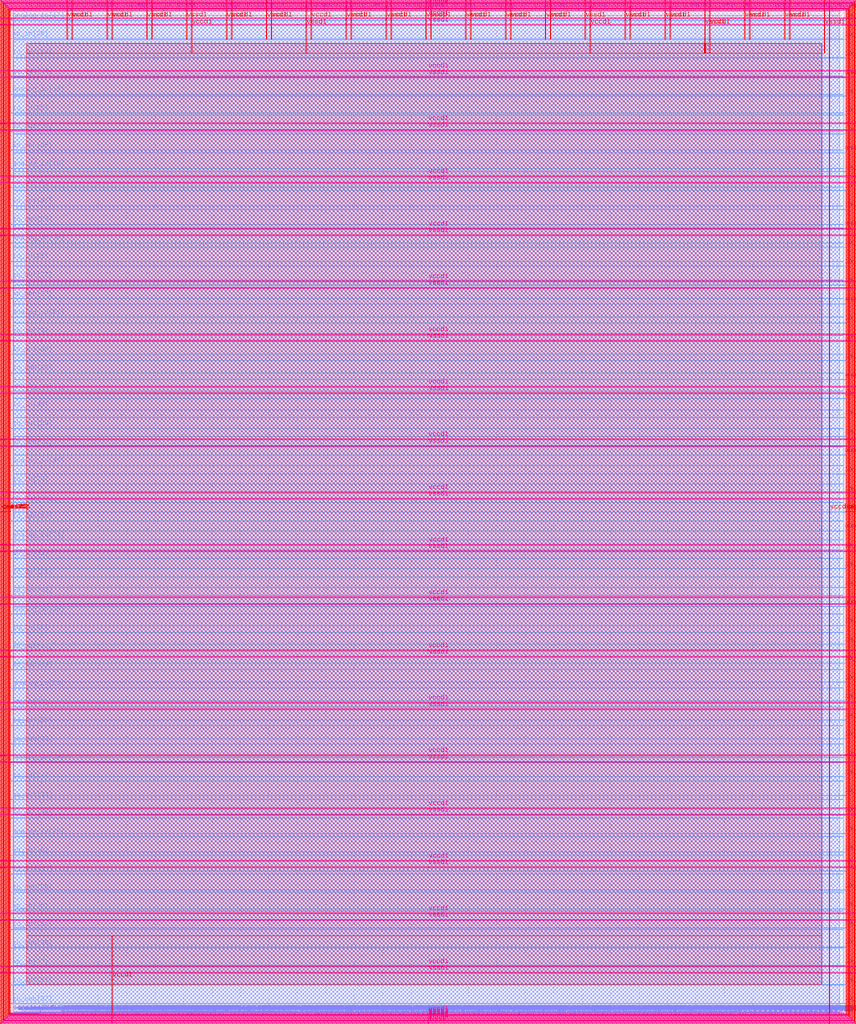
<source format=lef>
VERSION 5.7 ;
  NOWIREEXTENSIONATPIN ON ;
  DIVIDERCHAR "/" ;
  BUSBITCHARS "[]" ;
MACRO user_project_wrapper
  CLASS BLOCK ;
  FOREIGN user_project_wrapper ;
  ORIGIN 0.000 0.000 ;
  SIZE 2920.000 BY 3520.000 ;
  PIN analog_io[0]
    DIRECTION INOUT ;
    USE SIGNAL ;
    PORT
      LAYER met3 ;
        RECT 2917.600 1426.380 2924.800 1427.580 ;
    END
  END analog_io[0]
  PIN analog_io[10]
    DIRECTION INOUT ;
    USE SIGNAL ;
    PORT
      LAYER met2 ;
        RECT 2230.490 3517.600 2231.050 3524.800 ;
    END
  END analog_io[10]
  PIN analog_io[11]
    DIRECTION INOUT ;
    USE SIGNAL ;
    PORT
      LAYER met2 ;
        RECT 1905.730 3517.600 1906.290 3524.800 ;
    END
  END analog_io[11]
  PIN analog_io[12]
    DIRECTION INOUT ;
    USE SIGNAL ;
    PORT
      LAYER met2 ;
        RECT 1581.430 3517.600 1581.990 3524.800 ;
    END
  END analog_io[12]
  PIN analog_io[13]
    DIRECTION INOUT ;
    USE SIGNAL ;
    PORT
      LAYER met2 ;
        RECT 1257.130 3517.600 1257.690 3524.800 ;
    END
  END analog_io[13]
  PIN analog_io[14]
    DIRECTION INOUT ;
    USE SIGNAL ;
    PORT
      LAYER met2 ;
        RECT 932.370 3517.600 932.930 3524.800 ;
    END
  END analog_io[14]
  PIN analog_io[15]
    DIRECTION INOUT ;
    USE SIGNAL ;
    PORT
      LAYER met2 ;
        RECT 608.070 3517.600 608.630 3524.800 ;
    END
  END analog_io[15]
  PIN analog_io[16]
    DIRECTION INOUT ;
    USE SIGNAL ;
    PORT
      LAYER met2 ;
        RECT 283.770 3517.600 284.330 3524.800 ;
    END
  END analog_io[16]
  PIN analog_io[17]
    DIRECTION INOUT ;
    USE SIGNAL ;
    PORT
      LAYER met3 ;
        RECT -4.800 3486.100 2.400 3487.300 ;
    END
  END analog_io[17]
  PIN analog_io[18]
    DIRECTION INOUT ;
    USE SIGNAL ;
    PORT
      LAYER met3 ;
        RECT -4.800 3224.980 2.400 3226.180 ;
    END
  END analog_io[18]
  PIN analog_io[19]
    DIRECTION INOUT ;
    USE SIGNAL ;
    PORT
      LAYER met3 ;
        RECT -4.800 2964.540 2.400 2965.740 ;
    END
  END analog_io[19]
  PIN analog_io[1]
    DIRECTION INOUT ;
    USE SIGNAL ;
    PORT
      LAYER met3 ;
        RECT 2917.600 1692.260 2924.800 1693.460 ;
    END
  END analog_io[1]
  PIN analog_io[20]
    DIRECTION INOUT ;
    USE SIGNAL ;
    PORT
      LAYER met3 ;
        RECT -4.800 2703.420 2.400 2704.620 ;
    END
  END analog_io[20]
  PIN analog_io[21]
    DIRECTION INOUT ;
    USE SIGNAL ;
    PORT
      LAYER met3 ;
        RECT -4.800 2442.980 2.400 2444.180 ;
    END
  END analog_io[21]
  PIN analog_io[22]
    DIRECTION INOUT ;
    USE SIGNAL ;
    PORT
      LAYER met3 ;
        RECT -4.800 2182.540 2.400 2183.740 ;
    END
  END analog_io[22]
  PIN analog_io[23]
    DIRECTION INOUT ;
    USE SIGNAL ;
    PORT
      LAYER met3 ;
        RECT -4.800 1921.420 2.400 1922.620 ;
    END
  END analog_io[23]
  PIN analog_io[24]
    DIRECTION INOUT ;
    USE SIGNAL ;
    PORT
      LAYER met3 ;
        RECT -4.800 1660.980 2.400 1662.180 ;
    END
  END analog_io[24]
  PIN analog_io[25]
    DIRECTION INOUT ;
    USE SIGNAL ;
    PORT
      LAYER met3 ;
        RECT -4.800 1399.860 2.400 1401.060 ;
    END
  END analog_io[25]
  PIN analog_io[26]
    DIRECTION INOUT ;
    USE SIGNAL ;
    PORT
      LAYER met3 ;
        RECT -4.800 1139.420 2.400 1140.620 ;
    END
  END analog_io[26]
  PIN analog_io[27]
    DIRECTION INOUT ;
    USE SIGNAL ;
    PORT
      LAYER met3 ;
        RECT -4.800 878.980 2.400 880.180 ;
    END
  END analog_io[27]
  PIN analog_io[28]
    DIRECTION INOUT ;
    USE SIGNAL ;
    PORT
      LAYER met3 ;
        RECT -4.800 617.860 2.400 619.060 ;
    END
  END analog_io[28]
  PIN analog_io[2]
    DIRECTION INOUT ;
    USE SIGNAL ;
    PORT
      LAYER met3 ;
        RECT 2917.600 1958.140 2924.800 1959.340 ;
    END
  END analog_io[2]
  PIN analog_io[3]
    DIRECTION INOUT ;
    USE SIGNAL ;
    PORT
      LAYER met3 ;
        RECT 2917.600 2223.340 2924.800 2224.540 ;
    END
  END analog_io[3]
  PIN analog_io[4]
    DIRECTION INOUT ;
    USE SIGNAL ;
    PORT
      LAYER met3 ;
        RECT 2917.600 2489.220 2924.800 2490.420 ;
    END
  END analog_io[4]
  PIN analog_io[5]
    DIRECTION INOUT ;
    USE SIGNAL ;
    PORT
      LAYER met3 ;
        RECT 2917.600 2755.100 2924.800 2756.300 ;
    END
  END analog_io[5]
  PIN analog_io[6]
    DIRECTION INOUT ;
    USE SIGNAL ;
    PORT
      LAYER met3 ;
        RECT 2917.600 3020.300 2924.800 3021.500 ;
    END
  END analog_io[6]
  PIN analog_io[7]
    DIRECTION INOUT ;
    USE SIGNAL ;
    PORT
      LAYER met3 ;
        RECT 2917.600 3286.180 2924.800 3287.380 ;
    END
  END analog_io[7]
  PIN analog_io[8]
    DIRECTION INOUT ;
    USE SIGNAL ;
    PORT
      LAYER met2 ;
        RECT 2879.090 3517.600 2879.650 3524.800 ;
    END
  END analog_io[8]
  PIN analog_io[9]
    DIRECTION INOUT ;
    USE SIGNAL ;
    PORT
      LAYER met2 ;
        RECT 2554.790 3517.600 2555.350 3524.800 ;
    END
  END analog_io[9]
  PIN io_in[0]
    DIRECTION INPUT ;
    USE SIGNAL ;
    PORT
      LAYER met3 ;
        RECT 2917.600 32.380 2924.800 33.580 ;
    END
  END io_in[0]
  PIN io_in[10]
    DIRECTION INPUT ;
    USE SIGNAL ;
    PORT
      LAYER met3 ;
        RECT 2917.600 2289.980 2924.800 2291.180 ;
    END
  END io_in[10]
  PIN io_in[11]
    DIRECTION INPUT ;
    USE SIGNAL ;
    PORT
      LAYER met3 ;
        RECT 2917.600 2555.860 2924.800 2557.060 ;
    END
  END io_in[11]
  PIN io_in[12]
    DIRECTION INPUT ;
    USE SIGNAL ;
    PORT
      LAYER met3 ;
        RECT 2917.600 2821.060 2924.800 2822.260 ;
    END
  END io_in[12]
  PIN io_in[13]
    DIRECTION INPUT ;
    USE SIGNAL ;
    PORT
      LAYER met3 ;
        RECT 2917.600 3086.940 2924.800 3088.140 ;
    END
  END io_in[13]
  PIN io_in[14]
    DIRECTION INPUT ;
    USE SIGNAL ;
    PORT
      LAYER met3 ;
        RECT 2917.600 3352.820 2924.800 3354.020 ;
    END
  END io_in[14]
  PIN io_in[15]
    DIRECTION INPUT ;
    USE SIGNAL ;
    PORT
      LAYER met2 ;
        RECT 2798.130 3517.600 2798.690 3524.800 ;
    END
  END io_in[15]
  PIN io_in[16]
    DIRECTION INPUT ;
    USE SIGNAL ;
    PORT
      LAYER met2 ;
        RECT 2473.830 3517.600 2474.390 3524.800 ;
    END
  END io_in[16]
  PIN io_in[17]
    DIRECTION INPUT ;
    USE SIGNAL ;
    PORT
      LAYER met2 ;
        RECT 2149.070 3517.600 2149.630 3524.800 ;
    END
  END io_in[17]
  PIN io_in[18]
    DIRECTION INPUT ;
    USE SIGNAL ;
    PORT
      LAYER met2 ;
        RECT 1824.770 3517.600 1825.330 3524.800 ;
    END
  END io_in[18]
  PIN io_in[19]
    DIRECTION INPUT ;
    USE SIGNAL ;
    PORT
      LAYER met2 ;
        RECT 1500.470 3517.600 1501.030 3524.800 ;
    END
  END io_in[19]
  PIN io_in[1]
    DIRECTION INPUT ;
    USE SIGNAL ;
    PORT
      LAYER met3 ;
        RECT 2917.600 230.940 2924.800 232.140 ;
    END
  END io_in[1]
  PIN io_in[20]
    DIRECTION INPUT ;
    USE SIGNAL ;
    PORT
      LAYER met2 ;
        RECT 1175.710 3517.600 1176.270 3524.800 ;
    END
  END io_in[20]
  PIN io_in[21]
    DIRECTION INPUT ;
    USE SIGNAL ;
    PORT
      LAYER met2 ;
        RECT 851.410 3517.600 851.970 3524.800 ;
    END
  END io_in[21]
  PIN io_in[22]
    DIRECTION INPUT ;
    USE SIGNAL ;
    PORT
      LAYER met2 ;
        RECT 527.110 3517.600 527.670 3524.800 ;
    END
  END io_in[22]
  PIN io_in[23]
    DIRECTION INPUT ;
    USE SIGNAL ;
    PORT
      LAYER met2 ;
        RECT 202.350 3517.600 202.910 3524.800 ;
    END
  END io_in[23]
  PIN io_in[24]
    DIRECTION INPUT ;
    USE SIGNAL ;
    PORT
      LAYER met3 ;
        RECT -4.800 3420.820 2.400 3422.020 ;
    END
  END io_in[24]
  PIN io_in[25]
    DIRECTION INPUT ;
    USE SIGNAL ;
    PORT
      LAYER met3 ;
        RECT -4.800 3159.700 2.400 3160.900 ;
    END
  END io_in[25]
  PIN io_in[26]
    DIRECTION INPUT ;
    USE SIGNAL ;
    PORT
      LAYER met3 ;
        RECT -4.800 2899.260 2.400 2900.460 ;
    END
  END io_in[26]
  PIN io_in[27]
    DIRECTION INPUT ;
    USE SIGNAL ;
    PORT
      LAYER met3 ;
        RECT -4.800 2638.820 2.400 2640.020 ;
    END
  END io_in[27]
  PIN io_in[28]
    DIRECTION INPUT ;
    USE SIGNAL ;
    PORT
      LAYER met3 ;
        RECT -4.800 2377.700 2.400 2378.900 ;
    END
  END io_in[28]
  PIN io_in[29]
    DIRECTION INPUT ;
    USE SIGNAL ;
    PORT
      LAYER met3 ;
        RECT -4.800 2117.260 2.400 2118.460 ;
    END
  END io_in[29]
  PIN io_in[2]
    DIRECTION INPUT ;
    USE SIGNAL ;
    PORT
      LAYER met3 ;
        RECT 2917.600 430.180 2924.800 431.380 ;
    END
  END io_in[2]
  PIN io_in[30]
    DIRECTION INPUT ;
    USE SIGNAL ;
    PORT
      LAYER met3 ;
        RECT -4.800 1856.140 2.400 1857.340 ;
    END
  END io_in[30]
  PIN io_in[31]
    DIRECTION INPUT ;
    USE SIGNAL ;
    PORT
      LAYER met3 ;
        RECT -4.800 1595.700 2.400 1596.900 ;
    END
  END io_in[31]
  PIN io_in[32]
    DIRECTION INPUT ;
    USE SIGNAL ;
    PORT
      LAYER met3 ;
        RECT -4.800 1335.260 2.400 1336.460 ;
    END
  END io_in[32]
  PIN io_in[33]
    DIRECTION INPUT ;
    USE SIGNAL ;
    PORT
      LAYER met3 ;
        RECT -4.800 1074.140 2.400 1075.340 ;
    END
  END io_in[33]
  PIN io_in[34]
    DIRECTION INPUT ;
    USE SIGNAL ;
    PORT
      LAYER met3 ;
        RECT -4.800 813.700 2.400 814.900 ;
    END
  END io_in[34]
  PIN io_in[35]
    DIRECTION INPUT ;
    USE SIGNAL ;
    PORT
      LAYER met3 ;
        RECT -4.800 552.580 2.400 553.780 ;
    END
  END io_in[35]
  PIN io_in[36]
    DIRECTION INPUT ;
    USE SIGNAL ;
    PORT
      LAYER met3 ;
        RECT -4.800 357.420 2.400 358.620 ;
    END
  END io_in[36]
  PIN io_in[37]
    DIRECTION INPUT ;
    USE SIGNAL ;
    PORT
      LAYER met3 ;
        RECT -4.800 161.580 2.400 162.780 ;
    END
  END io_in[37]
  PIN io_in[3]
    DIRECTION INPUT ;
    USE SIGNAL ;
    PORT
      LAYER met3 ;
        RECT 2917.600 629.420 2924.800 630.620 ;
    END
  END io_in[3]
  PIN io_in[4]
    DIRECTION INPUT ;
    USE SIGNAL ;
    PORT
      LAYER met3 ;
        RECT 2917.600 828.660 2924.800 829.860 ;
    END
  END io_in[4]
  PIN io_in[5]
    DIRECTION INPUT ;
    USE SIGNAL ;
    PORT
      LAYER met3 ;
        RECT 2917.600 1027.900 2924.800 1029.100 ;
    END
  END io_in[5]
  PIN io_in[6]
    DIRECTION INPUT ;
    USE SIGNAL ;
    PORT
      LAYER met3 ;
        RECT 2917.600 1227.140 2924.800 1228.340 ;
    END
  END io_in[6]
  PIN io_in[7]
    DIRECTION INPUT ;
    USE SIGNAL ;
    PORT
      LAYER met3 ;
        RECT 2917.600 1493.020 2924.800 1494.220 ;
    END
  END io_in[7]
  PIN io_in[8]
    DIRECTION INPUT ;
    USE SIGNAL ;
    PORT
      LAYER met3 ;
        RECT 2917.600 1758.900 2924.800 1760.100 ;
    END
  END io_in[8]
  PIN io_in[9]
    DIRECTION INPUT ;
    USE SIGNAL ;
    PORT
      LAYER met3 ;
        RECT 2917.600 2024.100 2924.800 2025.300 ;
    END
  END io_in[9]
  PIN io_oeb[0]
    DIRECTION OUTPUT TRISTATE ;
    USE SIGNAL ;
    PORT
      LAYER met3 ;
        RECT 2917.600 164.980 2924.800 166.180 ;
    END
  END io_oeb[0]
  PIN io_oeb[10]
    DIRECTION OUTPUT TRISTATE ;
    USE SIGNAL ;
    PORT
      LAYER met3 ;
        RECT 2917.600 2422.580 2924.800 2423.780 ;
    END
  END io_oeb[10]
  PIN io_oeb[11]
    DIRECTION OUTPUT TRISTATE ;
    USE SIGNAL ;
    PORT
      LAYER met3 ;
        RECT 2917.600 2688.460 2924.800 2689.660 ;
    END
  END io_oeb[11]
  PIN io_oeb[12]
    DIRECTION OUTPUT TRISTATE ;
    USE SIGNAL ;
    PORT
      LAYER met3 ;
        RECT 2917.600 2954.340 2924.800 2955.540 ;
    END
  END io_oeb[12]
  PIN io_oeb[13]
    DIRECTION OUTPUT TRISTATE ;
    USE SIGNAL ;
    PORT
      LAYER met3 ;
        RECT 2917.600 3219.540 2924.800 3220.740 ;
    END
  END io_oeb[13]
  PIN io_oeb[14]
    DIRECTION OUTPUT TRISTATE ;
    USE SIGNAL ;
    PORT
      LAYER met3 ;
        RECT 2917.600 3485.420 2924.800 3486.620 ;
    END
  END io_oeb[14]
  PIN io_oeb[15]
    DIRECTION OUTPUT TRISTATE ;
    USE SIGNAL ;
    PORT
      LAYER met2 ;
        RECT 2635.750 3517.600 2636.310 3524.800 ;
    END
  END io_oeb[15]
  PIN io_oeb[16]
    DIRECTION OUTPUT TRISTATE ;
    USE SIGNAL ;
    PORT
      LAYER met2 ;
        RECT 2311.450 3517.600 2312.010 3524.800 ;
    END
  END io_oeb[16]
  PIN io_oeb[17]
    DIRECTION OUTPUT TRISTATE ;
    USE SIGNAL ;
    PORT
      LAYER met2 ;
        RECT 1987.150 3517.600 1987.710 3524.800 ;
    END
  END io_oeb[17]
  PIN io_oeb[18]
    DIRECTION OUTPUT TRISTATE ;
    USE SIGNAL ;
    PORT
      LAYER met2 ;
        RECT 1662.390 3517.600 1662.950 3524.800 ;
    END
  END io_oeb[18]
  PIN io_oeb[19]
    DIRECTION OUTPUT TRISTATE ;
    USE SIGNAL ;
    PORT
      LAYER met2 ;
        RECT 1338.090 3517.600 1338.650 3524.800 ;
    END
  END io_oeb[19]
  PIN io_oeb[1]
    DIRECTION OUTPUT TRISTATE ;
    USE SIGNAL ;
    PORT
      LAYER met3 ;
        RECT 2917.600 364.220 2924.800 365.420 ;
    END
  END io_oeb[1]
  PIN io_oeb[20]
    DIRECTION OUTPUT TRISTATE ;
    USE SIGNAL ;
    PORT
      LAYER met2 ;
        RECT 1013.790 3517.600 1014.350 3524.800 ;
    END
  END io_oeb[20]
  PIN io_oeb[21]
    DIRECTION OUTPUT TRISTATE ;
    USE SIGNAL ;
    PORT
      LAYER met2 ;
        RECT 689.030 3517.600 689.590 3524.800 ;
    END
  END io_oeb[21]
  PIN io_oeb[22]
    DIRECTION OUTPUT TRISTATE ;
    USE SIGNAL ;
    PORT
      LAYER met2 ;
        RECT 364.730 3517.600 365.290 3524.800 ;
    END
  END io_oeb[22]
  PIN io_oeb[23]
    DIRECTION OUTPUT TRISTATE ;
    USE SIGNAL ;
    PORT
      LAYER met2 ;
        RECT 40.430 3517.600 40.990 3524.800 ;
    END
  END io_oeb[23]
  PIN io_oeb[24]
    DIRECTION OUTPUT TRISTATE ;
    USE SIGNAL ;
    PORT
      LAYER met3 ;
        RECT -4.800 3290.260 2.400 3291.460 ;
    END
  END io_oeb[24]
  PIN io_oeb[25]
    DIRECTION OUTPUT TRISTATE ;
    USE SIGNAL ;
    PORT
      LAYER met3 ;
        RECT -4.800 3029.820 2.400 3031.020 ;
    END
  END io_oeb[25]
  PIN io_oeb[26]
    DIRECTION OUTPUT TRISTATE ;
    USE SIGNAL ;
    PORT
      LAYER met3 ;
        RECT -4.800 2768.700 2.400 2769.900 ;
    END
  END io_oeb[26]
  PIN io_oeb[27]
    DIRECTION OUTPUT TRISTATE ;
    USE SIGNAL ;
    PORT
      LAYER met3 ;
        RECT -4.800 2508.260 2.400 2509.460 ;
    END
  END io_oeb[27]
  PIN io_oeb[28]
    DIRECTION OUTPUT TRISTATE ;
    USE SIGNAL ;
    PORT
      LAYER met3 ;
        RECT -4.800 2247.140 2.400 2248.340 ;
    END
  END io_oeb[28]
  PIN io_oeb[29]
    DIRECTION OUTPUT TRISTATE ;
    USE SIGNAL ;
    PORT
      LAYER met3 ;
        RECT -4.800 1986.700 2.400 1987.900 ;
    END
  END io_oeb[29]
  PIN io_oeb[2]
    DIRECTION OUTPUT TRISTATE ;
    USE SIGNAL ;
    PORT
      LAYER met3 ;
        RECT 2917.600 563.460 2924.800 564.660 ;
    END
  END io_oeb[2]
  PIN io_oeb[30]
    DIRECTION OUTPUT TRISTATE ;
    USE SIGNAL ;
    PORT
      LAYER met3 ;
        RECT -4.800 1726.260 2.400 1727.460 ;
    END
  END io_oeb[30]
  PIN io_oeb[31]
    DIRECTION OUTPUT TRISTATE ;
    USE SIGNAL ;
    PORT
      LAYER met3 ;
        RECT -4.800 1465.140 2.400 1466.340 ;
    END
  END io_oeb[31]
  PIN io_oeb[32]
    DIRECTION OUTPUT TRISTATE ;
    USE SIGNAL ;
    PORT
      LAYER met3 ;
        RECT -4.800 1204.700 2.400 1205.900 ;
    END
  END io_oeb[32]
  PIN io_oeb[33]
    DIRECTION OUTPUT TRISTATE ;
    USE SIGNAL ;
    PORT
      LAYER met3 ;
        RECT -4.800 943.580 2.400 944.780 ;
    END
  END io_oeb[33]
  PIN io_oeb[34]
    DIRECTION OUTPUT TRISTATE ;
    USE SIGNAL ;
    PORT
      LAYER met3 ;
        RECT -4.800 683.140 2.400 684.340 ;
    END
  END io_oeb[34]
  PIN io_oeb[35]
    DIRECTION OUTPUT TRISTATE ;
    USE SIGNAL ;
    PORT
      LAYER met3 ;
        RECT -4.800 422.700 2.400 423.900 ;
    END
  END io_oeb[35]
  PIN io_oeb[36]
    DIRECTION OUTPUT TRISTATE ;
    USE SIGNAL ;
    PORT
      LAYER met3 ;
        RECT -4.800 226.860 2.400 228.060 ;
    END
  END io_oeb[36]
  PIN io_oeb[37]
    DIRECTION OUTPUT TRISTATE ;
    USE SIGNAL ;
    PORT
      LAYER met3 ;
        RECT -4.800 31.700 2.400 32.900 ;
    END
  END io_oeb[37]
  PIN io_oeb[3]
    DIRECTION OUTPUT TRISTATE ;
    USE SIGNAL ;
    PORT
      LAYER met3 ;
        RECT 2917.600 762.700 2924.800 763.900 ;
    END
  END io_oeb[3]
  PIN io_oeb[4]
    DIRECTION OUTPUT TRISTATE ;
    USE SIGNAL ;
    PORT
      LAYER met3 ;
        RECT 2917.600 961.940 2924.800 963.140 ;
    END
  END io_oeb[4]
  PIN io_oeb[5]
    DIRECTION OUTPUT TRISTATE ;
    USE SIGNAL ;
    PORT
      LAYER met3 ;
        RECT 2917.600 1161.180 2924.800 1162.380 ;
    END
  END io_oeb[5]
  PIN io_oeb[6]
    DIRECTION OUTPUT TRISTATE ;
    USE SIGNAL ;
    PORT
      LAYER met3 ;
        RECT 2917.600 1360.420 2924.800 1361.620 ;
    END
  END io_oeb[6]
  PIN io_oeb[7]
    DIRECTION OUTPUT TRISTATE ;
    USE SIGNAL ;
    PORT
      LAYER met3 ;
        RECT 2917.600 1625.620 2924.800 1626.820 ;
    END
  END io_oeb[7]
  PIN io_oeb[8]
    DIRECTION OUTPUT TRISTATE ;
    USE SIGNAL ;
    PORT
      LAYER met3 ;
        RECT 2917.600 1891.500 2924.800 1892.700 ;
    END
  END io_oeb[8]
  PIN io_oeb[9]
    DIRECTION OUTPUT TRISTATE ;
    USE SIGNAL ;
    PORT
      LAYER met3 ;
        RECT 2917.600 2157.380 2924.800 2158.580 ;
    END
  END io_oeb[9]
  PIN io_out[0]
    DIRECTION OUTPUT TRISTATE ;
    USE SIGNAL ;
    PORT
      LAYER met3 ;
        RECT 2917.600 98.340 2924.800 99.540 ;
    END
  END io_out[0]
  PIN io_out[10]
    DIRECTION OUTPUT TRISTATE ;
    USE SIGNAL ;
    PORT
      LAYER met3 ;
        RECT 2917.600 2356.620 2924.800 2357.820 ;
    END
  END io_out[10]
  PIN io_out[11]
    DIRECTION OUTPUT TRISTATE ;
    USE SIGNAL ;
    PORT
      LAYER met3 ;
        RECT 2917.600 2621.820 2924.800 2623.020 ;
    END
  END io_out[11]
  PIN io_out[12]
    DIRECTION OUTPUT TRISTATE ;
    USE SIGNAL ;
    PORT
      LAYER met3 ;
        RECT 2917.600 2887.700 2924.800 2888.900 ;
    END
  END io_out[12]
  PIN io_out[13]
    DIRECTION OUTPUT TRISTATE ;
    USE SIGNAL ;
    PORT
      LAYER met3 ;
        RECT 2917.600 3153.580 2924.800 3154.780 ;
    END
  END io_out[13]
  PIN io_out[14]
    DIRECTION OUTPUT TRISTATE ;
    USE SIGNAL ;
    PORT
      LAYER met3 ;
        RECT 2917.600 3418.780 2924.800 3419.980 ;
    END
  END io_out[14]
  PIN io_out[15]
    DIRECTION OUTPUT TRISTATE ;
    USE SIGNAL ;
    PORT
      LAYER met2 ;
        RECT 2717.170 3517.600 2717.730 3524.800 ;
    END
  END io_out[15]
  PIN io_out[16]
    DIRECTION OUTPUT TRISTATE ;
    USE SIGNAL ;
    PORT
      LAYER met2 ;
        RECT 2392.410 3517.600 2392.970 3524.800 ;
    END
  END io_out[16]
  PIN io_out[17]
    DIRECTION OUTPUT TRISTATE ;
    USE SIGNAL ;
    PORT
      LAYER met2 ;
        RECT 2068.110 3517.600 2068.670 3524.800 ;
    END
  END io_out[17]
  PIN io_out[18]
    DIRECTION OUTPUT TRISTATE ;
    USE SIGNAL ;
    PORT
      LAYER met2 ;
        RECT 1743.810 3517.600 1744.370 3524.800 ;
    END
  END io_out[18]
  PIN io_out[19]
    DIRECTION OUTPUT TRISTATE ;
    USE SIGNAL ;
    PORT
      LAYER met2 ;
        RECT 1419.050 3517.600 1419.610 3524.800 ;
    END
  END io_out[19]
  PIN io_out[1]
    DIRECTION OUTPUT TRISTATE ;
    USE SIGNAL ;
    PORT
      LAYER met3 ;
        RECT 2917.600 297.580 2924.800 298.780 ;
    END
  END io_out[1]
  PIN io_out[20]
    DIRECTION OUTPUT TRISTATE ;
    USE SIGNAL ;
    PORT
      LAYER met2 ;
        RECT 1094.750 3517.600 1095.310 3524.800 ;
    END
  END io_out[20]
  PIN io_out[21]
    DIRECTION OUTPUT TRISTATE ;
    USE SIGNAL ;
    PORT
      LAYER met2 ;
        RECT 770.450 3517.600 771.010 3524.800 ;
    END
  END io_out[21]
  PIN io_out[22]
    DIRECTION OUTPUT TRISTATE ;
    USE SIGNAL ;
    PORT
      LAYER met2 ;
        RECT 445.690 3517.600 446.250 3524.800 ;
    END
  END io_out[22]
  PIN io_out[23]
    DIRECTION OUTPUT TRISTATE ;
    USE SIGNAL ;
    PORT
      LAYER met2 ;
        RECT 121.390 3517.600 121.950 3524.800 ;
    END
  END io_out[23]
  PIN io_out[24]
    DIRECTION OUTPUT TRISTATE ;
    USE SIGNAL ;
    PORT
      LAYER met3 ;
        RECT -4.800 3355.540 2.400 3356.740 ;
    END
  END io_out[24]
  PIN io_out[25]
    DIRECTION OUTPUT TRISTATE ;
    USE SIGNAL ;
    PORT
      LAYER met3 ;
        RECT -4.800 3095.100 2.400 3096.300 ;
    END
  END io_out[25]
  PIN io_out[26]
    DIRECTION OUTPUT TRISTATE ;
    USE SIGNAL ;
    PORT
      LAYER met3 ;
        RECT -4.800 2833.980 2.400 2835.180 ;
    END
  END io_out[26]
  PIN io_out[27]
    DIRECTION OUTPUT TRISTATE ;
    USE SIGNAL ;
    PORT
      LAYER met3 ;
        RECT -4.800 2573.540 2.400 2574.740 ;
    END
  END io_out[27]
  PIN io_out[28]
    DIRECTION OUTPUT TRISTATE ;
    USE SIGNAL ;
    PORT
      LAYER met3 ;
        RECT -4.800 2312.420 2.400 2313.620 ;
    END
  END io_out[28]
  PIN io_out[29]
    DIRECTION OUTPUT TRISTATE ;
    USE SIGNAL ;
    PORT
      LAYER met3 ;
        RECT -4.800 2051.980 2.400 2053.180 ;
    END
  END io_out[29]
  PIN io_out[2]
    DIRECTION OUTPUT TRISTATE ;
    USE SIGNAL ;
    PORT
      LAYER met3 ;
        RECT 2917.600 496.820 2924.800 498.020 ;
    END
  END io_out[2]
  PIN io_out[30]
    DIRECTION OUTPUT TRISTATE ;
    USE SIGNAL ;
    PORT
      LAYER met3 ;
        RECT -4.800 1791.540 2.400 1792.740 ;
    END
  END io_out[30]
  PIN io_out[31]
    DIRECTION OUTPUT TRISTATE ;
    USE SIGNAL ;
    PORT
      LAYER met3 ;
        RECT -4.800 1530.420 2.400 1531.620 ;
    END
  END io_out[31]
  PIN io_out[32]
    DIRECTION OUTPUT TRISTATE ;
    USE SIGNAL ;
    PORT
      LAYER met3 ;
        RECT -4.800 1269.980 2.400 1271.180 ;
    END
  END io_out[32]
  PIN io_out[33]
    DIRECTION OUTPUT TRISTATE ;
    USE SIGNAL ;
    PORT
      LAYER met3 ;
        RECT -4.800 1008.860 2.400 1010.060 ;
    END
  END io_out[33]
  PIN io_out[34]
    DIRECTION OUTPUT TRISTATE ;
    USE SIGNAL ;
    PORT
      LAYER met3 ;
        RECT -4.800 748.420 2.400 749.620 ;
    END
  END io_out[34]
  PIN io_out[35]
    DIRECTION OUTPUT TRISTATE ;
    USE SIGNAL ;
    PORT
      LAYER met3 ;
        RECT -4.800 487.300 2.400 488.500 ;
    END
  END io_out[35]
  PIN io_out[36]
    DIRECTION OUTPUT TRISTATE ;
    USE SIGNAL ;
    PORT
      LAYER met3 ;
        RECT -4.800 292.140 2.400 293.340 ;
    END
  END io_out[36]
  PIN io_out[37]
    DIRECTION OUTPUT TRISTATE ;
    USE SIGNAL ;
    PORT
      LAYER met3 ;
        RECT -4.800 96.300 2.400 97.500 ;
    END
  END io_out[37]
  PIN io_out[3]
    DIRECTION OUTPUT TRISTATE ;
    USE SIGNAL ;
    PORT
      LAYER met3 ;
        RECT 2917.600 696.060 2924.800 697.260 ;
    END
  END io_out[3]
  PIN io_out[4]
    DIRECTION OUTPUT TRISTATE ;
    USE SIGNAL ;
    PORT
      LAYER met3 ;
        RECT 2917.600 895.300 2924.800 896.500 ;
    END
  END io_out[4]
  PIN io_out[5]
    DIRECTION OUTPUT TRISTATE ;
    USE SIGNAL ;
    PORT
      LAYER met3 ;
        RECT 2917.600 1094.540 2924.800 1095.740 ;
    END
  END io_out[5]
  PIN io_out[6]
    DIRECTION OUTPUT TRISTATE ;
    USE SIGNAL ;
    PORT
      LAYER met3 ;
        RECT 2917.600 1293.780 2924.800 1294.980 ;
    END
  END io_out[6]
  PIN io_out[7]
    DIRECTION OUTPUT TRISTATE ;
    USE SIGNAL ;
    PORT
      LAYER met3 ;
        RECT 2917.600 1559.660 2924.800 1560.860 ;
    END
  END io_out[7]
  PIN io_out[8]
    DIRECTION OUTPUT TRISTATE ;
    USE SIGNAL ;
    PORT
      LAYER met3 ;
        RECT 2917.600 1824.860 2924.800 1826.060 ;
    END
  END io_out[8]
  PIN io_out[9]
    DIRECTION OUTPUT TRISTATE ;
    USE SIGNAL ;
    PORT
      LAYER met3 ;
        RECT 2917.600 2090.740 2924.800 2091.940 ;
    END
  END io_out[9]
  PIN la_data_in[0]
    DIRECTION INPUT ;
    USE SIGNAL ;
    PORT
      LAYER met2 ;
        RECT 629.230 -4.800 629.790 2.400 ;
    END
  END la_data_in[0]
  PIN la_data_in[100]
    DIRECTION INPUT ;
    USE SIGNAL ;
    PORT
      LAYER met2 ;
        RECT 2402.530 -4.800 2403.090 2.400 ;
    END
  END la_data_in[100]
  PIN la_data_in[101]
    DIRECTION INPUT ;
    USE SIGNAL ;
    PORT
      LAYER met2 ;
        RECT 2420.010 -4.800 2420.570 2.400 ;
    END
  END la_data_in[101]
  PIN la_data_in[102]
    DIRECTION INPUT ;
    USE SIGNAL ;
    PORT
      LAYER met2 ;
        RECT 2437.950 -4.800 2438.510 2.400 ;
    END
  END la_data_in[102]
  PIN la_data_in[103]
    DIRECTION INPUT ;
    USE SIGNAL ;
    PORT
      LAYER met2 ;
        RECT 2455.430 -4.800 2455.990 2.400 ;
    END
  END la_data_in[103]
  PIN la_data_in[104]
    DIRECTION INPUT ;
    USE SIGNAL ;
    PORT
      LAYER met2 ;
        RECT 2473.370 -4.800 2473.930 2.400 ;
    END
  END la_data_in[104]
  PIN la_data_in[105]
    DIRECTION INPUT ;
    USE SIGNAL ;
    PORT
      LAYER met2 ;
        RECT 2490.850 -4.800 2491.410 2.400 ;
    END
  END la_data_in[105]
  PIN la_data_in[106]
    DIRECTION INPUT ;
    USE SIGNAL ;
    PORT
      LAYER met2 ;
        RECT 2508.790 -4.800 2509.350 2.400 ;
    END
  END la_data_in[106]
  PIN la_data_in[107]
    DIRECTION INPUT ;
    USE SIGNAL ;
    PORT
      LAYER met2 ;
        RECT 2526.730 -4.800 2527.290 2.400 ;
    END
  END la_data_in[107]
  PIN la_data_in[108]
    DIRECTION INPUT ;
    USE SIGNAL ;
    PORT
      LAYER met2 ;
        RECT 2544.210 -4.800 2544.770 2.400 ;
    END
  END la_data_in[108]
  PIN la_data_in[109]
    DIRECTION INPUT ;
    USE SIGNAL ;
    PORT
      LAYER met2 ;
        RECT 2562.150 -4.800 2562.710 2.400 ;
    END
  END la_data_in[109]
  PIN la_data_in[10]
    DIRECTION INPUT ;
    USE SIGNAL ;
    PORT
      LAYER met2 ;
        RECT 806.330 -4.800 806.890 2.400 ;
    END
  END la_data_in[10]
  PIN la_data_in[110]
    DIRECTION INPUT ;
    USE SIGNAL ;
    PORT
      LAYER met2 ;
        RECT 2579.630 -4.800 2580.190 2.400 ;
    END
  END la_data_in[110]
  PIN la_data_in[111]
    DIRECTION INPUT ;
    USE SIGNAL ;
    PORT
      LAYER met2 ;
        RECT 2597.570 -4.800 2598.130 2.400 ;
    END
  END la_data_in[111]
  PIN la_data_in[112]
    DIRECTION INPUT ;
    USE SIGNAL ;
    PORT
      LAYER met2 ;
        RECT 2615.050 -4.800 2615.610 2.400 ;
    END
  END la_data_in[112]
  PIN la_data_in[113]
    DIRECTION INPUT ;
    USE SIGNAL ;
    PORT
      LAYER met2 ;
        RECT 2632.990 -4.800 2633.550 2.400 ;
    END
  END la_data_in[113]
  PIN la_data_in[114]
    DIRECTION INPUT ;
    USE SIGNAL ;
    PORT
      LAYER met2 ;
        RECT 2650.470 -4.800 2651.030 2.400 ;
    END
  END la_data_in[114]
  PIN la_data_in[115]
    DIRECTION INPUT ;
    USE SIGNAL ;
    PORT
      LAYER met2 ;
        RECT 2668.410 -4.800 2668.970 2.400 ;
    END
  END la_data_in[115]
  PIN la_data_in[116]
    DIRECTION INPUT ;
    USE SIGNAL ;
    PORT
      LAYER met2 ;
        RECT 2685.890 -4.800 2686.450 2.400 ;
    END
  END la_data_in[116]
  PIN la_data_in[117]
    DIRECTION INPUT ;
    USE SIGNAL ;
    PORT
      LAYER met2 ;
        RECT 2703.830 -4.800 2704.390 2.400 ;
    END
  END la_data_in[117]
  PIN la_data_in[118]
    DIRECTION INPUT ;
    USE SIGNAL ;
    PORT
      LAYER met2 ;
        RECT 2721.770 -4.800 2722.330 2.400 ;
    END
  END la_data_in[118]
  PIN la_data_in[119]
    DIRECTION INPUT ;
    USE SIGNAL ;
    PORT
      LAYER met2 ;
        RECT 2739.250 -4.800 2739.810 2.400 ;
    END
  END la_data_in[119]
  PIN la_data_in[11]
    DIRECTION INPUT ;
    USE SIGNAL ;
    PORT
      LAYER met2 ;
        RECT 824.270 -4.800 824.830 2.400 ;
    END
  END la_data_in[11]
  PIN la_data_in[120]
    DIRECTION INPUT ;
    USE SIGNAL ;
    PORT
      LAYER met2 ;
        RECT 2757.190 -4.800 2757.750 2.400 ;
    END
  END la_data_in[120]
  PIN la_data_in[121]
    DIRECTION INPUT ;
    USE SIGNAL ;
    PORT
      LAYER met2 ;
        RECT 2774.670 -4.800 2775.230 2.400 ;
    END
  END la_data_in[121]
  PIN la_data_in[122]
    DIRECTION INPUT ;
    USE SIGNAL ;
    PORT
      LAYER met2 ;
        RECT 2792.610 -4.800 2793.170 2.400 ;
    END
  END la_data_in[122]
  PIN la_data_in[123]
    DIRECTION INPUT ;
    USE SIGNAL ;
    PORT
      LAYER met2 ;
        RECT 2810.090 -4.800 2810.650 2.400 ;
    END
  END la_data_in[123]
  PIN la_data_in[124]
    DIRECTION INPUT ;
    USE SIGNAL ;
    PORT
      LAYER met2 ;
        RECT 2828.030 -4.800 2828.590 2.400 ;
    END
  END la_data_in[124]
  PIN la_data_in[125]
    DIRECTION INPUT ;
    USE SIGNAL ;
    PORT
      LAYER met2 ;
        RECT 2845.510 -4.800 2846.070 2.400 ;
    END
  END la_data_in[125]
  PIN la_data_in[126]
    DIRECTION INPUT ;
    USE SIGNAL ;
    PORT
      LAYER met2 ;
        RECT 2863.450 -4.800 2864.010 2.400 ;
    END
  END la_data_in[126]
  PIN la_data_in[127]
    DIRECTION INPUT ;
    USE SIGNAL ;
    PORT
      LAYER met2 ;
        RECT 2881.390 -4.800 2881.950 2.400 ;
    END
  END la_data_in[127]
  PIN la_data_in[12]
    DIRECTION INPUT ;
    USE SIGNAL ;
    PORT
      LAYER met2 ;
        RECT 841.750 -4.800 842.310 2.400 ;
    END
  END la_data_in[12]
  PIN la_data_in[13]
    DIRECTION INPUT ;
    USE SIGNAL ;
    PORT
      LAYER met2 ;
        RECT 859.690 -4.800 860.250 2.400 ;
    END
  END la_data_in[13]
  PIN la_data_in[14]
    DIRECTION INPUT ;
    USE SIGNAL ;
    PORT
      LAYER met2 ;
        RECT 877.170 -4.800 877.730 2.400 ;
    END
  END la_data_in[14]
  PIN la_data_in[15]
    DIRECTION INPUT ;
    USE SIGNAL ;
    PORT
      LAYER met2 ;
        RECT 895.110 -4.800 895.670 2.400 ;
    END
  END la_data_in[15]
  PIN la_data_in[16]
    DIRECTION INPUT ;
    USE SIGNAL ;
    PORT
      LAYER met2 ;
        RECT 912.590 -4.800 913.150 2.400 ;
    END
  END la_data_in[16]
  PIN la_data_in[17]
    DIRECTION INPUT ;
    USE SIGNAL ;
    PORT
      LAYER met2 ;
        RECT 930.530 -4.800 931.090 2.400 ;
    END
  END la_data_in[17]
  PIN la_data_in[18]
    DIRECTION INPUT ;
    USE SIGNAL ;
    PORT
      LAYER met2 ;
        RECT 948.470 -4.800 949.030 2.400 ;
    END
  END la_data_in[18]
  PIN la_data_in[19]
    DIRECTION INPUT ;
    USE SIGNAL ;
    PORT
      LAYER met2 ;
        RECT 965.950 -4.800 966.510 2.400 ;
    END
  END la_data_in[19]
  PIN la_data_in[1]
    DIRECTION INPUT ;
    USE SIGNAL ;
    PORT
      LAYER met2 ;
        RECT 646.710 -4.800 647.270 2.400 ;
    END
  END la_data_in[1]
  PIN la_data_in[20]
    DIRECTION INPUT ;
    USE SIGNAL ;
    PORT
      LAYER met2 ;
        RECT 983.890 -4.800 984.450 2.400 ;
    END
  END la_data_in[20]
  PIN la_data_in[21]
    DIRECTION INPUT ;
    USE SIGNAL ;
    PORT
      LAYER met2 ;
        RECT 1001.370 -4.800 1001.930 2.400 ;
    END
  END la_data_in[21]
  PIN la_data_in[22]
    DIRECTION INPUT ;
    USE SIGNAL ;
    PORT
      LAYER met2 ;
        RECT 1019.310 -4.800 1019.870 2.400 ;
    END
  END la_data_in[22]
  PIN la_data_in[23]
    DIRECTION INPUT ;
    USE SIGNAL ;
    PORT
      LAYER met2 ;
        RECT 1036.790 -4.800 1037.350 2.400 ;
    END
  END la_data_in[23]
  PIN la_data_in[24]
    DIRECTION INPUT ;
    USE SIGNAL ;
    PORT
      LAYER met2 ;
        RECT 1054.730 -4.800 1055.290 2.400 ;
    END
  END la_data_in[24]
  PIN la_data_in[25]
    DIRECTION INPUT ;
    USE SIGNAL ;
    PORT
      LAYER met2 ;
        RECT 1072.210 -4.800 1072.770 2.400 ;
    END
  END la_data_in[25]
  PIN la_data_in[26]
    DIRECTION INPUT ;
    USE SIGNAL ;
    PORT
      LAYER met2 ;
        RECT 1090.150 -4.800 1090.710 2.400 ;
    END
  END la_data_in[26]
  PIN la_data_in[27]
    DIRECTION INPUT ;
    USE SIGNAL ;
    PORT
      LAYER met2 ;
        RECT 1107.630 -4.800 1108.190 2.400 ;
    END
  END la_data_in[27]
  PIN la_data_in[28]
    DIRECTION INPUT ;
    USE SIGNAL ;
    PORT
      LAYER met2 ;
        RECT 1125.570 -4.800 1126.130 2.400 ;
    END
  END la_data_in[28]
  PIN la_data_in[29]
    DIRECTION INPUT ;
    USE SIGNAL ;
    PORT
      LAYER met2 ;
        RECT 1143.510 -4.800 1144.070 2.400 ;
    END
  END la_data_in[29]
  PIN la_data_in[2]
    DIRECTION INPUT ;
    USE SIGNAL ;
    PORT
      LAYER met2 ;
        RECT 664.650 -4.800 665.210 2.400 ;
    END
  END la_data_in[2]
  PIN la_data_in[30]
    DIRECTION INPUT ;
    USE SIGNAL ;
    PORT
      LAYER met2 ;
        RECT 1160.990 -4.800 1161.550 2.400 ;
    END
  END la_data_in[30]
  PIN la_data_in[31]
    DIRECTION INPUT ;
    USE SIGNAL ;
    PORT
      LAYER met2 ;
        RECT 1178.930 -4.800 1179.490 2.400 ;
    END
  END la_data_in[31]
  PIN la_data_in[32]
    DIRECTION INPUT ;
    USE SIGNAL ;
    PORT
      LAYER met2 ;
        RECT 1196.410 -4.800 1196.970 2.400 ;
    END
  END la_data_in[32]
  PIN la_data_in[33]
    DIRECTION INPUT ;
    USE SIGNAL ;
    PORT
      LAYER met2 ;
        RECT 1214.350 -4.800 1214.910 2.400 ;
    END
  END la_data_in[33]
  PIN la_data_in[34]
    DIRECTION INPUT ;
    USE SIGNAL ;
    PORT
      LAYER met2 ;
        RECT 1231.830 -4.800 1232.390 2.400 ;
    END
  END la_data_in[34]
  PIN la_data_in[35]
    DIRECTION INPUT ;
    USE SIGNAL ;
    PORT
      LAYER met2 ;
        RECT 1249.770 -4.800 1250.330 2.400 ;
    END
  END la_data_in[35]
  PIN la_data_in[36]
    DIRECTION INPUT ;
    USE SIGNAL ;
    PORT
      LAYER met2 ;
        RECT 1267.250 -4.800 1267.810 2.400 ;
    END
  END la_data_in[36]
  PIN la_data_in[37]
    DIRECTION INPUT ;
    USE SIGNAL ;
    PORT
      LAYER met2 ;
        RECT 1285.190 -4.800 1285.750 2.400 ;
    END
  END la_data_in[37]
  PIN la_data_in[38]
    DIRECTION INPUT ;
    USE SIGNAL ;
    PORT
      LAYER met2 ;
        RECT 1303.130 -4.800 1303.690 2.400 ;
    END
  END la_data_in[38]
  PIN la_data_in[39]
    DIRECTION INPUT ;
    USE SIGNAL ;
    PORT
      LAYER met2 ;
        RECT 1320.610 -4.800 1321.170 2.400 ;
    END
  END la_data_in[39]
  PIN la_data_in[3]
    DIRECTION INPUT ;
    USE SIGNAL ;
    PORT
      LAYER met2 ;
        RECT 682.130 -4.800 682.690 2.400 ;
    END
  END la_data_in[3]
  PIN la_data_in[40]
    DIRECTION INPUT ;
    USE SIGNAL ;
    PORT
      LAYER met2 ;
        RECT 1338.550 -4.800 1339.110 2.400 ;
    END
  END la_data_in[40]
  PIN la_data_in[41]
    DIRECTION INPUT ;
    USE SIGNAL ;
    PORT
      LAYER met2 ;
        RECT 1356.030 -4.800 1356.590 2.400 ;
    END
  END la_data_in[41]
  PIN la_data_in[42]
    DIRECTION INPUT ;
    USE SIGNAL ;
    PORT
      LAYER met2 ;
        RECT 1373.970 -4.800 1374.530 2.400 ;
    END
  END la_data_in[42]
  PIN la_data_in[43]
    DIRECTION INPUT ;
    USE SIGNAL ;
    PORT
      LAYER met2 ;
        RECT 1391.450 -4.800 1392.010 2.400 ;
    END
  END la_data_in[43]
  PIN la_data_in[44]
    DIRECTION INPUT ;
    USE SIGNAL ;
    PORT
      LAYER met2 ;
        RECT 1409.390 -4.800 1409.950 2.400 ;
    END
  END la_data_in[44]
  PIN la_data_in[45]
    DIRECTION INPUT ;
    USE SIGNAL ;
    PORT
      LAYER met2 ;
        RECT 1426.870 -4.800 1427.430 2.400 ;
    END
  END la_data_in[45]
  PIN la_data_in[46]
    DIRECTION INPUT ;
    USE SIGNAL ;
    PORT
      LAYER met2 ;
        RECT 1444.810 -4.800 1445.370 2.400 ;
    END
  END la_data_in[46]
  PIN la_data_in[47]
    DIRECTION INPUT ;
    USE SIGNAL ;
    PORT
      LAYER met2 ;
        RECT 1462.750 -4.800 1463.310 2.400 ;
    END
  END la_data_in[47]
  PIN la_data_in[48]
    DIRECTION INPUT ;
    USE SIGNAL ;
    PORT
      LAYER met2 ;
        RECT 1480.230 -4.800 1480.790 2.400 ;
    END
  END la_data_in[48]
  PIN la_data_in[49]
    DIRECTION INPUT ;
    USE SIGNAL ;
    PORT
      LAYER met2 ;
        RECT 1498.170 -4.800 1498.730 2.400 ;
    END
  END la_data_in[49]
  PIN la_data_in[4]
    DIRECTION INPUT ;
    USE SIGNAL ;
    PORT
      LAYER met2 ;
        RECT 700.070 -4.800 700.630 2.400 ;
    END
  END la_data_in[4]
  PIN la_data_in[50]
    DIRECTION INPUT ;
    USE SIGNAL ;
    PORT
      LAYER met2 ;
        RECT 1515.650 -4.800 1516.210 2.400 ;
    END
  END la_data_in[50]
  PIN la_data_in[51]
    DIRECTION INPUT ;
    USE SIGNAL ;
    PORT
      LAYER met2 ;
        RECT 1533.590 -4.800 1534.150 2.400 ;
    END
  END la_data_in[51]
  PIN la_data_in[52]
    DIRECTION INPUT ;
    USE SIGNAL ;
    PORT
      LAYER met2 ;
        RECT 1551.070 -4.800 1551.630 2.400 ;
    END
  END la_data_in[52]
  PIN la_data_in[53]
    DIRECTION INPUT ;
    USE SIGNAL ;
    PORT
      LAYER met2 ;
        RECT 1569.010 -4.800 1569.570 2.400 ;
    END
  END la_data_in[53]
  PIN la_data_in[54]
    DIRECTION INPUT ;
    USE SIGNAL ;
    PORT
      LAYER met2 ;
        RECT 1586.490 -4.800 1587.050 2.400 ;
    END
  END la_data_in[54]
  PIN la_data_in[55]
    DIRECTION INPUT ;
    USE SIGNAL ;
    PORT
      LAYER met2 ;
        RECT 1604.430 -4.800 1604.990 2.400 ;
    END
  END la_data_in[55]
  PIN la_data_in[56]
    DIRECTION INPUT ;
    USE SIGNAL ;
    PORT
      LAYER met2 ;
        RECT 1621.910 -4.800 1622.470 2.400 ;
    END
  END la_data_in[56]
  PIN la_data_in[57]
    DIRECTION INPUT ;
    USE SIGNAL ;
    PORT
      LAYER met2 ;
        RECT 1639.850 -4.800 1640.410 2.400 ;
    END
  END la_data_in[57]
  PIN la_data_in[58]
    DIRECTION INPUT ;
    USE SIGNAL ;
    PORT
      LAYER met2 ;
        RECT 1657.790 -4.800 1658.350 2.400 ;
    END
  END la_data_in[58]
  PIN la_data_in[59]
    DIRECTION INPUT ;
    USE SIGNAL ;
    PORT
      LAYER met2 ;
        RECT 1675.270 -4.800 1675.830 2.400 ;
    END
  END la_data_in[59]
  PIN la_data_in[5]
    DIRECTION INPUT ;
    USE SIGNAL ;
    PORT
      LAYER met2 ;
        RECT 717.550 -4.800 718.110 2.400 ;
    END
  END la_data_in[5]
  PIN la_data_in[60]
    DIRECTION INPUT ;
    USE SIGNAL ;
    PORT
      LAYER met2 ;
        RECT 1693.210 -4.800 1693.770 2.400 ;
    END
  END la_data_in[60]
  PIN la_data_in[61]
    DIRECTION INPUT ;
    USE SIGNAL ;
    PORT
      LAYER met2 ;
        RECT 1710.690 -4.800 1711.250 2.400 ;
    END
  END la_data_in[61]
  PIN la_data_in[62]
    DIRECTION INPUT ;
    USE SIGNAL ;
    PORT
      LAYER met2 ;
        RECT 1728.630 -4.800 1729.190 2.400 ;
    END
  END la_data_in[62]
  PIN la_data_in[63]
    DIRECTION INPUT ;
    USE SIGNAL ;
    PORT
      LAYER met2 ;
        RECT 1746.110 -4.800 1746.670 2.400 ;
    END
  END la_data_in[63]
  PIN la_data_in[64]
    DIRECTION INPUT ;
    USE SIGNAL ;
    PORT
      LAYER met2 ;
        RECT 1764.050 -4.800 1764.610 2.400 ;
    END
  END la_data_in[64]
  PIN la_data_in[65]
    DIRECTION INPUT ;
    USE SIGNAL ;
    PORT
      LAYER met2 ;
        RECT 1781.530 -4.800 1782.090 2.400 ;
    END
  END la_data_in[65]
  PIN la_data_in[66]
    DIRECTION INPUT ;
    USE SIGNAL ;
    PORT
      LAYER met2 ;
        RECT 1799.470 -4.800 1800.030 2.400 ;
    END
  END la_data_in[66]
  PIN la_data_in[67]
    DIRECTION INPUT ;
    USE SIGNAL ;
    PORT
      LAYER met2 ;
        RECT 1817.410 -4.800 1817.970 2.400 ;
    END
  END la_data_in[67]
  PIN la_data_in[68]
    DIRECTION INPUT ;
    USE SIGNAL ;
    PORT
      LAYER met2 ;
        RECT 1834.890 -4.800 1835.450 2.400 ;
    END
  END la_data_in[68]
  PIN la_data_in[69]
    DIRECTION INPUT ;
    USE SIGNAL ;
    PORT
      LAYER met2 ;
        RECT 1852.830 -4.800 1853.390 2.400 ;
    END
  END la_data_in[69]
  PIN la_data_in[6]
    DIRECTION INPUT ;
    USE SIGNAL ;
    PORT
      LAYER met2 ;
        RECT 735.490 -4.800 736.050 2.400 ;
    END
  END la_data_in[6]
  PIN la_data_in[70]
    DIRECTION INPUT ;
    USE SIGNAL ;
    PORT
      LAYER met2 ;
        RECT 1870.310 -4.800 1870.870 2.400 ;
    END
  END la_data_in[70]
  PIN la_data_in[71]
    DIRECTION INPUT ;
    USE SIGNAL ;
    PORT
      LAYER met2 ;
        RECT 1888.250 -4.800 1888.810 2.400 ;
    END
  END la_data_in[71]
  PIN la_data_in[72]
    DIRECTION INPUT ;
    USE SIGNAL ;
    PORT
      LAYER met2 ;
        RECT 1905.730 -4.800 1906.290 2.400 ;
    END
  END la_data_in[72]
  PIN la_data_in[73]
    DIRECTION INPUT ;
    USE SIGNAL ;
    PORT
      LAYER met2 ;
        RECT 1923.670 -4.800 1924.230 2.400 ;
    END
  END la_data_in[73]
  PIN la_data_in[74]
    DIRECTION INPUT ;
    USE SIGNAL ;
    PORT
      LAYER met2 ;
        RECT 1941.150 -4.800 1941.710 2.400 ;
    END
  END la_data_in[74]
  PIN la_data_in[75]
    DIRECTION INPUT ;
    USE SIGNAL ;
    PORT
      LAYER met2 ;
        RECT 1959.090 -4.800 1959.650 2.400 ;
    END
  END la_data_in[75]
  PIN la_data_in[76]
    DIRECTION INPUT ;
    USE SIGNAL ;
    PORT
      LAYER met2 ;
        RECT 1976.570 -4.800 1977.130 2.400 ;
    END
  END la_data_in[76]
  PIN la_data_in[77]
    DIRECTION INPUT ;
    USE SIGNAL ;
    PORT
      LAYER met2 ;
        RECT 1994.510 -4.800 1995.070 2.400 ;
    END
  END la_data_in[77]
  PIN la_data_in[78]
    DIRECTION INPUT ;
    USE SIGNAL ;
    PORT
      LAYER met2 ;
        RECT 2012.450 -4.800 2013.010 2.400 ;
    END
  END la_data_in[78]
  PIN la_data_in[79]
    DIRECTION INPUT ;
    USE SIGNAL ;
    PORT
      LAYER met2 ;
        RECT 2029.930 -4.800 2030.490 2.400 ;
    END
  END la_data_in[79]
  PIN la_data_in[7]
    DIRECTION INPUT ;
    USE SIGNAL ;
    PORT
      LAYER met2 ;
        RECT 752.970 -4.800 753.530 2.400 ;
    END
  END la_data_in[7]
  PIN la_data_in[80]
    DIRECTION INPUT ;
    USE SIGNAL ;
    PORT
      LAYER met2 ;
        RECT 2047.870 -4.800 2048.430 2.400 ;
    END
  END la_data_in[80]
  PIN la_data_in[81]
    DIRECTION INPUT ;
    USE SIGNAL ;
    PORT
      LAYER met2 ;
        RECT 2065.350 -4.800 2065.910 2.400 ;
    END
  END la_data_in[81]
  PIN la_data_in[82]
    DIRECTION INPUT ;
    USE SIGNAL ;
    PORT
      LAYER met2 ;
        RECT 2083.290 -4.800 2083.850 2.400 ;
    END
  END la_data_in[82]
  PIN la_data_in[83]
    DIRECTION INPUT ;
    USE SIGNAL ;
    PORT
      LAYER met2 ;
        RECT 2100.770 -4.800 2101.330 2.400 ;
    END
  END la_data_in[83]
  PIN la_data_in[84]
    DIRECTION INPUT ;
    USE SIGNAL ;
    PORT
      LAYER met2 ;
        RECT 2118.710 -4.800 2119.270 2.400 ;
    END
  END la_data_in[84]
  PIN la_data_in[85]
    DIRECTION INPUT ;
    USE SIGNAL ;
    PORT
      LAYER met2 ;
        RECT 2136.190 -4.800 2136.750 2.400 ;
    END
  END la_data_in[85]
  PIN la_data_in[86]
    DIRECTION INPUT ;
    USE SIGNAL ;
    PORT
      LAYER met2 ;
        RECT 2154.130 -4.800 2154.690 2.400 ;
    END
  END la_data_in[86]
  PIN la_data_in[87]
    DIRECTION INPUT ;
    USE SIGNAL ;
    PORT
      LAYER met2 ;
        RECT 2172.070 -4.800 2172.630 2.400 ;
    END
  END la_data_in[87]
  PIN la_data_in[88]
    DIRECTION INPUT ;
    USE SIGNAL ;
    PORT
      LAYER met2 ;
        RECT 2189.550 -4.800 2190.110 2.400 ;
    END
  END la_data_in[88]
  PIN la_data_in[89]
    DIRECTION INPUT ;
    USE SIGNAL ;
    PORT
      LAYER met2 ;
        RECT 2207.490 -4.800 2208.050 2.400 ;
    END
  END la_data_in[89]
  PIN la_data_in[8]
    DIRECTION INPUT ;
    USE SIGNAL ;
    PORT
      LAYER met2 ;
        RECT 770.910 -4.800 771.470 2.400 ;
    END
  END la_data_in[8]
  PIN la_data_in[90]
    DIRECTION INPUT ;
    USE SIGNAL ;
    PORT
      LAYER met2 ;
        RECT 2224.970 -4.800 2225.530 2.400 ;
    END
  END la_data_in[90]
  PIN la_data_in[91]
    DIRECTION INPUT ;
    USE SIGNAL ;
    PORT
      LAYER met2 ;
        RECT 2242.910 -4.800 2243.470 2.400 ;
    END
  END la_data_in[91]
  PIN la_data_in[92]
    DIRECTION INPUT ;
    USE SIGNAL ;
    PORT
      LAYER met2 ;
        RECT 2260.390 -4.800 2260.950 2.400 ;
    END
  END la_data_in[92]
  PIN la_data_in[93]
    DIRECTION INPUT ;
    USE SIGNAL ;
    PORT
      LAYER met2 ;
        RECT 2278.330 -4.800 2278.890 2.400 ;
    END
  END la_data_in[93]
  PIN la_data_in[94]
    DIRECTION INPUT ;
    USE SIGNAL ;
    PORT
      LAYER met2 ;
        RECT 2295.810 -4.800 2296.370 2.400 ;
    END
  END la_data_in[94]
  PIN la_data_in[95]
    DIRECTION INPUT ;
    USE SIGNAL ;
    PORT
      LAYER met2 ;
        RECT 2313.750 -4.800 2314.310 2.400 ;
    END
  END la_data_in[95]
  PIN la_data_in[96]
    DIRECTION INPUT ;
    USE SIGNAL ;
    PORT
      LAYER met2 ;
        RECT 2331.230 -4.800 2331.790 2.400 ;
    END
  END la_data_in[96]
  PIN la_data_in[97]
    DIRECTION INPUT ;
    USE SIGNAL ;
    PORT
      LAYER met2 ;
        RECT 2349.170 -4.800 2349.730 2.400 ;
    END
  END la_data_in[97]
  PIN la_data_in[98]
    DIRECTION INPUT ;
    USE SIGNAL ;
    PORT
      LAYER met2 ;
        RECT 2367.110 -4.800 2367.670 2.400 ;
    END
  END la_data_in[98]
  PIN la_data_in[99]
    DIRECTION INPUT ;
    USE SIGNAL ;
    PORT
      LAYER met2 ;
        RECT 2384.590 -4.800 2385.150 2.400 ;
    END
  END la_data_in[99]
  PIN la_data_in[9]
    DIRECTION INPUT ;
    USE SIGNAL ;
    PORT
      LAYER met2 ;
        RECT 788.850 -4.800 789.410 2.400 ;
    END
  END la_data_in[9]
  PIN la_data_out[0]
    DIRECTION OUTPUT TRISTATE ;
    USE SIGNAL ;
    PORT
      LAYER met2 ;
        RECT 634.750 -4.800 635.310 2.400 ;
    END
  END la_data_out[0]
  PIN la_data_out[100]
    DIRECTION OUTPUT TRISTATE ;
    USE SIGNAL ;
    PORT
      LAYER met2 ;
        RECT 2408.510 -4.800 2409.070 2.400 ;
    END
  END la_data_out[100]
  PIN la_data_out[101]
    DIRECTION OUTPUT TRISTATE ;
    USE SIGNAL ;
    PORT
      LAYER met2 ;
        RECT 2425.990 -4.800 2426.550 2.400 ;
    END
  END la_data_out[101]
  PIN la_data_out[102]
    DIRECTION OUTPUT TRISTATE ;
    USE SIGNAL ;
    PORT
      LAYER met2 ;
        RECT 2443.930 -4.800 2444.490 2.400 ;
    END
  END la_data_out[102]
  PIN la_data_out[103]
    DIRECTION OUTPUT TRISTATE ;
    USE SIGNAL ;
    PORT
      LAYER met2 ;
        RECT 2461.410 -4.800 2461.970 2.400 ;
    END
  END la_data_out[103]
  PIN la_data_out[104]
    DIRECTION OUTPUT TRISTATE ;
    USE SIGNAL ;
    PORT
      LAYER met2 ;
        RECT 2479.350 -4.800 2479.910 2.400 ;
    END
  END la_data_out[104]
  PIN la_data_out[105]
    DIRECTION OUTPUT TRISTATE ;
    USE SIGNAL ;
    PORT
      LAYER met2 ;
        RECT 2496.830 -4.800 2497.390 2.400 ;
    END
  END la_data_out[105]
  PIN la_data_out[106]
    DIRECTION OUTPUT TRISTATE ;
    USE SIGNAL ;
    PORT
      LAYER met2 ;
        RECT 2514.770 -4.800 2515.330 2.400 ;
    END
  END la_data_out[106]
  PIN la_data_out[107]
    DIRECTION OUTPUT TRISTATE ;
    USE SIGNAL ;
    PORT
      LAYER met2 ;
        RECT 2532.250 -4.800 2532.810 2.400 ;
    END
  END la_data_out[107]
  PIN la_data_out[108]
    DIRECTION OUTPUT TRISTATE ;
    USE SIGNAL ;
    PORT
      LAYER met2 ;
        RECT 2550.190 -4.800 2550.750 2.400 ;
    END
  END la_data_out[108]
  PIN la_data_out[109]
    DIRECTION OUTPUT TRISTATE ;
    USE SIGNAL ;
    PORT
      LAYER met2 ;
        RECT 2567.670 -4.800 2568.230 2.400 ;
    END
  END la_data_out[109]
  PIN la_data_out[10]
    DIRECTION OUTPUT TRISTATE ;
    USE SIGNAL ;
    PORT
      LAYER met2 ;
        RECT 812.310 -4.800 812.870 2.400 ;
    END
  END la_data_out[10]
  PIN la_data_out[110]
    DIRECTION OUTPUT TRISTATE ;
    USE SIGNAL ;
    PORT
      LAYER met2 ;
        RECT 2585.610 -4.800 2586.170 2.400 ;
    END
  END la_data_out[110]
  PIN la_data_out[111]
    DIRECTION OUTPUT TRISTATE ;
    USE SIGNAL ;
    PORT
      LAYER met2 ;
        RECT 2603.550 -4.800 2604.110 2.400 ;
    END
  END la_data_out[111]
  PIN la_data_out[112]
    DIRECTION OUTPUT TRISTATE ;
    USE SIGNAL ;
    PORT
      LAYER met2 ;
        RECT 2621.030 -4.800 2621.590 2.400 ;
    END
  END la_data_out[112]
  PIN la_data_out[113]
    DIRECTION OUTPUT TRISTATE ;
    USE SIGNAL ;
    PORT
      LAYER met2 ;
        RECT 2638.970 -4.800 2639.530 2.400 ;
    END
  END la_data_out[113]
  PIN la_data_out[114]
    DIRECTION OUTPUT TRISTATE ;
    USE SIGNAL ;
    PORT
      LAYER met2 ;
        RECT 2656.450 -4.800 2657.010 2.400 ;
    END
  END la_data_out[114]
  PIN la_data_out[115]
    DIRECTION OUTPUT TRISTATE ;
    USE SIGNAL ;
    PORT
      LAYER met2 ;
        RECT 2674.390 -4.800 2674.950 2.400 ;
    END
  END la_data_out[115]
  PIN la_data_out[116]
    DIRECTION OUTPUT TRISTATE ;
    USE SIGNAL ;
    PORT
      LAYER met2 ;
        RECT 2691.870 -4.800 2692.430 2.400 ;
    END
  END la_data_out[116]
  PIN la_data_out[117]
    DIRECTION OUTPUT TRISTATE ;
    USE SIGNAL ;
    PORT
      LAYER met2 ;
        RECT 2709.810 -4.800 2710.370 2.400 ;
    END
  END la_data_out[117]
  PIN la_data_out[118]
    DIRECTION OUTPUT TRISTATE ;
    USE SIGNAL ;
    PORT
      LAYER met2 ;
        RECT 2727.290 -4.800 2727.850 2.400 ;
    END
  END la_data_out[118]
  PIN la_data_out[119]
    DIRECTION OUTPUT TRISTATE ;
    USE SIGNAL ;
    PORT
      LAYER met2 ;
        RECT 2745.230 -4.800 2745.790 2.400 ;
    END
  END la_data_out[119]
  PIN la_data_out[11]
    DIRECTION OUTPUT TRISTATE ;
    USE SIGNAL ;
    PORT
      LAYER met2 ;
        RECT 830.250 -4.800 830.810 2.400 ;
    END
  END la_data_out[11]
  PIN la_data_out[120]
    DIRECTION OUTPUT TRISTATE ;
    USE SIGNAL ;
    PORT
      LAYER met2 ;
        RECT 2763.170 -4.800 2763.730 2.400 ;
    END
  END la_data_out[120]
  PIN la_data_out[121]
    DIRECTION OUTPUT TRISTATE ;
    USE SIGNAL ;
    PORT
      LAYER met2 ;
        RECT 2780.650 -4.800 2781.210 2.400 ;
    END
  END la_data_out[121]
  PIN la_data_out[122]
    DIRECTION OUTPUT TRISTATE ;
    USE SIGNAL ;
    PORT
      LAYER met2 ;
        RECT 2798.590 -4.800 2799.150 2.400 ;
    END
  END la_data_out[122]
  PIN la_data_out[123]
    DIRECTION OUTPUT TRISTATE ;
    USE SIGNAL ;
    PORT
      LAYER met2 ;
        RECT 2816.070 -4.800 2816.630 2.400 ;
    END
  END la_data_out[123]
  PIN la_data_out[124]
    DIRECTION OUTPUT TRISTATE ;
    USE SIGNAL ;
    PORT
      LAYER met2 ;
        RECT 2834.010 -4.800 2834.570 2.400 ;
    END
  END la_data_out[124]
  PIN la_data_out[125]
    DIRECTION OUTPUT TRISTATE ;
    USE SIGNAL ;
    PORT
      LAYER met2 ;
        RECT 2851.490 -4.800 2852.050 2.400 ;
    END
  END la_data_out[125]
  PIN la_data_out[126]
    DIRECTION OUTPUT TRISTATE ;
    USE SIGNAL ;
    PORT
      LAYER met2 ;
        RECT 2869.430 -4.800 2869.990 2.400 ;
    END
  END la_data_out[126]
  PIN la_data_out[127]
    DIRECTION OUTPUT TRISTATE ;
    USE SIGNAL ;
    PORT
      LAYER met2 ;
        RECT 2886.910 -4.800 2887.470 2.400 ;
    END
  END la_data_out[127]
  PIN la_data_out[12]
    DIRECTION OUTPUT TRISTATE ;
    USE SIGNAL ;
    PORT
      LAYER met2 ;
        RECT 847.730 -4.800 848.290 2.400 ;
    END
  END la_data_out[12]
  PIN la_data_out[13]
    DIRECTION OUTPUT TRISTATE ;
    USE SIGNAL ;
    PORT
      LAYER met2 ;
        RECT 865.670 -4.800 866.230 2.400 ;
    END
  END la_data_out[13]
  PIN la_data_out[14]
    DIRECTION OUTPUT TRISTATE ;
    USE SIGNAL ;
    PORT
      LAYER met2 ;
        RECT 883.150 -4.800 883.710 2.400 ;
    END
  END la_data_out[14]
  PIN la_data_out[15]
    DIRECTION OUTPUT TRISTATE ;
    USE SIGNAL ;
    PORT
      LAYER met2 ;
        RECT 901.090 -4.800 901.650 2.400 ;
    END
  END la_data_out[15]
  PIN la_data_out[16]
    DIRECTION OUTPUT TRISTATE ;
    USE SIGNAL ;
    PORT
      LAYER met2 ;
        RECT 918.570 -4.800 919.130 2.400 ;
    END
  END la_data_out[16]
  PIN la_data_out[17]
    DIRECTION OUTPUT TRISTATE ;
    USE SIGNAL ;
    PORT
      LAYER met2 ;
        RECT 936.510 -4.800 937.070 2.400 ;
    END
  END la_data_out[17]
  PIN la_data_out[18]
    DIRECTION OUTPUT TRISTATE ;
    USE SIGNAL ;
    PORT
      LAYER met2 ;
        RECT 953.990 -4.800 954.550 2.400 ;
    END
  END la_data_out[18]
  PIN la_data_out[19]
    DIRECTION OUTPUT TRISTATE ;
    USE SIGNAL ;
    PORT
      LAYER met2 ;
        RECT 971.930 -4.800 972.490 2.400 ;
    END
  END la_data_out[19]
  PIN la_data_out[1]
    DIRECTION OUTPUT TRISTATE ;
    USE SIGNAL ;
    PORT
      LAYER met2 ;
        RECT 652.690 -4.800 653.250 2.400 ;
    END
  END la_data_out[1]
  PIN la_data_out[20]
    DIRECTION OUTPUT TRISTATE ;
    USE SIGNAL ;
    PORT
      LAYER met2 ;
        RECT 989.410 -4.800 989.970 2.400 ;
    END
  END la_data_out[20]
  PIN la_data_out[21]
    DIRECTION OUTPUT TRISTATE ;
    USE SIGNAL ;
    PORT
      LAYER met2 ;
        RECT 1007.350 -4.800 1007.910 2.400 ;
    END
  END la_data_out[21]
  PIN la_data_out[22]
    DIRECTION OUTPUT TRISTATE ;
    USE SIGNAL ;
    PORT
      LAYER met2 ;
        RECT 1025.290 -4.800 1025.850 2.400 ;
    END
  END la_data_out[22]
  PIN la_data_out[23]
    DIRECTION OUTPUT TRISTATE ;
    USE SIGNAL ;
    PORT
      LAYER met2 ;
        RECT 1042.770 -4.800 1043.330 2.400 ;
    END
  END la_data_out[23]
  PIN la_data_out[24]
    DIRECTION OUTPUT TRISTATE ;
    USE SIGNAL ;
    PORT
      LAYER met2 ;
        RECT 1060.710 -4.800 1061.270 2.400 ;
    END
  END la_data_out[24]
  PIN la_data_out[25]
    DIRECTION OUTPUT TRISTATE ;
    USE SIGNAL ;
    PORT
      LAYER met2 ;
        RECT 1078.190 -4.800 1078.750 2.400 ;
    END
  END la_data_out[25]
  PIN la_data_out[26]
    DIRECTION OUTPUT TRISTATE ;
    USE SIGNAL ;
    PORT
      LAYER met2 ;
        RECT 1096.130 -4.800 1096.690 2.400 ;
    END
  END la_data_out[26]
  PIN la_data_out[27]
    DIRECTION OUTPUT TRISTATE ;
    USE SIGNAL ;
    PORT
      LAYER met2 ;
        RECT 1113.610 -4.800 1114.170 2.400 ;
    END
  END la_data_out[27]
  PIN la_data_out[28]
    DIRECTION OUTPUT TRISTATE ;
    USE SIGNAL ;
    PORT
      LAYER met2 ;
        RECT 1131.550 -4.800 1132.110 2.400 ;
    END
  END la_data_out[28]
  PIN la_data_out[29]
    DIRECTION OUTPUT TRISTATE ;
    USE SIGNAL ;
    PORT
      LAYER met2 ;
        RECT 1149.030 -4.800 1149.590 2.400 ;
    END
  END la_data_out[29]
  PIN la_data_out[2]
    DIRECTION OUTPUT TRISTATE ;
    USE SIGNAL ;
    PORT
      LAYER met2 ;
        RECT 670.630 -4.800 671.190 2.400 ;
    END
  END la_data_out[2]
  PIN la_data_out[30]
    DIRECTION OUTPUT TRISTATE ;
    USE SIGNAL ;
    PORT
      LAYER met2 ;
        RECT 1166.970 -4.800 1167.530 2.400 ;
    END
  END la_data_out[30]
  PIN la_data_out[31]
    DIRECTION OUTPUT TRISTATE ;
    USE SIGNAL ;
    PORT
      LAYER met2 ;
        RECT 1184.910 -4.800 1185.470 2.400 ;
    END
  END la_data_out[31]
  PIN la_data_out[32]
    DIRECTION OUTPUT TRISTATE ;
    USE SIGNAL ;
    PORT
      LAYER met2 ;
        RECT 1202.390 -4.800 1202.950 2.400 ;
    END
  END la_data_out[32]
  PIN la_data_out[33]
    DIRECTION OUTPUT TRISTATE ;
    USE SIGNAL ;
    PORT
      LAYER met2 ;
        RECT 1220.330 -4.800 1220.890 2.400 ;
    END
  END la_data_out[33]
  PIN la_data_out[34]
    DIRECTION OUTPUT TRISTATE ;
    USE SIGNAL ;
    PORT
      LAYER met2 ;
        RECT 1237.810 -4.800 1238.370 2.400 ;
    END
  END la_data_out[34]
  PIN la_data_out[35]
    DIRECTION OUTPUT TRISTATE ;
    USE SIGNAL ;
    PORT
      LAYER met2 ;
        RECT 1255.750 -4.800 1256.310 2.400 ;
    END
  END la_data_out[35]
  PIN la_data_out[36]
    DIRECTION OUTPUT TRISTATE ;
    USE SIGNAL ;
    PORT
      LAYER met2 ;
        RECT 1273.230 -4.800 1273.790 2.400 ;
    END
  END la_data_out[36]
  PIN la_data_out[37]
    DIRECTION OUTPUT TRISTATE ;
    USE SIGNAL ;
    PORT
      LAYER met2 ;
        RECT 1291.170 -4.800 1291.730 2.400 ;
    END
  END la_data_out[37]
  PIN la_data_out[38]
    DIRECTION OUTPUT TRISTATE ;
    USE SIGNAL ;
    PORT
      LAYER met2 ;
        RECT 1308.650 -4.800 1309.210 2.400 ;
    END
  END la_data_out[38]
  PIN la_data_out[39]
    DIRECTION OUTPUT TRISTATE ;
    USE SIGNAL ;
    PORT
      LAYER met2 ;
        RECT 1326.590 -4.800 1327.150 2.400 ;
    END
  END la_data_out[39]
  PIN la_data_out[3]
    DIRECTION OUTPUT TRISTATE ;
    USE SIGNAL ;
    PORT
      LAYER met2 ;
        RECT 688.110 -4.800 688.670 2.400 ;
    END
  END la_data_out[3]
  PIN la_data_out[40]
    DIRECTION OUTPUT TRISTATE ;
    USE SIGNAL ;
    PORT
      LAYER met2 ;
        RECT 1344.070 -4.800 1344.630 2.400 ;
    END
  END la_data_out[40]
  PIN la_data_out[41]
    DIRECTION OUTPUT TRISTATE ;
    USE SIGNAL ;
    PORT
      LAYER met2 ;
        RECT 1362.010 -4.800 1362.570 2.400 ;
    END
  END la_data_out[41]
  PIN la_data_out[42]
    DIRECTION OUTPUT TRISTATE ;
    USE SIGNAL ;
    PORT
      LAYER met2 ;
        RECT 1379.950 -4.800 1380.510 2.400 ;
    END
  END la_data_out[42]
  PIN la_data_out[43]
    DIRECTION OUTPUT TRISTATE ;
    USE SIGNAL ;
    PORT
      LAYER met2 ;
        RECT 1397.430 -4.800 1397.990 2.400 ;
    END
  END la_data_out[43]
  PIN la_data_out[44]
    DIRECTION OUTPUT TRISTATE ;
    USE SIGNAL ;
    PORT
      LAYER met2 ;
        RECT 1415.370 -4.800 1415.930 2.400 ;
    END
  END la_data_out[44]
  PIN la_data_out[45]
    DIRECTION OUTPUT TRISTATE ;
    USE SIGNAL ;
    PORT
      LAYER met2 ;
        RECT 1432.850 -4.800 1433.410 2.400 ;
    END
  END la_data_out[45]
  PIN la_data_out[46]
    DIRECTION OUTPUT TRISTATE ;
    USE SIGNAL ;
    PORT
      LAYER met2 ;
        RECT 1450.790 -4.800 1451.350 2.400 ;
    END
  END la_data_out[46]
  PIN la_data_out[47]
    DIRECTION OUTPUT TRISTATE ;
    USE SIGNAL ;
    PORT
      LAYER met2 ;
        RECT 1468.270 -4.800 1468.830 2.400 ;
    END
  END la_data_out[47]
  PIN la_data_out[48]
    DIRECTION OUTPUT TRISTATE ;
    USE SIGNAL ;
    PORT
      LAYER met2 ;
        RECT 1486.210 -4.800 1486.770 2.400 ;
    END
  END la_data_out[48]
  PIN la_data_out[49]
    DIRECTION OUTPUT TRISTATE ;
    USE SIGNAL ;
    PORT
      LAYER met2 ;
        RECT 1503.690 -4.800 1504.250 2.400 ;
    END
  END la_data_out[49]
  PIN la_data_out[4]
    DIRECTION OUTPUT TRISTATE ;
    USE SIGNAL ;
    PORT
      LAYER met2 ;
        RECT 706.050 -4.800 706.610 2.400 ;
    END
  END la_data_out[4]
  PIN la_data_out[50]
    DIRECTION OUTPUT TRISTATE ;
    USE SIGNAL ;
    PORT
      LAYER met2 ;
        RECT 1521.630 -4.800 1522.190 2.400 ;
    END
  END la_data_out[50]
  PIN la_data_out[51]
    DIRECTION OUTPUT TRISTATE ;
    USE SIGNAL ;
    PORT
      LAYER met2 ;
        RECT 1539.570 -4.800 1540.130 2.400 ;
    END
  END la_data_out[51]
  PIN la_data_out[52]
    DIRECTION OUTPUT TRISTATE ;
    USE SIGNAL ;
    PORT
      LAYER met2 ;
        RECT 1557.050 -4.800 1557.610 2.400 ;
    END
  END la_data_out[52]
  PIN la_data_out[53]
    DIRECTION OUTPUT TRISTATE ;
    USE SIGNAL ;
    PORT
      LAYER met2 ;
        RECT 1574.990 -4.800 1575.550 2.400 ;
    END
  END la_data_out[53]
  PIN la_data_out[54]
    DIRECTION OUTPUT TRISTATE ;
    USE SIGNAL ;
    PORT
      LAYER met2 ;
        RECT 1592.470 -4.800 1593.030 2.400 ;
    END
  END la_data_out[54]
  PIN la_data_out[55]
    DIRECTION OUTPUT TRISTATE ;
    USE SIGNAL ;
    PORT
      LAYER met2 ;
        RECT 1610.410 -4.800 1610.970 2.400 ;
    END
  END la_data_out[55]
  PIN la_data_out[56]
    DIRECTION OUTPUT TRISTATE ;
    USE SIGNAL ;
    PORT
      LAYER met2 ;
        RECT 1627.890 -4.800 1628.450 2.400 ;
    END
  END la_data_out[56]
  PIN la_data_out[57]
    DIRECTION OUTPUT TRISTATE ;
    USE SIGNAL ;
    PORT
      LAYER met2 ;
        RECT 1645.830 -4.800 1646.390 2.400 ;
    END
  END la_data_out[57]
  PIN la_data_out[58]
    DIRECTION OUTPUT TRISTATE ;
    USE SIGNAL ;
    PORT
      LAYER met2 ;
        RECT 1663.310 -4.800 1663.870 2.400 ;
    END
  END la_data_out[58]
  PIN la_data_out[59]
    DIRECTION OUTPUT TRISTATE ;
    USE SIGNAL ;
    PORT
      LAYER met2 ;
        RECT 1681.250 -4.800 1681.810 2.400 ;
    END
  END la_data_out[59]
  PIN la_data_out[5]
    DIRECTION OUTPUT TRISTATE ;
    USE SIGNAL ;
    PORT
      LAYER met2 ;
        RECT 723.530 -4.800 724.090 2.400 ;
    END
  END la_data_out[5]
  PIN la_data_out[60]
    DIRECTION OUTPUT TRISTATE ;
    USE SIGNAL ;
    PORT
      LAYER met2 ;
        RECT 1699.190 -4.800 1699.750 2.400 ;
    END
  END la_data_out[60]
  PIN la_data_out[61]
    DIRECTION OUTPUT TRISTATE ;
    USE SIGNAL ;
    PORT
      LAYER met2 ;
        RECT 1716.670 -4.800 1717.230 2.400 ;
    END
  END la_data_out[61]
  PIN la_data_out[62]
    DIRECTION OUTPUT TRISTATE ;
    USE SIGNAL ;
    PORT
      LAYER met2 ;
        RECT 1734.610 -4.800 1735.170 2.400 ;
    END
  END la_data_out[62]
  PIN la_data_out[63]
    DIRECTION OUTPUT TRISTATE ;
    USE SIGNAL ;
    PORT
      LAYER met2 ;
        RECT 1752.090 -4.800 1752.650 2.400 ;
    END
  END la_data_out[63]
  PIN la_data_out[64]
    DIRECTION OUTPUT TRISTATE ;
    USE SIGNAL ;
    PORT
      LAYER met2 ;
        RECT 1770.030 -4.800 1770.590 2.400 ;
    END
  END la_data_out[64]
  PIN la_data_out[65]
    DIRECTION OUTPUT TRISTATE ;
    USE SIGNAL ;
    PORT
      LAYER met2 ;
        RECT 1787.510 -4.800 1788.070 2.400 ;
    END
  END la_data_out[65]
  PIN la_data_out[66]
    DIRECTION OUTPUT TRISTATE ;
    USE SIGNAL ;
    PORT
      LAYER met2 ;
        RECT 1805.450 -4.800 1806.010 2.400 ;
    END
  END la_data_out[66]
  PIN la_data_out[67]
    DIRECTION OUTPUT TRISTATE ;
    USE SIGNAL ;
    PORT
      LAYER met2 ;
        RECT 1822.930 -4.800 1823.490 2.400 ;
    END
  END la_data_out[67]
  PIN la_data_out[68]
    DIRECTION OUTPUT TRISTATE ;
    USE SIGNAL ;
    PORT
      LAYER met2 ;
        RECT 1840.870 -4.800 1841.430 2.400 ;
    END
  END la_data_out[68]
  PIN la_data_out[69]
    DIRECTION OUTPUT TRISTATE ;
    USE SIGNAL ;
    PORT
      LAYER met2 ;
        RECT 1858.350 -4.800 1858.910 2.400 ;
    END
  END la_data_out[69]
  PIN la_data_out[6]
    DIRECTION OUTPUT TRISTATE ;
    USE SIGNAL ;
    PORT
      LAYER met2 ;
        RECT 741.470 -4.800 742.030 2.400 ;
    END
  END la_data_out[6]
  PIN la_data_out[70]
    DIRECTION OUTPUT TRISTATE ;
    USE SIGNAL ;
    PORT
      LAYER met2 ;
        RECT 1876.290 -4.800 1876.850 2.400 ;
    END
  END la_data_out[70]
  PIN la_data_out[71]
    DIRECTION OUTPUT TRISTATE ;
    USE SIGNAL ;
    PORT
      LAYER met2 ;
        RECT 1894.230 -4.800 1894.790 2.400 ;
    END
  END la_data_out[71]
  PIN la_data_out[72]
    DIRECTION OUTPUT TRISTATE ;
    USE SIGNAL ;
    PORT
      LAYER met2 ;
        RECT 1911.710 -4.800 1912.270 2.400 ;
    END
  END la_data_out[72]
  PIN la_data_out[73]
    DIRECTION OUTPUT TRISTATE ;
    USE SIGNAL ;
    PORT
      LAYER met2 ;
        RECT 1929.650 -4.800 1930.210 2.400 ;
    END
  END la_data_out[73]
  PIN la_data_out[74]
    DIRECTION OUTPUT TRISTATE ;
    USE SIGNAL ;
    PORT
      LAYER met2 ;
        RECT 1947.130 -4.800 1947.690 2.400 ;
    END
  END la_data_out[74]
  PIN la_data_out[75]
    DIRECTION OUTPUT TRISTATE ;
    USE SIGNAL ;
    PORT
      LAYER met2 ;
        RECT 1965.070 -4.800 1965.630 2.400 ;
    END
  END la_data_out[75]
  PIN la_data_out[76]
    DIRECTION OUTPUT TRISTATE ;
    USE SIGNAL ;
    PORT
      LAYER met2 ;
        RECT 1982.550 -4.800 1983.110 2.400 ;
    END
  END la_data_out[76]
  PIN la_data_out[77]
    DIRECTION OUTPUT TRISTATE ;
    USE SIGNAL ;
    PORT
      LAYER met2 ;
        RECT 2000.490 -4.800 2001.050 2.400 ;
    END
  END la_data_out[77]
  PIN la_data_out[78]
    DIRECTION OUTPUT TRISTATE ;
    USE SIGNAL ;
    PORT
      LAYER met2 ;
        RECT 2017.970 -4.800 2018.530 2.400 ;
    END
  END la_data_out[78]
  PIN la_data_out[79]
    DIRECTION OUTPUT TRISTATE ;
    USE SIGNAL ;
    PORT
      LAYER met2 ;
        RECT 2035.910 -4.800 2036.470 2.400 ;
    END
  END la_data_out[79]
  PIN la_data_out[7]
    DIRECTION OUTPUT TRISTATE ;
    USE SIGNAL ;
    PORT
      LAYER met2 ;
        RECT 758.950 -4.800 759.510 2.400 ;
    END
  END la_data_out[7]
  PIN la_data_out[80]
    DIRECTION OUTPUT TRISTATE ;
    USE SIGNAL ;
    PORT
      LAYER met2 ;
        RECT 2053.850 -4.800 2054.410 2.400 ;
    END
  END la_data_out[80]
  PIN la_data_out[81]
    DIRECTION OUTPUT TRISTATE ;
    USE SIGNAL ;
    PORT
      LAYER met2 ;
        RECT 2071.330 -4.800 2071.890 2.400 ;
    END
  END la_data_out[81]
  PIN la_data_out[82]
    DIRECTION OUTPUT TRISTATE ;
    USE SIGNAL ;
    PORT
      LAYER met2 ;
        RECT 2089.270 -4.800 2089.830 2.400 ;
    END
  END la_data_out[82]
  PIN la_data_out[83]
    DIRECTION OUTPUT TRISTATE ;
    USE SIGNAL ;
    PORT
      LAYER met2 ;
        RECT 2106.750 -4.800 2107.310 2.400 ;
    END
  END la_data_out[83]
  PIN la_data_out[84]
    DIRECTION OUTPUT TRISTATE ;
    USE SIGNAL ;
    PORT
      LAYER met2 ;
        RECT 2124.690 -4.800 2125.250 2.400 ;
    END
  END la_data_out[84]
  PIN la_data_out[85]
    DIRECTION OUTPUT TRISTATE ;
    USE SIGNAL ;
    PORT
      LAYER met2 ;
        RECT 2142.170 -4.800 2142.730 2.400 ;
    END
  END la_data_out[85]
  PIN la_data_out[86]
    DIRECTION OUTPUT TRISTATE ;
    USE SIGNAL ;
    PORT
      LAYER met2 ;
        RECT 2160.110 -4.800 2160.670 2.400 ;
    END
  END la_data_out[86]
  PIN la_data_out[87]
    DIRECTION OUTPUT TRISTATE ;
    USE SIGNAL ;
    PORT
      LAYER met2 ;
        RECT 2177.590 -4.800 2178.150 2.400 ;
    END
  END la_data_out[87]
  PIN la_data_out[88]
    DIRECTION OUTPUT TRISTATE ;
    USE SIGNAL ;
    PORT
      LAYER met2 ;
        RECT 2195.530 -4.800 2196.090 2.400 ;
    END
  END la_data_out[88]
  PIN la_data_out[89]
    DIRECTION OUTPUT TRISTATE ;
    USE SIGNAL ;
    PORT
      LAYER met2 ;
        RECT 2213.010 -4.800 2213.570 2.400 ;
    END
  END la_data_out[89]
  PIN la_data_out[8]
    DIRECTION OUTPUT TRISTATE ;
    USE SIGNAL ;
    PORT
      LAYER met2 ;
        RECT 776.890 -4.800 777.450 2.400 ;
    END
  END la_data_out[8]
  PIN la_data_out[90]
    DIRECTION OUTPUT TRISTATE ;
    USE SIGNAL ;
    PORT
      LAYER met2 ;
        RECT 2230.950 -4.800 2231.510 2.400 ;
    END
  END la_data_out[90]
  PIN la_data_out[91]
    DIRECTION OUTPUT TRISTATE ;
    USE SIGNAL ;
    PORT
      LAYER met2 ;
        RECT 2248.890 -4.800 2249.450 2.400 ;
    END
  END la_data_out[91]
  PIN la_data_out[92]
    DIRECTION OUTPUT TRISTATE ;
    USE SIGNAL ;
    PORT
      LAYER met2 ;
        RECT 2266.370 -4.800 2266.930 2.400 ;
    END
  END la_data_out[92]
  PIN la_data_out[93]
    DIRECTION OUTPUT TRISTATE ;
    USE SIGNAL ;
    PORT
      LAYER met2 ;
        RECT 2284.310 -4.800 2284.870 2.400 ;
    END
  END la_data_out[93]
  PIN la_data_out[94]
    DIRECTION OUTPUT TRISTATE ;
    USE SIGNAL ;
    PORT
      LAYER met2 ;
        RECT 2301.790 -4.800 2302.350 2.400 ;
    END
  END la_data_out[94]
  PIN la_data_out[95]
    DIRECTION OUTPUT TRISTATE ;
    USE SIGNAL ;
    PORT
      LAYER met2 ;
        RECT 2319.730 -4.800 2320.290 2.400 ;
    END
  END la_data_out[95]
  PIN la_data_out[96]
    DIRECTION OUTPUT TRISTATE ;
    USE SIGNAL ;
    PORT
      LAYER met2 ;
        RECT 2337.210 -4.800 2337.770 2.400 ;
    END
  END la_data_out[96]
  PIN la_data_out[97]
    DIRECTION OUTPUT TRISTATE ;
    USE SIGNAL ;
    PORT
      LAYER met2 ;
        RECT 2355.150 -4.800 2355.710 2.400 ;
    END
  END la_data_out[97]
  PIN la_data_out[98]
    DIRECTION OUTPUT TRISTATE ;
    USE SIGNAL ;
    PORT
      LAYER met2 ;
        RECT 2372.630 -4.800 2373.190 2.400 ;
    END
  END la_data_out[98]
  PIN la_data_out[99]
    DIRECTION OUTPUT TRISTATE ;
    USE SIGNAL ;
    PORT
      LAYER met2 ;
        RECT 2390.570 -4.800 2391.130 2.400 ;
    END
  END la_data_out[99]
  PIN la_data_out[9]
    DIRECTION OUTPUT TRISTATE ;
    USE SIGNAL ;
    PORT
      LAYER met2 ;
        RECT 794.370 -4.800 794.930 2.400 ;
    END
  END la_data_out[9]
  PIN la_oenb[0]
    DIRECTION INPUT ;
    USE SIGNAL ;
    PORT
      LAYER met2 ;
        RECT 640.730 -4.800 641.290 2.400 ;
    END
  END la_oenb[0]
  PIN la_oenb[100]
    DIRECTION INPUT ;
    USE SIGNAL ;
    PORT
      LAYER met2 ;
        RECT 2414.030 -4.800 2414.590 2.400 ;
    END
  END la_oenb[100]
  PIN la_oenb[101]
    DIRECTION INPUT ;
    USE SIGNAL ;
    PORT
      LAYER met2 ;
        RECT 2431.970 -4.800 2432.530 2.400 ;
    END
  END la_oenb[101]
  PIN la_oenb[102]
    DIRECTION INPUT ;
    USE SIGNAL ;
    PORT
      LAYER met2 ;
        RECT 2449.450 -4.800 2450.010 2.400 ;
    END
  END la_oenb[102]
  PIN la_oenb[103]
    DIRECTION INPUT ;
    USE SIGNAL ;
    PORT
      LAYER met2 ;
        RECT 2467.390 -4.800 2467.950 2.400 ;
    END
  END la_oenb[103]
  PIN la_oenb[104]
    DIRECTION INPUT ;
    USE SIGNAL ;
    PORT
      LAYER met2 ;
        RECT 2485.330 -4.800 2485.890 2.400 ;
    END
  END la_oenb[104]
  PIN la_oenb[105]
    DIRECTION INPUT ;
    USE SIGNAL ;
    PORT
      LAYER met2 ;
        RECT 2502.810 -4.800 2503.370 2.400 ;
    END
  END la_oenb[105]
  PIN la_oenb[106]
    DIRECTION INPUT ;
    USE SIGNAL ;
    PORT
      LAYER met2 ;
        RECT 2520.750 -4.800 2521.310 2.400 ;
    END
  END la_oenb[106]
  PIN la_oenb[107]
    DIRECTION INPUT ;
    USE SIGNAL ;
    PORT
      LAYER met2 ;
        RECT 2538.230 -4.800 2538.790 2.400 ;
    END
  END la_oenb[107]
  PIN la_oenb[108]
    DIRECTION INPUT ;
    USE SIGNAL ;
    PORT
      LAYER met2 ;
        RECT 2556.170 -4.800 2556.730 2.400 ;
    END
  END la_oenb[108]
  PIN la_oenb[109]
    DIRECTION INPUT ;
    USE SIGNAL ;
    PORT
      LAYER met2 ;
        RECT 2573.650 -4.800 2574.210 2.400 ;
    END
  END la_oenb[109]
  PIN la_oenb[10]
    DIRECTION INPUT ;
    USE SIGNAL ;
    PORT
      LAYER met2 ;
        RECT 818.290 -4.800 818.850 2.400 ;
    END
  END la_oenb[10]
  PIN la_oenb[110]
    DIRECTION INPUT ;
    USE SIGNAL ;
    PORT
      LAYER met2 ;
        RECT 2591.590 -4.800 2592.150 2.400 ;
    END
  END la_oenb[110]
  PIN la_oenb[111]
    DIRECTION INPUT ;
    USE SIGNAL ;
    PORT
      LAYER met2 ;
        RECT 2609.070 -4.800 2609.630 2.400 ;
    END
  END la_oenb[111]
  PIN la_oenb[112]
    DIRECTION INPUT ;
    USE SIGNAL ;
    PORT
      LAYER met2 ;
        RECT 2627.010 -4.800 2627.570 2.400 ;
    END
  END la_oenb[112]
  PIN la_oenb[113]
    DIRECTION INPUT ;
    USE SIGNAL ;
    PORT
      LAYER met2 ;
        RECT 2644.950 -4.800 2645.510 2.400 ;
    END
  END la_oenb[113]
  PIN la_oenb[114]
    DIRECTION INPUT ;
    USE SIGNAL ;
    PORT
      LAYER met2 ;
        RECT 2662.430 -4.800 2662.990 2.400 ;
    END
  END la_oenb[114]
  PIN la_oenb[115]
    DIRECTION INPUT ;
    USE SIGNAL ;
    PORT
      LAYER met2 ;
        RECT 2680.370 -4.800 2680.930 2.400 ;
    END
  END la_oenb[115]
  PIN la_oenb[116]
    DIRECTION INPUT ;
    USE SIGNAL ;
    PORT
      LAYER met2 ;
        RECT 2697.850 -4.800 2698.410 2.400 ;
    END
  END la_oenb[116]
  PIN la_oenb[117]
    DIRECTION INPUT ;
    USE SIGNAL ;
    PORT
      LAYER met2 ;
        RECT 2715.790 -4.800 2716.350 2.400 ;
    END
  END la_oenb[117]
  PIN la_oenb[118]
    DIRECTION INPUT ;
    USE SIGNAL ;
    PORT
      LAYER met2 ;
        RECT 2733.270 -4.800 2733.830 2.400 ;
    END
  END la_oenb[118]
  PIN la_oenb[119]
    DIRECTION INPUT ;
    USE SIGNAL ;
    PORT
      LAYER met2 ;
        RECT 2751.210 -4.800 2751.770 2.400 ;
    END
  END la_oenb[119]
  PIN la_oenb[11]
    DIRECTION INPUT ;
    USE SIGNAL ;
    PORT
      LAYER met2 ;
        RECT 835.770 -4.800 836.330 2.400 ;
    END
  END la_oenb[11]
  PIN la_oenb[120]
    DIRECTION INPUT ;
    USE SIGNAL ;
    PORT
      LAYER met2 ;
        RECT 2768.690 -4.800 2769.250 2.400 ;
    END
  END la_oenb[120]
  PIN la_oenb[121]
    DIRECTION INPUT ;
    USE SIGNAL ;
    PORT
      LAYER met2 ;
        RECT 2786.630 -4.800 2787.190 2.400 ;
    END
  END la_oenb[121]
  PIN la_oenb[122]
    DIRECTION INPUT ;
    USE SIGNAL ;
    PORT
      LAYER met2 ;
        RECT 2804.110 -4.800 2804.670 2.400 ;
    END
  END la_oenb[122]
  PIN la_oenb[123]
    DIRECTION INPUT ;
    USE SIGNAL ;
    PORT
      LAYER met2 ;
        RECT 2822.050 -4.800 2822.610 2.400 ;
    END
  END la_oenb[123]
  PIN la_oenb[124]
    DIRECTION INPUT ;
    USE SIGNAL ;
    PORT
      LAYER met2 ;
        RECT 2839.990 -4.800 2840.550 2.400 ;
    END
  END la_oenb[124]
  PIN la_oenb[125]
    DIRECTION INPUT ;
    USE SIGNAL ;
    PORT
      LAYER met2 ;
        RECT 2857.470 -4.800 2858.030 2.400 ;
    END
  END la_oenb[125]
  PIN la_oenb[126]
    DIRECTION INPUT ;
    USE SIGNAL ;
    PORT
      LAYER met2 ;
        RECT 2875.410 -4.800 2875.970 2.400 ;
    END
  END la_oenb[126]
  PIN la_oenb[127]
    DIRECTION INPUT ;
    USE SIGNAL ;
    PORT
      LAYER met2 ;
        RECT 2892.890 -4.800 2893.450 2.400 ;
    END
  END la_oenb[127]
  PIN la_oenb[12]
    DIRECTION INPUT ;
    USE SIGNAL ;
    PORT
      LAYER met2 ;
        RECT 853.710 -4.800 854.270 2.400 ;
    END
  END la_oenb[12]
  PIN la_oenb[13]
    DIRECTION INPUT ;
    USE SIGNAL ;
    PORT
      LAYER met2 ;
        RECT 871.190 -4.800 871.750 2.400 ;
    END
  END la_oenb[13]
  PIN la_oenb[14]
    DIRECTION INPUT ;
    USE SIGNAL ;
    PORT
      LAYER met2 ;
        RECT 889.130 -4.800 889.690 2.400 ;
    END
  END la_oenb[14]
  PIN la_oenb[15]
    DIRECTION INPUT ;
    USE SIGNAL ;
    PORT
      LAYER met2 ;
        RECT 907.070 -4.800 907.630 2.400 ;
    END
  END la_oenb[15]
  PIN la_oenb[16]
    DIRECTION INPUT ;
    USE SIGNAL ;
    PORT
      LAYER met2 ;
        RECT 924.550 -4.800 925.110 2.400 ;
    END
  END la_oenb[16]
  PIN la_oenb[17]
    DIRECTION INPUT ;
    USE SIGNAL ;
    PORT
      LAYER met2 ;
        RECT 942.490 -4.800 943.050 2.400 ;
    END
  END la_oenb[17]
  PIN la_oenb[18]
    DIRECTION INPUT ;
    USE SIGNAL ;
    PORT
      LAYER met2 ;
        RECT 959.970 -4.800 960.530 2.400 ;
    END
  END la_oenb[18]
  PIN la_oenb[19]
    DIRECTION INPUT ;
    USE SIGNAL ;
    PORT
      LAYER met2 ;
        RECT 977.910 -4.800 978.470 2.400 ;
    END
  END la_oenb[19]
  PIN la_oenb[1]
    DIRECTION INPUT ;
    USE SIGNAL ;
    PORT
      LAYER met2 ;
        RECT 658.670 -4.800 659.230 2.400 ;
    END
  END la_oenb[1]
  PIN la_oenb[20]
    DIRECTION INPUT ;
    USE SIGNAL ;
    PORT
      LAYER met2 ;
        RECT 995.390 -4.800 995.950 2.400 ;
    END
  END la_oenb[20]
  PIN la_oenb[21]
    DIRECTION INPUT ;
    USE SIGNAL ;
    PORT
      LAYER met2 ;
        RECT 1013.330 -4.800 1013.890 2.400 ;
    END
  END la_oenb[21]
  PIN la_oenb[22]
    DIRECTION INPUT ;
    USE SIGNAL ;
    PORT
      LAYER met2 ;
        RECT 1030.810 -4.800 1031.370 2.400 ;
    END
  END la_oenb[22]
  PIN la_oenb[23]
    DIRECTION INPUT ;
    USE SIGNAL ;
    PORT
      LAYER met2 ;
        RECT 1048.750 -4.800 1049.310 2.400 ;
    END
  END la_oenb[23]
  PIN la_oenb[24]
    DIRECTION INPUT ;
    USE SIGNAL ;
    PORT
      LAYER met2 ;
        RECT 1066.690 -4.800 1067.250 2.400 ;
    END
  END la_oenb[24]
  PIN la_oenb[25]
    DIRECTION INPUT ;
    USE SIGNAL ;
    PORT
      LAYER met2 ;
        RECT 1084.170 -4.800 1084.730 2.400 ;
    END
  END la_oenb[25]
  PIN la_oenb[26]
    DIRECTION INPUT ;
    USE SIGNAL ;
    PORT
      LAYER met2 ;
        RECT 1102.110 -4.800 1102.670 2.400 ;
    END
  END la_oenb[26]
  PIN la_oenb[27]
    DIRECTION INPUT ;
    USE SIGNAL ;
    PORT
      LAYER met2 ;
        RECT 1119.590 -4.800 1120.150 2.400 ;
    END
  END la_oenb[27]
  PIN la_oenb[28]
    DIRECTION INPUT ;
    USE SIGNAL ;
    PORT
      LAYER met2 ;
        RECT 1137.530 -4.800 1138.090 2.400 ;
    END
  END la_oenb[28]
  PIN la_oenb[29]
    DIRECTION INPUT ;
    USE SIGNAL ;
    PORT
      LAYER met2 ;
        RECT 1155.010 -4.800 1155.570 2.400 ;
    END
  END la_oenb[29]
  PIN la_oenb[2]
    DIRECTION INPUT ;
    USE SIGNAL ;
    PORT
      LAYER met2 ;
        RECT 676.150 -4.800 676.710 2.400 ;
    END
  END la_oenb[2]
  PIN la_oenb[30]
    DIRECTION INPUT ;
    USE SIGNAL ;
    PORT
      LAYER met2 ;
        RECT 1172.950 -4.800 1173.510 2.400 ;
    END
  END la_oenb[30]
  PIN la_oenb[31]
    DIRECTION INPUT ;
    USE SIGNAL ;
    PORT
      LAYER met2 ;
        RECT 1190.430 -4.800 1190.990 2.400 ;
    END
  END la_oenb[31]
  PIN la_oenb[32]
    DIRECTION INPUT ;
    USE SIGNAL ;
    PORT
      LAYER met2 ;
        RECT 1208.370 -4.800 1208.930 2.400 ;
    END
  END la_oenb[32]
  PIN la_oenb[33]
    DIRECTION INPUT ;
    USE SIGNAL ;
    PORT
      LAYER met2 ;
        RECT 1225.850 -4.800 1226.410 2.400 ;
    END
  END la_oenb[33]
  PIN la_oenb[34]
    DIRECTION INPUT ;
    USE SIGNAL ;
    PORT
      LAYER met2 ;
        RECT 1243.790 -4.800 1244.350 2.400 ;
    END
  END la_oenb[34]
  PIN la_oenb[35]
    DIRECTION INPUT ;
    USE SIGNAL ;
    PORT
      LAYER met2 ;
        RECT 1261.730 -4.800 1262.290 2.400 ;
    END
  END la_oenb[35]
  PIN la_oenb[36]
    DIRECTION INPUT ;
    USE SIGNAL ;
    PORT
      LAYER met2 ;
        RECT 1279.210 -4.800 1279.770 2.400 ;
    END
  END la_oenb[36]
  PIN la_oenb[37]
    DIRECTION INPUT ;
    USE SIGNAL ;
    PORT
      LAYER met2 ;
        RECT 1297.150 -4.800 1297.710 2.400 ;
    END
  END la_oenb[37]
  PIN la_oenb[38]
    DIRECTION INPUT ;
    USE SIGNAL ;
    PORT
      LAYER met2 ;
        RECT 1314.630 -4.800 1315.190 2.400 ;
    END
  END la_oenb[38]
  PIN la_oenb[39]
    DIRECTION INPUT ;
    USE SIGNAL ;
    PORT
      LAYER met2 ;
        RECT 1332.570 -4.800 1333.130 2.400 ;
    END
  END la_oenb[39]
  PIN la_oenb[3]
    DIRECTION INPUT ;
    USE SIGNAL ;
    PORT
      LAYER met2 ;
        RECT 694.090 -4.800 694.650 2.400 ;
    END
  END la_oenb[3]
  PIN la_oenb[40]
    DIRECTION INPUT ;
    USE SIGNAL ;
    PORT
      LAYER met2 ;
        RECT 1350.050 -4.800 1350.610 2.400 ;
    END
  END la_oenb[40]
  PIN la_oenb[41]
    DIRECTION INPUT ;
    USE SIGNAL ;
    PORT
      LAYER met2 ;
        RECT 1367.990 -4.800 1368.550 2.400 ;
    END
  END la_oenb[41]
  PIN la_oenb[42]
    DIRECTION INPUT ;
    USE SIGNAL ;
    PORT
      LAYER met2 ;
        RECT 1385.470 -4.800 1386.030 2.400 ;
    END
  END la_oenb[42]
  PIN la_oenb[43]
    DIRECTION INPUT ;
    USE SIGNAL ;
    PORT
      LAYER met2 ;
        RECT 1403.410 -4.800 1403.970 2.400 ;
    END
  END la_oenb[43]
  PIN la_oenb[44]
    DIRECTION INPUT ;
    USE SIGNAL ;
    PORT
      LAYER met2 ;
        RECT 1421.350 -4.800 1421.910 2.400 ;
    END
  END la_oenb[44]
  PIN la_oenb[45]
    DIRECTION INPUT ;
    USE SIGNAL ;
    PORT
      LAYER met2 ;
        RECT 1438.830 -4.800 1439.390 2.400 ;
    END
  END la_oenb[45]
  PIN la_oenb[46]
    DIRECTION INPUT ;
    USE SIGNAL ;
    PORT
      LAYER met2 ;
        RECT 1456.770 -4.800 1457.330 2.400 ;
    END
  END la_oenb[46]
  PIN la_oenb[47]
    DIRECTION INPUT ;
    USE SIGNAL ;
    PORT
      LAYER met2 ;
        RECT 1474.250 -4.800 1474.810 2.400 ;
    END
  END la_oenb[47]
  PIN la_oenb[48]
    DIRECTION INPUT ;
    USE SIGNAL ;
    PORT
      LAYER met2 ;
        RECT 1492.190 -4.800 1492.750 2.400 ;
    END
  END la_oenb[48]
  PIN la_oenb[49]
    DIRECTION INPUT ;
    USE SIGNAL ;
    PORT
      LAYER met2 ;
        RECT 1509.670 -4.800 1510.230 2.400 ;
    END
  END la_oenb[49]
  PIN la_oenb[4]
    DIRECTION INPUT ;
    USE SIGNAL ;
    PORT
      LAYER met2 ;
        RECT 712.030 -4.800 712.590 2.400 ;
    END
  END la_oenb[4]
  PIN la_oenb[50]
    DIRECTION INPUT ;
    USE SIGNAL ;
    PORT
      LAYER met2 ;
        RECT 1527.610 -4.800 1528.170 2.400 ;
    END
  END la_oenb[50]
  PIN la_oenb[51]
    DIRECTION INPUT ;
    USE SIGNAL ;
    PORT
      LAYER met2 ;
        RECT 1545.090 -4.800 1545.650 2.400 ;
    END
  END la_oenb[51]
  PIN la_oenb[52]
    DIRECTION INPUT ;
    USE SIGNAL ;
    PORT
      LAYER met2 ;
        RECT 1563.030 -4.800 1563.590 2.400 ;
    END
  END la_oenb[52]
  PIN la_oenb[53]
    DIRECTION INPUT ;
    USE SIGNAL ;
    PORT
      LAYER met2 ;
        RECT 1580.970 -4.800 1581.530 2.400 ;
    END
  END la_oenb[53]
  PIN la_oenb[54]
    DIRECTION INPUT ;
    USE SIGNAL ;
    PORT
      LAYER met2 ;
        RECT 1598.450 -4.800 1599.010 2.400 ;
    END
  END la_oenb[54]
  PIN la_oenb[55]
    DIRECTION INPUT ;
    USE SIGNAL ;
    PORT
      LAYER met2 ;
        RECT 1616.390 -4.800 1616.950 2.400 ;
    END
  END la_oenb[55]
  PIN la_oenb[56]
    DIRECTION INPUT ;
    USE SIGNAL ;
    PORT
      LAYER met2 ;
        RECT 1633.870 -4.800 1634.430 2.400 ;
    END
  END la_oenb[56]
  PIN la_oenb[57]
    DIRECTION INPUT ;
    USE SIGNAL ;
    PORT
      LAYER met2 ;
        RECT 1651.810 -4.800 1652.370 2.400 ;
    END
  END la_oenb[57]
  PIN la_oenb[58]
    DIRECTION INPUT ;
    USE SIGNAL ;
    PORT
      LAYER met2 ;
        RECT 1669.290 -4.800 1669.850 2.400 ;
    END
  END la_oenb[58]
  PIN la_oenb[59]
    DIRECTION INPUT ;
    USE SIGNAL ;
    PORT
      LAYER met2 ;
        RECT 1687.230 -4.800 1687.790 2.400 ;
    END
  END la_oenb[59]
  PIN la_oenb[5]
    DIRECTION INPUT ;
    USE SIGNAL ;
    PORT
      LAYER met2 ;
        RECT 729.510 -4.800 730.070 2.400 ;
    END
  END la_oenb[5]
  PIN la_oenb[60]
    DIRECTION INPUT ;
    USE SIGNAL ;
    PORT
      LAYER met2 ;
        RECT 1704.710 -4.800 1705.270 2.400 ;
    END
  END la_oenb[60]
  PIN la_oenb[61]
    DIRECTION INPUT ;
    USE SIGNAL ;
    PORT
      LAYER met2 ;
        RECT 1722.650 -4.800 1723.210 2.400 ;
    END
  END la_oenb[61]
  PIN la_oenb[62]
    DIRECTION INPUT ;
    USE SIGNAL ;
    PORT
      LAYER met2 ;
        RECT 1740.130 -4.800 1740.690 2.400 ;
    END
  END la_oenb[62]
  PIN la_oenb[63]
    DIRECTION INPUT ;
    USE SIGNAL ;
    PORT
      LAYER met2 ;
        RECT 1758.070 -4.800 1758.630 2.400 ;
    END
  END la_oenb[63]
  PIN la_oenb[64]
    DIRECTION INPUT ;
    USE SIGNAL ;
    PORT
      LAYER met2 ;
        RECT 1776.010 -4.800 1776.570 2.400 ;
    END
  END la_oenb[64]
  PIN la_oenb[65]
    DIRECTION INPUT ;
    USE SIGNAL ;
    PORT
      LAYER met2 ;
        RECT 1793.490 -4.800 1794.050 2.400 ;
    END
  END la_oenb[65]
  PIN la_oenb[66]
    DIRECTION INPUT ;
    USE SIGNAL ;
    PORT
      LAYER met2 ;
        RECT 1811.430 -4.800 1811.990 2.400 ;
    END
  END la_oenb[66]
  PIN la_oenb[67]
    DIRECTION INPUT ;
    USE SIGNAL ;
    PORT
      LAYER met2 ;
        RECT 1828.910 -4.800 1829.470 2.400 ;
    END
  END la_oenb[67]
  PIN la_oenb[68]
    DIRECTION INPUT ;
    USE SIGNAL ;
    PORT
      LAYER met2 ;
        RECT 1846.850 -4.800 1847.410 2.400 ;
    END
  END la_oenb[68]
  PIN la_oenb[69]
    DIRECTION INPUT ;
    USE SIGNAL ;
    PORT
      LAYER met2 ;
        RECT 1864.330 -4.800 1864.890 2.400 ;
    END
  END la_oenb[69]
  PIN la_oenb[6]
    DIRECTION INPUT ;
    USE SIGNAL ;
    PORT
      LAYER met2 ;
        RECT 747.450 -4.800 748.010 2.400 ;
    END
  END la_oenb[6]
  PIN la_oenb[70]
    DIRECTION INPUT ;
    USE SIGNAL ;
    PORT
      LAYER met2 ;
        RECT 1882.270 -4.800 1882.830 2.400 ;
    END
  END la_oenb[70]
  PIN la_oenb[71]
    DIRECTION INPUT ;
    USE SIGNAL ;
    PORT
      LAYER met2 ;
        RECT 1899.750 -4.800 1900.310 2.400 ;
    END
  END la_oenb[71]
  PIN la_oenb[72]
    DIRECTION INPUT ;
    USE SIGNAL ;
    PORT
      LAYER met2 ;
        RECT 1917.690 -4.800 1918.250 2.400 ;
    END
  END la_oenb[72]
  PIN la_oenb[73]
    DIRECTION INPUT ;
    USE SIGNAL ;
    PORT
      LAYER met2 ;
        RECT 1935.630 -4.800 1936.190 2.400 ;
    END
  END la_oenb[73]
  PIN la_oenb[74]
    DIRECTION INPUT ;
    USE SIGNAL ;
    PORT
      LAYER met2 ;
        RECT 1953.110 -4.800 1953.670 2.400 ;
    END
  END la_oenb[74]
  PIN la_oenb[75]
    DIRECTION INPUT ;
    USE SIGNAL ;
    PORT
      LAYER met2 ;
        RECT 1971.050 -4.800 1971.610 2.400 ;
    END
  END la_oenb[75]
  PIN la_oenb[76]
    DIRECTION INPUT ;
    USE SIGNAL ;
    PORT
      LAYER met2 ;
        RECT 1988.530 -4.800 1989.090 2.400 ;
    END
  END la_oenb[76]
  PIN la_oenb[77]
    DIRECTION INPUT ;
    USE SIGNAL ;
    PORT
      LAYER met2 ;
        RECT 2006.470 -4.800 2007.030 2.400 ;
    END
  END la_oenb[77]
  PIN la_oenb[78]
    DIRECTION INPUT ;
    USE SIGNAL ;
    PORT
      LAYER met2 ;
        RECT 2023.950 -4.800 2024.510 2.400 ;
    END
  END la_oenb[78]
  PIN la_oenb[79]
    DIRECTION INPUT ;
    USE SIGNAL ;
    PORT
      LAYER met2 ;
        RECT 2041.890 -4.800 2042.450 2.400 ;
    END
  END la_oenb[79]
  PIN la_oenb[7]
    DIRECTION INPUT ;
    USE SIGNAL ;
    PORT
      LAYER met2 ;
        RECT 764.930 -4.800 765.490 2.400 ;
    END
  END la_oenb[7]
  PIN la_oenb[80]
    DIRECTION INPUT ;
    USE SIGNAL ;
    PORT
      LAYER met2 ;
        RECT 2059.370 -4.800 2059.930 2.400 ;
    END
  END la_oenb[80]
  PIN la_oenb[81]
    DIRECTION INPUT ;
    USE SIGNAL ;
    PORT
      LAYER met2 ;
        RECT 2077.310 -4.800 2077.870 2.400 ;
    END
  END la_oenb[81]
  PIN la_oenb[82]
    DIRECTION INPUT ;
    USE SIGNAL ;
    PORT
      LAYER met2 ;
        RECT 2094.790 -4.800 2095.350 2.400 ;
    END
  END la_oenb[82]
  PIN la_oenb[83]
    DIRECTION INPUT ;
    USE SIGNAL ;
    PORT
      LAYER met2 ;
        RECT 2112.730 -4.800 2113.290 2.400 ;
    END
  END la_oenb[83]
  PIN la_oenb[84]
    DIRECTION INPUT ;
    USE SIGNAL ;
    PORT
      LAYER met2 ;
        RECT 2130.670 -4.800 2131.230 2.400 ;
    END
  END la_oenb[84]
  PIN la_oenb[85]
    DIRECTION INPUT ;
    USE SIGNAL ;
    PORT
      LAYER met2 ;
        RECT 2148.150 -4.800 2148.710 2.400 ;
    END
  END la_oenb[85]
  PIN la_oenb[86]
    DIRECTION INPUT ;
    USE SIGNAL ;
    PORT
      LAYER met2 ;
        RECT 2166.090 -4.800 2166.650 2.400 ;
    END
  END la_oenb[86]
  PIN la_oenb[87]
    DIRECTION INPUT ;
    USE SIGNAL ;
    PORT
      LAYER met2 ;
        RECT 2183.570 -4.800 2184.130 2.400 ;
    END
  END la_oenb[87]
  PIN la_oenb[88]
    DIRECTION INPUT ;
    USE SIGNAL ;
    PORT
      LAYER met2 ;
        RECT 2201.510 -4.800 2202.070 2.400 ;
    END
  END la_oenb[88]
  PIN la_oenb[89]
    DIRECTION INPUT ;
    USE SIGNAL ;
    PORT
      LAYER met2 ;
        RECT 2218.990 -4.800 2219.550 2.400 ;
    END
  END la_oenb[89]
  PIN la_oenb[8]
    DIRECTION INPUT ;
    USE SIGNAL ;
    PORT
      LAYER met2 ;
        RECT 782.870 -4.800 783.430 2.400 ;
    END
  END la_oenb[8]
  PIN la_oenb[90]
    DIRECTION INPUT ;
    USE SIGNAL ;
    PORT
      LAYER met2 ;
        RECT 2236.930 -4.800 2237.490 2.400 ;
    END
  END la_oenb[90]
  PIN la_oenb[91]
    DIRECTION INPUT ;
    USE SIGNAL ;
    PORT
      LAYER met2 ;
        RECT 2254.410 -4.800 2254.970 2.400 ;
    END
  END la_oenb[91]
  PIN la_oenb[92]
    DIRECTION INPUT ;
    USE SIGNAL ;
    PORT
      LAYER met2 ;
        RECT 2272.350 -4.800 2272.910 2.400 ;
    END
  END la_oenb[92]
  PIN la_oenb[93]
    DIRECTION INPUT ;
    USE SIGNAL ;
    PORT
      LAYER met2 ;
        RECT 2290.290 -4.800 2290.850 2.400 ;
    END
  END la_oenb[93]
  PIN la_oenb[94]
    DIRECTION INPUT ;
    USE SIGNAL ;
    PORT
      LAYER met2 ;
        RECT 2307.770 -4.800 2308.330 2.400 ;
    END
  END la_oenb[94]
  PIN la_oenb[95]
    DIRECTION INPUT ;
    USE SIGNAL ;
    PORT
      LAYER met2 ;
        RECT 2325.710 -4.800 2326.270 2.400 ;
    END
  END la_oenb[95]
  PIN la_oenb[96]
    DIRECTION INPUT ;
    USE SIGNAL ;
    PORT
      LAYER met2 ;
        RECT 2343.190 -4.800 2343.750 2.400 ;
    END
  END la_oenb[96]
  PIN la_oenb[97]
    DIRECTION INPUT ;
    USE SIGNAL ;
    PORT
      LAYER met2 ;
        RECT 2361.130 -4.800 2361.690 2.400 ;
    END
  END la_oenb[97]
  PIN la_oenb[98]
    DIRECTION INPUT ;
    USE SIGNAL ;
    PORT
      LAYER met2 ;
        RECT 2378.610 -4.800 2379.170 2.400 ;
    END
  END la_oenb[98]
  PIN la_oenb[99]
    DIRECTION INPUT ;
    USE SIGNAL ;
    PORT
      LAYER met2 ;
        RECT 2396.550 -4.800 2397.110 2.400 ;
    END
  END la_oenb[99]
  PIN la_oenb[9]
    DIRECTION INPUT ;
    USE SIGNAL ;
    PORT
      LAYER met2 ;
        RECT 800.350 -4.800 800.910 2.400 ;
    END
  END la_oenb[9]
  PIN user_clock2
    DIRECTION INPUT ;
    USE SIGNAL ;
    PORT
      LAYER met2 ;
        RECT 2898.870 -4.800 2899.430 2.400 ;
    END
  END user_clock2
  PIN user_irq[0]
    DIRECTION OUTPUT TRISTATE ;
    USE SIGNAL ;
    PORT
      LAYER met2 ;
        RECT 2904.850 -4.800 2905.410 2.400 ;
    END
  END user_irq[0]
  PIN user_irq[1]
    DIRECTION OUTPUT TRISTATE ;
    USE SIGNAL ;
    PORT
      LAYER met2 ;
        RECT 2910.830 -4.800 2911.390 2.400 ;
    END
  END user_irq[1]
  PIN user_irq[2]
    DIRECTION OUTPUT TRISTATE ;
    USE SIGNAL ;
    PORT
      LAYER met2 ;
        RECT 2916.810 -4.800 2917.370 2.400 ;
    END
  END user_irq[2]
  PIN vccd1
    DIRECTION INOUT ;
    USE POWER ;
    PORT
      LAYER met4 ;
        RECT -10.030 -4.670 -6.930 3524.350 ;
    END
    PORT
      LAYER met5 ;
        RECT -10.030 -4.670 2929.650 -1.570 ;
    END
    PORT
      LAYER met5 ;
        RECT -10.030 3521.250 2929.650 3524.350 ;
    END
    PORT
      LAYER met4 ;
        RECT 2926.550 -4.670 2929.650 3524.350 ;
    END
    PORT
      LAYER met4 ;
        RECT 207.470 3420.000 210.570 3557.950 ;
    END
    PORT
      LAYER met4 ;
        RECT 347.470 -38.270 350.570 270.000 ;
    END
    PORT
      LAYER met4 ;
        RECT 347.470 3420.000 350.570 3557.950 ;
    END
    PORT
      LAYER met4 ;
        RECT 487.470 3420.000 490.570 3557.950 ;
    END
    PORT
      LAYER met4 ;
        RECT 627.470 3370.000 630.570 3557.950 ;
    END
    PORT
      LAYER met4 ;
        RECT 767.470 3420.000 770.570 3557.950 ;
    END
    PORT
      LAYER met4 ;
        RECT 907.470 3420.000 910.570 3557.950 ;
    END
    PORT
      LAYER met4 ;
        RECT 1047.470 3420.000 1050.570 3557.950 ;
    END
    PORT
      LAYER met4 ;
        RECT 1187.470 3420.000 1190.570 3557.950 ;
    END
    PORT
      LAYER met4 ;
        RECT 1327.470 3420.000 1330.570 3557.950 ;
    END
    PORT
      LAYER met4 ;
        RECT 1467.470 3420.000 1470.570 3557.950 ;
    END
    PORT
      LAYER met4 ;
        RECT 1607.470 3420.000 1610.570 3557.950 ;
    END
    PORT
      LAYER met4 ;
        RECT 1747.470 3420.000 1750.570 3557.950 ;
    END
    PORT
      LAYER met4 ;
        RECT 1887.470 3420.000 1890.570 3557.950 ;
    END
    PORT
      LAYER met4 ;
        RECT 2027.470 3370.000 2030.570 3557.950 ;
    END
    PORT
      LAYER met4 ;
        RECT 2167.470 3420.000 2170.570 3557.950 ;
    END
    PORT
      LAYER met4 ;
        RECT 2307.470 3420.000 2310.570 3557.950 ;
    END
    PORT
      LAYER met4 ;
        RECT 2447.470 3370.000 2450.570 3557.950 ;
    END
    PORT
      LAYER met4 ;
        RECT 2587.470 3420.000 2590.570 3557.950 ;
    END
    PORT
      LAYER met4 ;
        RECT 2727.470 3420.000 2730.570 3557.950 ;
    END
    PORT
      LAYER met4 ;
        RECT 2867.470 -38.270 2870.570 3557.950 ;
    END
    PORT
      LAYER met5 ;
        RECT -43.630 162.455 2963.250 165.555 ;
    END
    PORT
      LAYER met5 ;
        RECT -43.630 347.455 2963.250 350.555 ;
    END
    PORT
      LAYER met5 ;
        RECT -43.630 532.455 2963.250 535.555 ;
    END
    PORT
      LAYER met5 ;
        RECT -43.630 717.455 2963.250 720.555 ;
    END
    PORT
      LAYER met5 ;
        RECT -43.630 902.455 2963.250 905.555 ;
    END
    PORT
      LAYER met5 ;
        RECT -43.630 1087.455 2963.250 1090.555 ;
    END
    PORT
      LAYER met5 ;
        RECT -43.630 1272.455 2963.250 1275.555 ;
    END
    PORT
      LAYER met5 ;
        RECT -43.630 1457.455 2963.250 1460.555 ;
    END
    PORT
      LAYER met5 ;
        RECT -43.630 1642.455 2963.250 1645.555 ;
    END
    PORT
      LAYER met5 ;
        RECT -43.630 1827.455 2963.250 1830.555 ;
    END
    PORT
      LAYER met5 ;
        RECT -43.630 2012.455 2963.250 2015.555 ;
    END
    PORT
      LAYER met5 ;
        RECT -43.630 2197.455 2963.250 2200.555 ;
    END
    PORT
      LAYER met5 ;
        RECT -43.630 2382.455 2963.250 2385.555 ;
    END
    PORT
      LAYER met5 ;
        RECT -43.630 2567.455 2963.250 2570.555 ;
    END
    PORT
      LAYER met5 ;
        RECT -43.630 2752.455 2963.250 2755.555 ;
    END
    PORT
      LAYER met5 ;
        RECT -43.630 2937.455 2963.250 2940.555 ;
    END
    PORT
      LAYER met5 ;
        RECT -43.630 3122.455 2963.250 3125.555 ;
    END
    PORT
      LAYER met5 ;
        RECT -43.630 3307.455 2963.250 3310.555 ;
    END
    PORT
      LAYER met5 ;
        RECT -43.630 3492.455 2963.250 3495.555 ;
    END
  END vccd1
  PIN vccd2
    DIRECTION INOUT ;
    USE POWER ;
    PORT
      LAYER met4 ;
        RECT -19.630 -14.270 -16.530 3533.950 ;
    END
    PORT
      LAYER met5 ;
        RECT -19.630 -14.270 2939.250 -11.170 ;
    END
    PORT
      LAYER met5 ;
        RECT -19.630 3530.850 2939.250 3533.950 ;
    END
    PORT
      LAYER met4 ;
        RECT 2936.150 -14.270 2939.250 3533.950 ;
    END
  END vccd2
  PIN vdda1
    DIRECTION INOUT ;
    USE POWER ;
    PORT
      LAYER met4 ;
        RECT -29.230 -23.870 -26.130 3543.550 ;
    END
    PORT
      LAYER met5 ;
        RECT -29.230 -23.870 2948.850 -20.770 ;
    END
    PORT
      LAYER met5 ;
        RECT -29.230 3540.450 2948.850 3543.550 ;
    END
    PORT
      LAYER met4 ;
        RECT 2945.750 -23.870 2948.850 3543.550 ;
    END
  END vdda1
  PIN vdda2
    DIRECTION INOUT ;
    USE POWER ;
    PORT
      LAYER met4 ;
        RECT -38.830 -33.470 -35.730 3553.150 ;
    END
    PORT
      LAYER met5 ;
        RECT -38.830 -33.470 2958.450 -30.370 ;
    END
    PORT
      LAYER met5 ;
        RECT -38.830 3550.050 2958.450 3553.150 ;
    END
    PORT
      LAYER met4 ;
        RECT 2955.350 -33.470 2958.450 3553.150 ;
    END
  END vdda2
  PIN vssa1
    DIRECTION INOUT ;
    USE GROUND ;
    PORT
      LAYER met4 ;
        RECT -34.030 -28.670 -30.930 3548.350 ;
    END
    PORT
      LAYER met5 ;
        RECT -34.030 -28.670 2953.650 -25.570 ;
    END
    PORT
      LAYER met5 ;
        RECT -34.030 3545.250 2953.650 3548.350 ;
    END
    PORT
      LAYER met4 ;
        RECT 2950.550 -28.670 2953.650 3548.350 ;
    END
  END vssa1
  PIN vssa2
    DIRECTION INOUT ;
    USE GROUND ;
    PORT
      LAYER met4 ;
        RECT -43.630 -38.270 -40.530 3557.950 ;
    END
    PORT
      LAYER met5 ;
        RECT -43.630 -38.270 2963.250 -35.170 ;
    END
    PORT
      LAYER met5 ;
        RECT -43.630 3554.850 2963.250 3557.950 ;
    END
    PORT
      LAYER met4 ;
        RECT 2960.150 -38.270 2963.250 3557.950 ;
    END
  END vssa2
  PIN vssd1
    DIRECTION INOUT ;
    USE GROUND ;
    PORT
      LAYER met4 ;
        RECT -14.830 -9.470 -11.730 3529.150 ;
    END
    PORT
      LAYER met5 ;
        RECT -14.830 -9.470 2934.450 -6.370 ;
    END
    PORT
      LAYER met5 ;
        RECT -14.830 3526.050 2934.450 3529.150 ;
    END
    PORT
      LAYER met4 ;
        RECT 2931.350 -9.470 2934.450 3529.150 ;
    END
    PORT
      LAYER met4 ;
        RECT 189.970 3420.000 193.070 3557.950 ;
    END
    PORT
      LAYER met4 ;
        RECT 329.970 3420.000 333.070 3557.950 ;
    END
    PORT
      LAYER met4 ;
        RECT 469.970 3420.000 473.070 3557.950 ;
    END
    PORT
      LAYER met4 ;
        RECT 609.970 3420.000 613.070 3557.950 ;
    END
    PORT
      LAYER met4 ;
        RECT 749.970 3420.000 753.070 3557.950 ;
    END
    PORT
      LAYER met4 ;
        RECT 889.970 3420.000 893.070 3557.950 ;
    END
    PORT
      LAYER met4 ;
        RECT 1029.970 3370.000 1033.070 3557.950 ;
    END
    PORT
      LAYER met4 ;
        RECT 1169.970 3420.000 1173.070 3557.950 ;
    END
    PORT
      LAYER met4 ;
        RECT 1309.970 3420.000 1313.070 3557.950 ;
    END
    PORT
      LAYER met4 ;
        RECT 1449.970 3420.000 1453.070 3557.950 ;
    END
    PORT
      LAYER met4 ;
        RECT 1589.970 3420.000 1593.070 3557.950 ;
    END
    PORT
      LAYER met4 ;
        RECT 1729.970 3420.000 1733.070 3557.950 ;
    END
    PORT
      LAYER met4 ;
        RECT 1869.970 3420.000 1873.070 3557.950 ;
    END
    PORT
      LAYER met4 ;
        RECT 2009.970 3420.000 2013.070 3557.950 ;
    END
    PORT
      LAYER met4 ;
        RECT 2149.970 3420.000 2153.070 3557.950 ;
    END
    PORT
      LAYER met4 ;
        RECT 2289.970 3420.000 2293.070 3557.950 ;
    END
    PORT
      LAYER met4 ;
        RECT 2429.970 3370.000 2433.070 3557.950 ;
    END
    PORT
      LAYER met4 ;
        RECT 2569.970 3420.000 2573.070 3557.950 ;
    END
    PORT
      LAYER met4 ;
        RECT 2709.970 3420.000 2713.070 3557.950 ;
    END
    PORT
      LAYER met4 ;
        RECT 2849.970 3370.000 2853.070 3557.950 ;
    END
    PORT
      LAYER met5 ;
        RECT -43.630 139.330 2963.250 142.430 ;
    END
    PORT
      LAYER met5 ;
        RECT -43.630 324.330 2963.250 327.430 ;
    END
    PORT
      LAYER met5 ;
        RECT -43.630 509.330 2963.250 512.430 ;
    END
    PORT
      LAYER met5 ;
        RECT -43.630 694.330 2963.250 697.430 ;
    END
    PORT
      LAYER met5 ;
        RECT -43.630 879.330 2963.250 882.430 ;
    END
    PORT
      LAYER met5 ;
        RECT -43.630 1064.330 2963.250 1067.430 ;
    END
    PORT
      LAYER met5 ;
        RECT -43.630 1249.330 2963.250 1252.430 ;
    END
    PORT
      LAYER met5 ;
        RECT -43.630 1434.330 2963.250 1437.430 ;
    END
    PORT
      LAYER met5 ;
        RECT -43.630 1619.330 2963.250 1622.430 ;
    END
    PORT
      LAYER met5 ;
        RECT -43.630 1804.330 2963.250 1807.430 ;
    END
    PORT
      LAYER met5 ;
        RECT -43.630 1989.330 2963.250 1992.430 ;
    END
    PORT
      LAYER met5 ;
        RECT -43.630 2174.330 2963.250 2177.430 ;
    END
    PORT
      LAYER met5 ;
        RECT -43.630 2359.330 2963.250 2362.430 ;
    END
    PORT
      LAYER met5 ;
        RECT -43.630 2544.330 2963.250 2547.430 ;
    END
    PORT
      LAYER met5 ;
        RECT -43.630 2729.330 2963.250 2732.430 ;
    END
    PORT
      LAYER met5 ;
        RECT -43.630 2914.330 2963.250 2917.430 ;
    END
    PORT
      LAYER met5 ;
        RECT -43.630 3099.330 2963.250 3102.430 ;
    END
    PORT
      LAYER met5 ;
        RECT -43.630 3284.330 2963.250 3287.430 ;
    END
    PORT
      LAYER met5 ;
        RECT -43.630 3469.330 2963.250 3472.430 ;
    END
  END vssd1
  PIN vssd2
    DIRECTION INOUT ;
    USE GROUND ;
    PORT
      LAYER met4 ;
        RECT -24.430 -19.070 -21.330 3538.750 ;
    END
    PORT
      LAYER met5 ;
        RECT -24.430 -19.070 2944.050 -15.970 ;
    END
    PORT
      LAYER met5 ;
        RECT -24.430 3535.650 2944.050 3538.750 ;
    END
    PORT
      LAYER met4 ;
        RECT 2940.950 -19.070 2944.050 3538.750 ;
    END
  END vssd2
  PIN wb_clk_i
    DIRECTION INPUT ;
    USE SIGNAL ;
    PORT
      LAYER met2 ;
        RECT 2.710 -4.800 3.270 2.400 ;
    END
  END wb_clk_i
  PIN wb_rst_i
    DIRECTION INPUT ;
    USE SIGNAL ;
    PORT
      LAYER met2 ;
        RECT 8.230 -4.800 8.790 2.400 ;
    END
  END wb_rst_i
  PIN wbs_ack_o
    DIRECTION OUTPUT TRISTATE ;
    USE SIGNAL ;
    PORT
      LAYER met2 ;
        RECT 14.210 -4.800 14.770 2.400 ;
    END
  END wbs_ack_o
  PIN wbs_adr_i[0]
    DIRECTION INPUT ;
    USE SIGNAL ;
    PORT
      LAYER met2 ;
        RECT 38.130 -4.800 38.690 2.400 ;
    END
  END wbs_adr_i[0]
  PIN wbs_adr_i[10]
    DIRECTION INPUT ;
    USE SIGNAL ;
    PORT
      LAYER met2 ;
        RECT 239.150 -4.800 239.710 2.400 ;
    END
  END wbs_adr_i[10]
  PIN wbs_adr_i[11]
    DIRECTION INPUT ;
    USE SIGNAL ;
    PORT
      LAYER met2 ;
        RECT 256.630 -4.800 257.190 2.400 ;
    END
  END wbs_adr_i[11]
  PIN wbs_adr_i[12]
    DIRECTION INPUT ;
    USE SIGNAL ;
    PORT
      LAYER met2 ;
        RECT 274.570 -4.800 275.130 2.400 ;
    END
  END wbs_adr_i[12]
  PIN wbs_adr_i[13]
    DIRECTION INPUT ;
    USE SIGNAL ;
    PORT
      LAYER met2 ;
        RECT 292.050 -4.800 292.610 2.400 ;
    END
  END wbs_adr_i[13]
  PIN wbs_adr_i[14]
    DIRECTION INPUT ;
    USE SIGNAL ;
    PORT
      LAYER met2 ;
        RECT 309.990 -4.800 310.550 2.400 ;
    END
  END wbs_adr_i[14]
  PIN wbs_adr_i[15]
    DIRECTION INPUT ;
    USE SIGNAL ;
    PORT
      LAYER met2 ;
        RECT 327.470 -4.800 328.030 2.400 ;
    END
  END wbs_adr_i[15]
  PIN wbs_adr_i[16]
    DIRECTION INPUT ;
    USE SIGNAL ;
    PORT
      LAYER met2 ;
        RECT 345.410 -4.800 345.970 2.400 ;
    END
  END wbs_adr_i[16]
  PIN wbs_adr_i[17]
    DIRECTION INPUT ;
    USE SIGNAL ;
    PORT
      LAYER met2 ;
        RECT 362.890 -4.800 363.450 2.400 ;
    END
  END wbs_adr_i[17]
  PIN wbs_adr_i[18]
    DIRECTION INPUT ;
    USE SIGNAL ;
    PORT
      LAYER met2 ;
        RECT 380.830 -4.800 381.390 2.400 ;
    END
  END wbs_adr_i[18]
  PIN wbs_adr_i[19]
    DIRECTION INPUT ;
    USE SIGNAL ;
    PORT
      LAYER met2 ;
        RECT 398.310 -4.800 398.870 2.400 ;
    END
  END wbs_adr_i[19]
  PIN wbs_adr_i[1]
    DIRECTION INPUT ;
    USE SIGNAL ;
    PORT
      LAYER met2 ;
        RECT 61.590 -4.800 62.150 2.400 ;
    END
  END wbs_adr_i[1]
  PIN wbs_adr_i[20]
    DIRECTION INPUT ;
    USE SIGNAL ;
    PORT
      LAYER met2 ;
        RECT 416.250 -4.800 416.810 2.400 ;
    END
  END wbs_adr_i[20]
  PIN wbs_adr_i[21]
    DIRECTION INPUT ;
    USE SIGNAL ;
    PORT
      LAYER met2 ;
        RECT 434.190 -4.800 434.750 2.400 ;
    END
  END wbs_adr_i[21]
  PIN wbs_adr_i[22]
    DIRECTION INPUT ;
    USE SIGNAL ;
    PORT
      LAYER met2 ;
        RECT 451.670 -4.800 452.230 2.400 ;
    END
  END wbs_adr_i[22]
  PIN wbs_adr_i[23]
    DIRECTION INPUT ;
    USE SIGNAL ;
    PORT
      LAYER met2 ;
        RECT 469.610 -4.800 470.170 2.400 ;
    END
  END wbs_adr_i[23]
  PIN wbs_adr_i[24]
    DIRECTION INPUT ;
    USE SIGNAL ;
    PORT
      LAYER met2 ;
        RECT 487.090 -4.800 487.650 2.400 ;
    END
  END wbs_adr_i[24]
  PIN wbs_adr_i[25]
    DIRECTION INPUT ;
    USE SIGNAL ;
    PORT
      LAYER met2 ;
        RECT 505.030 -4.800 505.590 2.400 ;
    END
  END wbs_adr_i[25]
  PIN wbs_adr_i[26]
    DIRECTION INPUT ;
    USE SIGNAL ;
    PORT
      LAYER met2 ;
        RECT 522.510 -4.800 523.070 2.400 ;
    END
  END wbs_adr_i[26]
  PIN wbs_adr_i[27]
    DIRECTION INPUT ;
    USE SIGNAL ;
    PORT
      LAYER met2 ;
        RECT 540.450 -4.800 541.010 2.400 ;
    END
  END wbs_adr_i[27]
  PIN wbs_adr_i[28]
    DIRECTION INPUT ;
    USE SIGNAL ;
    PORT
      LAYER met2 ;
        RECT 557.930 -4.800 558.490 2.400 ;
    END
  END wbs_adr_i[28]
  PIN wbs_adr_i[29]
    DIRECTION INPUT ;
    USE SIGNAL ;
    PORT
      LAYER met2 ;
        RECT 575.870 -4.800 576.430 2.400 ;
    END
  END wbs_adr_i[29]
  PIN wbs_adr_i[2]
    DIRECTION INPUT ;
    USE SIGNAL ;
    PORT
      LAYER met2 ;
        RECT 85.050 -4.800 85.610 2.400 ;
    END
  END wbs_adr_i[2]
  PIN wbs_adr_i[30]
    DIRECTION INPUT ;
    USE SIGNAL ;
    PORT
      LAYER met2 ;
        RECT 593.810 -4.800 594.370 2.400 ;
    END
  END wbs_adr_i[30]
  PIN wbs_adr_i[31]
    DIRECTION INPUT ;
    USE SIGNAL ;
    PORT
      LAYER met2 ;
        RECT 611.290 -4.800 611.850 2.400 ;
    END
  END wbs_adr_i[31]
  PIN wbs_adr_i[3]
    DIRECTION INPUT ;
    USE SIGNAL ;
    PORT
      LAYER met2 ;
        RECT 108.970 -4.800 109.530 2.400 ;
    END
  END wbs_adr_i[3]
  PIN wbs_adr_i[4]
    DIRECTION INPUT ;
    USE SIGNAL ;
    PORT
      LAYER met2 ;
        RECT 132.430 -4.800 132.990 2.400 ;
    END
  END wbs_adr_i[4]
  PIN wbs_adr_i[5]
    DIRECTION INPUT ;
    USE SIGNAL ;
    PORT
      LAYER met2 ;
        RECT 150.370 -4.800 150.930 2.400 ;
    END
  END wbs_adr_i[5]
  PIN wbs_adr_i[6]
    DIRECTION INPUT ;
    USE SIGNAL ;
    PORT
      LAYER met2 ;
        RECT 167.850 -4.800 168.410 2.400 ;
    END
  END wbs_adr_i[6]
  PIN wbs_adr_i[7]
    DIRECTION INPUT ;
    USE SIGNAL ;
    PORT
      LAYER met2 ;
        RECT 185.790 -4.800 186.350 2.400 ;
    END
  END wbs_adr_i[7]
  PIN wbs_adr_i[8]
    DIRECTION INPUT ;
    USE SIGNAL ;
    PORT
      LAYER met2 ;
        RECT 203.270 -4.800 203.830 2.400 ;
    END
  END wbs_adr_i[8]
  PIN wbs_adr_i[9]
    DIRECTION INPUT ;
    USE SIGNAL ;
    PORT
      LAYER met2 ;
        RECT 221.210 -4.800 221.770 2.400 ;
    END
  END wbs_adr_i[9]
  PIN wbs_cyc_i
    DIRECTION INPUT ;
    USE SIGNAL ;
    PORT
      LAYER met2 ;
        RECT 20.190 -4.800 20.750 2.400 ;
    END
  END wbs_cyc_i
  PIN wbs_dat_i[0]
    DIRECTION INPUT ;
    USE SIGNAL ;
    PORT
      LAYER met2 ;
        RECT 43.650 -4.800 44.210 2.400 ;
    END
  END wbs_dat_i[0]
  PIN wbs_dat_i[10]
    DIRECTION INPUT ;
    USE SIGNAL ;
    PORT
      LAYER met2 ;
        RECT 244.670 -4.800 245.230 2.400 ;
    END
  END wbs_dat_i[10]
  PIN wbs_dat_i[11]
    DIRECTION INPUT ;
    USE SIGNAL ;
    PORT
      LAYER met2 ;
        RECT 262.610 -4.800 263.170 2.400 ;
    END
  END wbs_dat_i[11]
  PIN wbs_dat_i[12]
    DIRECTION INPUT ;
    USE SIGNAL ;
    PORT
      LAYER met2 ;
        RECT 280.090 -4.800 280.650 2.400 ;
    END
  END wbs_dat_i[12]
  PIN wbs_dat_i[13]
    DIRECTION INPUT ;
    USE SIGNAL ;
    PORT
      LAYER met2 ;
        RECT 298.030 -4.800 298.590 2.400 ;
    END
  END wbs_dat_i[13]
  PIN wbs_dat_i[14]
    DIRECTION INPUT ;
    USE SIGNAL ;
    PORT
      LAYER met2 ;
        RECT 315.970 -4.800 316.530 2.400 ;
    END
  END wbs_dat_i[14]
  PIN wbs_dat_i[15]
    DIRECTION INPUT ;
    USE SIGNAL ;
    PORT
      LAYER met2 ;
        RECT 333.450 -4.800 334.010 2.400 ;
    END
  END wbs_dat_i[15]
  PIN wbs_dat_i[16]
    DIRECTION INPUT ;
    USE SIGNAL ;
    PORT
      LAYER met2 ;
        RECT 351.390 -4.800 351.950 2.400 ;
    END
  END wbs_dat_i[16]
  PIN wbs_dat_i[17]
    DIRECTION INPUT ;
    USE SIGNAL ;
    PORT
      LAYER met2 ;
        RECT 368.870 -4.800 369.430 2.400 ;
    END
  END wbs_dat_i[17]
  PIN wbs_dat_i[18]
    DIRECTION INPUT ;
    USE SIGNAL ;
    PORT
      LAYER met2 ;
        RECT 386.810 -4.800 387.370 2.400 ;
    END
  END wbs_dat_i[18]
  PIN wbs_dat_i[19]
    DIRECTION INPUT ;
    USE SIGNAL ;
    PORT
      LAYER met2 ;
        RECT 404.290 -4.800 404.850 2.400 ;
    END
  END wbs_dat_i[19]
  PIN wbs_dat_i[1]
    DIRECTION INPUT ;
    USE SIGNAL ;
    PORT
      LAYER met2 ;
        RECT 67.570 -4.800 68.130 2.400 ;
    END
  END wbs_dat_i[1]
  PIN wbs_dat_i[20]
    DIRECTION INPUT ;
    USE SIGNAL ;
    PORT
      LAYER met2 ;
        RECT 422.230 -4.800 422.790 2.400 ;
    END
  END wbs_dat_i[20]
  PIN wbs_dat_i[21]
    DIRECTION INPUT ;
    USE SIGNAL ;
    PORT
      LAYER met2 ;
        RECT 439.710 -4.800 440.270 2.400 ;
    END
  END wbs_dat_i[21]
  PIN wbs_dat_i[22]
    DIRECTION INPUT ;
    USE SIGNAL ;
    PORT
      LAYER met2 ;
        RECT 457.650 -4.800 458.210 2.400 ;
    END
  END wbs_dat_i[22]
  PIN wbs_dat_i[23]
    DIRECTION INPUT ;
    USE SIGNAL ;
    PORT
      LAYER met2 ;
        RECT 475.590 -4.800 476.150 2.400 ;
    END
  END wbs_dat_i[23]
  PIN wbs_dat_i[24]
    DIRECTION INPUT ;
    USE SIGNAL ;
    PORT
      LAYER met2 ;
        RECT 493.070 -4.800 493.630 2.400 ;
    END
  END wbs_dat_i[24]
  PIN wbs_dat_i[25]
    DIRECTION INPUT ;
    USE SIGNAL ;
    PORT
      LAYER met2 ;
        RECT 511.010 -4.800 511.570 2.400 ;
    END
  END wbs_dat_i[25]
  PIN wbs_dat_i[26]
    DIRECTION INPUT ;
    USE SIGNAL ;
    PORT
      LAYER met2 ;
        RECT 528.490 -4.800 529.050 2.400 ;
    END
  END wbs_dat_i[26]
  PIN wbs_dat_i[27]
    DIRECTION INPUT ;
    USE SIGNAL ;
    PORT
      LAYER met2 ;
        RECT 546.430 -4.800 546.990 2.400 ;
    END
  END wbs_dat_i[27]
  PIN wbs_dat_i[28]
    DIRECTION INPUT ;
    USE SIGNAL ;
    PORT
      LAYER met2 ;
        RECT 563.910 -4.800 564.470 2.400 ;
    END
  END wbs_dat_i[28]
  PIN wbs_dat_i[29]
    DIRECTION INPUT ;
    USE SIGNAL ;
    PORT
      LAYER met2 ;
        RECT 581.850 -4.800 582.410 2.400 ;
    END
  END wbs_dat_i[29]
  PIN wbs_dat_i[2]
    DIRECTION INPUT ;
    USE SIGNAL ;
    PORT
      LAYER met2 ;
        RECT 91.030 -4.800 91.590 2.400 ;
    END
  END wbs_dat_i[2]
  PIN wbs_dat_i[30]
    DIRECTION INPUT ;
    USE SIGNAL ;
    PORT
      LAYER met2 ;
        RECT 599.330 -4.800 599.890 2.400 ;
    END
  END wbs_dat_i[30]
  PIN wbs_dat_i[31]
    DIRECTION INPUT ;
    USE SIGNAL ;
    PORT
      LAYER met2 ;
        RECT 617.270 -4.800 617.830 2.400 ;
    END
  END wbs_dat_i[31]
  PIN wbs_dat_i[3]
    DIRECTION INPUT ;
    USE SIGNAL ;
    PORT
      LAYER met2 ;
        RECT 114.950 -4.800 115.510 2.400 ;
    END
  END wbs_dat_i[3]
  PIN wbs_dat_i[4]
    DIRECTION INPUT ;
    USE SIGNAL ;
    PORT
      LAYER met2 ;
        RECT 138.410 -4.800 138.970 2.400 ;
    END
  END wbs_dat_i[4]
  PIN wbs_dat_i[5]
    DIRECTION INPUT ;
    USE SIGNAL ;
    PORT
      LAYER met2 ;
        RECT 156.350 -4.800 156.910 2.400 ;
    END
  END wbs_dat_i[5]
  PIN wbs_dat_i[6]
    DIRECTION INPUT ;
    USE SIGNAL ;
    PORT
      LAYER met2 ;
        RECT 173.830 -4.800 174.390 2.400 ;
    END
  END wbs_dat_i[6]
  PIN wbs_dat_i[7]
    DIRECTION INPUT ;
    USE SIGNAL ;
    PORT
      LAYER met2 ;
        RECT 191.770 -4.800 192.330 2.400 ;
    END
  END wbs_dat_i[7]
  PIN wbs_dat_i[8]
    DIRECTION INPUT ;
    USE SIGNAL ;
    PORT
      LAYER met2 ;
        RECT 209.250 -4.800 209.810 2.400 ;
    END
  END wbs_dat_i[8]
  PIN wbs_dat_i[9]
    DIRECTION INPUT ;
    USE SIGNAL ;
    PORT
      LAYER met2 ;
        RECT 227.190 -4.800 227.750 2.400 ;
    END
  END wbs_dat_i[9]
  PIN wbs_dat_o[0]
    DIRECTION OUTPUT TRISTATE ;
    USE SIGNAL ;
    PORT
      LAYER met2 ;
        RECT 49.630 -4.800 50.190 2.400 ;
    END
  END wbs_dat_o[0]
  PIN wbs_dat_o[10]
    DIRECTION OUTPUT TRISTATE ;
    USE SIGNAL ;
    PORT
      LAYER met2 ;
        RECT 250.650 -4.800 251.210 2.400 ;
    END
  END wbs_dat_o[10]
  PIN wbs_dat_o[11]
    DIRECTION OUTPUT TRISTATE ;
    USE SIGNAL ;
    PORT
      LAYER met2 ;
        RECT 268.590 -4.800 269.150 2.400 ;
    END
  END wbs_dat_o[11]
  PIN wbs_dat_o[12]
    DIRECTION OUTPUT TRISTATE ;
    USE SIGNAL ;
    PORT
      LAYER met2 ;
        RECT 286.070 -4.800 286.630 2.400 ;
    END
  END wbs_dat_o[12]
  PIN wbs_dat_o[13]
    DIRECTION OUTPUT TRISTATE ;
    USE SIGNAL ;
    PORT
      LAYER met2 ;
        RECT 304.010 -4.800 304.570 2.400 ;
    END
  END wbs_dat_o[13]
  PIN wbs_dat_o[14]
    DIRECTION OUTPUT TRISTATE ;
    USE SIGNAL ;
    PORT
      LAYER met2 ;
        RECT 321.490 -4.800 322.050 2.400 ;
    END
  END wbs_dat_o[14]
  PIN wbs_dat_o[15]
    DIRECTION OUTPUT TRISTATE ;
    USE SIGNAL ;
    PORT
      LAYER met2 ;
        RECT 339.430 -4.800 339.990 2.400 ;
    END
  END wbs_dat_o[15]
  PIN wbs_dat_o[16]
    DIRECTION OUTPUT TRISTATE ;
    USE SIGNAL ;
    PORT
      LAYER met2 ;
        RECT 357.370 -4.800 357.930 2.400 ;
    END
  END wbs_dat_o[16]
  PIN wbs_dat_o[17]
    DIRECTION OUTPUT TRISTATE ;
    USE SIGNAL ;
    PORT
      LAYER met2 ;
        RECT 374.850 -4.800 375.410 2.400 ;
    END
  END wbs_dat_o[17]
  PIN wbs_dat_o[18]
    DIRECTION OUTPUT TRISTATE ;
    USE SIGNAL ;
    PORT
      LAYER met2 ;
        RECT 392.790 -4.800 393.350 2.400 ;
    END
  END wbs_dat_o[18]
  PIN wbs_dat_o[19]
    DIRECTION OUTPUT TRISTATE ;
    USE SIGNAL ;
    PORT
      LAYER met2 ;
        RECT 410.270 -4.800 410.830 2.400 ;
    END
  END wbs_dat_o[19]
  PIN wbs_dat_o[1]
    DIRECTION OUTPUT TRISTATE ;
    USE SIGNAL ;
    PORT
      LAYER met2 ;
        RECT 73.550 -4.800 74.110 2.400 ;
    END
  END wbs_dat_o[1]
  PIN wbs_dat_o[20]
    DIRECTION OUTPUT TRISTATE ;
    USE SIGNAL ;
    PORT
      LAYER met2 ;
        RECT 428.210 -4.800 428.770 2.400 ;
    END
  END wbs_dat_o[20]
  PIN wbs_dat_o[21]
    DIRECTION OUTPUT TRISTATE ;
    USE SIGNAL ;
    PORT
      LAYER met2 ;
        RECT 445.690 -4.800 446.250 2.400 ;
    END
  END wbs_dat_o[21]
  PIN wbs_dat_o[22]
    DIRECTION OUTPUT TRISTATE ;
    USE SIGNAL ;
    PORT
      LAYER met2 ;
        RECT 463.630 -4.800 464.190 2.400 ;
    END
  END wbs_dat_o[22]
  PIN wbs_dat_o[23]
    DIRECTION OUTPUT TRISTATE ;
    USE SIGNAL ;
    PORT
      LAYER met2 ;
        RECT 481.110 -4.800 481.670 2.400 ;
    END
  END wbs_dat_o[23]
  PIN wbs_dat_o[24]
    DIRECTION OUTPUT TRISTATE ;
    USE SIGNAL ;
    PORT
      LAYER met2 ;
        RECT 499.050 -4.800 499.610 2.400 ;
    END
  END wbs_dat_o[24]
  PIN wbs_dat_o[25]
    DIRECTION OUTPUT TRISTATE ;
    USE SIGNAL ;
    PORT
      LAYER met2 ;
        RECT 516.530 -4.800 517.090 2.400 ;
    END
  END wbs_dat_o[25]
  PIN wbs_dat_o[26]
    DIRECTION OUTPUT TRISTATE ;
    USE SIGNAL ;
    PORT
      LAYER met2 ;
        RECT 534.470 -4.800 535.030 2.400 ;
    END
  END wbs_dat_o[26]
  PIN wbs_dat_o[27]
    DIRECTION OUTPUT TRISTATE ;
    USE SIGNAL ;
    PORT
      LAYER met2 ;
        RECT 552.410 -4.800 552.970 2.400 ;
    END
  END wbs_dat_o[27]
  PIN wbs_dat_o[28]
    DIRECTION OUTPUT TRISTATE ;
    USE SIGNAL ;
    PORT
      LAYER met2 ;
        RECT 569.890 -4.800 570.450 2.400 ;
    END
  END wbs_dat_o[28]
  PIN wbs_dat_o[29]
    DIRECTION OUTPUT TRISTATE ;
    USE SIGNAL ;
    PORT
      LAYER met2 ;
        RECT 587.830 -4.800 588.390 2.400 ;
    END
  END wbs_dat_o[29]
  PIN wbs_dat_o[2]
    DIRECTION OUTPUT TRISTATE ;
    USE SIGNAL ;
    PORT
      LAYER met2 ;
        RECT 97.010 -4.800 97.570 2.400 ;
    END
  END wbs_dat_o[2]
  PIN wbs_dat_o[30]
    DIRECTION OUTPUT TRISTATE ;
    USE SIGNAL ;
    PORT
      LAYER met2 ;
        RECT 605.310 -4.800 605.870 2.400 ;
    END
  END wbs_dat_o[30]
  PIN wbs_dat_o[31]
    DIRECTION OUTPUT TRISTATE ;
    USE SIGNAL ;
    PORT
      LAYER met2 ;
        RECT 623.250 -4.800 623.810 2.400 ;
    END
  END wbs_dat_o[31]
  PIN wbs_dat_o[3]
    DIRECTION OUTPUT TRISTATE ;
    USE SIGNAL ;
    PORT
      LAYER met2 ;
        RECT 120.930 -4.800 121.490 2.400 ;
    END
  END wbs_dat_o[3]
  PIN wbs_dat_o[4]
    DIRECTION OUTPUT TRISTATE ;
    USE SIGNAL ;
    PORT
      LAYER met2 ;
        RECT 144.390 -4.800 144.950 2.400 ;
    END
  END wbs_dat_o[4]
  PIN wbs_dat_o[5]
    DIRECTION OUTPUT TRISTATE ;
    USE SIGNAL ;
    PORT
      LAYER met2 ;
        RECT 161.870 -4.800 162.430 2.400 ;
    END
  END wbs_dat_o[5]
  PIN wbs_dat_o[6]
    DIRECTION OUTPUT TRISTATE ;
    USE SIGNAL ;
    PORT
      LAYER met2 ;
        RECT 179.810 -4.800 180.370 2.400 ;
    END
  END wbs_dat_o[6]
  PIN wbs_dat_o[7]
    DIRECTION OUTPUT TRISTATE ;
    USE SIGNAL ;
    PORT
      LAYER met2 ;
        RECT 197.750 -4.800 198.310 2.400 ;
    END
  END wbs_dat_o[7]
  PIN wbs_dat_o[8]
    DIRECTION OUTPUT TRISTATE ;
    USE SIGNAL ;
    PORT
      LAYER met2 ;
        RECT 215.230 -4.800 215.790 2.400 ;
    END
  END wbs_dat_o[8]
  PIN wbs_dat_o[9]
    DIRECTION OUTPUT TRISTATE ;
    USE SIGNAL ;
    PORT
      LAYER met2 ;
        RECT 233.170 -4.800 233.730 2.400 ;
    END
  END wbs_dat_o[9]
  PIN wbs_sel_i[0]
    DIRECTION INPUT ;
    USE SIGNAL ;
    PORT
      LAYER met2 ;
        RECT 55.610 -4.800 56.170 2.400 ;
    END
  END wbs_sel_i[0]
  PIN wbs_sel_i[1]
    DIRECTION INPUT ;
    USE SIGNAL ;
    PORT
      LAYER met2 ;
        RECT 79.530 -4.800 80.090 2.400 ;
    END
  END wbs_sel_i[1]
  PIN wbs_sel_i[2]
    DIRECTION INPUT ;
    USE SIGNAL ;
    PORT
      LAYER met2 ;
        RECT 102.990 -4.800 103.550 2.400 ;
    END
  END wbs_sel_i[2]
  PIN wbs_sel_i[3]
    DIRECTION INPUT ;
    USE SIGNAL ;
    PORT
      LAYER met2 ;
        RECT 126.450 -4.800 127.010 2.400 ;
    END
  END wbs_sel_i[3]
  PIN wbs_stb_i
    DIRECTION INPUT ;
    USE SIGNAL ;
    PORT
      LAYER met2 ;
        RECT 26.170 -4.800 26.730 2.400 ;
    END
  END wbs_stb_i
  PIN wbs_we_i
    DIRECTION INPUT ;
    USE SIGNAL ;
    PORT
      LAYER met2 ;
        RECT 32.150 -4.800 32.710 2.400 ;
    END
  END wbs_we_i
  OBS
      LAYER li1 ;
        RECT 55.520 100.355 2843.480 3404.645 ;
      LAYER met1 ;
        RECT 2.830 17.040 2904.370 3504.340 ;
      LAYER met2 ;
        RECT 2.860 3517.320 40.150 3518.050 ;
        RECT 41.270 3517.320 121.110 3518.050 ;
        RECT 122.230 3517.320 202.070 3518.050 ;
        RECT 203.190 3517.320 283.490 3518.050 ;
        RECT 284.610 3517.320 364.450 3518.050 ;
        RECT 365.570 3517.320 445.410 3518.050 ;
        RECT 446.530 3517.320 526.830 3518.050 ;
        RECT 527.950 3517.320 607.790 3518.050 ;
        RECT 608.910 3517.320 688.750 3518.050 ;
        RECT 689.870 3517.320 770.170 3518.050 ;
        RECT 771.290 3517.320 851.130 3518.050 ;
        RECT 852.250 3517.320 932.090 3518.050 ;
        RECT 933.210 3517.320 1013.510 3518.050 ;
        RECT 1014.630 3517.320 1094.470 3518.050 ;
        RECT 1095.590 3517.320 1175.430 3518.050 ;
        RECT 1176.550 3517.320 1256.850 3518.050 ;
        RECT 1257.970 3517.320 1337.810 3518.050 ;
        RECT 1338.930 3517.320 1418.770 3518.050 ;
        RECT 1419.890 3517.320 1500.190 3518.050 ;
        RECT 1501.310 3517.320 1581.150 3518.050 ;
        RECT 1582.270 3517.320 1662.110 3518.050 ;
        RECT 1663.230 3517.320 1743.530 3518.050 ;
        RECT 1744.650 3517.320 1824.490 3518.050 ;
        RECT 1825.610 3517.320 1905.450 3518.050 ;
        RECT 1906.570 3517.320 1986.870 3518.050 ;
        RECT 1987.990 3517.320 2067.830 3518.050 ;
        RECT 2068.950 3517.320 2148.790 3518.050 ;
        RECT 2149.910 3517.320 2230.210 3518.050 ;
        RECT 2231.330 3517.320 2311.170 3518.050 ;
        RECT 2312.290 3517.320 2392.130 3518.050 ;
        RECT 2393.250 3517.320 2473.550 3518.050 ;
        RECT 2474.670 3517.320 2554.510 3518.050 ;
        RECT 2555.630 3517.320 2635.470 3518.050 ;
        RECT 2636.590 3517.320 2716.890 3518.050 ;
        RECT 2718.010 3517.320 2797.850 3518.050 ;
        RECT 2798.970 3517.320 2878.810 3518.050 ;
        RECT 2879.930 3517.320 2904.350 3518.050 ;
        RECT 2.860 2.680 2904.350 3517.320 ;
        RECT 3.550 1.630 7.950 2.680 ;
        RECT 9.070 1.630 13.930 2.680 ;
        RECT 15.050 1.630 19.910 2.680 ;
        RECT 21.030 1.630 25.890 2.680 ;
        RECT 27.010 1.630 31.870 2.680 ;
        RECT 32.990 1.630 37.850 2.680 ;
        RECT 38.970 1.630 43.370 2.680 ;
        RECT 44.490 1.630 49.350 2.680 ;
        RECT 50.470 1.630 55.330 2.680 ;
        RECT 56.450 1.630 61.310 2.680 ;
        RECT 62.430 1.630 67.290 2.680 ;
        RECT 68.410 1.630 73.270 2.680 ;
        RECT 74.390 1.630 79.250 2.680 ;
        RECT 80.370 1.630 84.770 2.680 ;
        RECT 85.890 1.630 90.750 2.680 ;
        RECT 91.870 1.630 96.730 2.680 ;
        RECT 97.850 1.630 102.710 2.680 ;
        RECT 103.830 1.630 108.690 2.680 ;
        RECT 109.810 1.630 114.670 2.680 ;
        RECT 115.790 1.630 120.650 2.680 ;
        RECT 121.770 1.630 126.170 2.680 ;
        RECT 127.290 1.630 132.150 2.680 ;
        RECT 133.270 1.630 138.130 2.680 ;
        RECT 139.250 1.630 144.110 2.680 ;
        RECT 145.230 1.630 150.090 2.680 ;
        RECT 151.210 1.630 156.070 2.680 ;
        RECT 157.190 1.630 161.590 2.680 ;
        RECT 162.710 1.630 167.570 2.680 ;
        RECT 168.690 1.630 173.550 2.680 ;
        RECT 174.670 1.630 179.530 2.680 ;
        RECT 180.650 1.630 185.510 2.680 ;
        RECT 186.630 1.630 191.490 2.680 ;
        RECT 192.610 1.630 197.470 2.680 ;
        RECT 198.590 1.630 202.990 2.680 ;
        RECT 204.110 1.630 208.970 2.680 ;
        RECT 210.090 1.630 214.950 2.680 ;
        RECT 216.070 1.630 220.930 2.680 ;
        RECT 222.050 1.630 226.910 2.680 ;
        RECT 228.030 1.630 232.890 2.680 ;
        RECT 234.010 1.630 238.870 2.680 ;
        RECT 239.990 1.630 244.390 2.680 ;
        RECT 245.510 1.630 250.370 2.680 ;
        RECT 251.490 1.630 256.350 2.680 ;
        RECT 257.470 1.630 262.330 2.680 ;
        RECT 263.450 1.630 268.310 2.680 ;
        RECT 269.430 1.630 274.290 2.680 ;
        RECT 275.410 1.630 279.810 2.680 ;
        RECT 280.930 1.630 285.790 2.680 ;
        RECT 286.910 1.630 291.770 2.680 ;
        RECT 292.890 1.630 297.750 2.680 ;
        RECT 298.870 1.630 303.730 2.680 ;
        RECT 304.850 1.630 309.710 2.680 ;
        RECT 310.830 1.630 315.690 2.680 ;
        RECT 316.810 1.630 321.210 2.680 ;
        RECT 322.330 1.630 327.190 2.680 ;
        RECT 328.310 1.630 333.170 2.680 ;
        RECT 334.290 1.630 339.150 2.680 ;
        RECT 340.270 1.630 345.130 2.680 ;
        RECT 346.250 1.630 351.110 2.680 ;
        RECT 352.230 1.630 357.090 2.680 ;
        RECT 358.210 1.630 362.610 2.680 ;
        RECT 363.730 1.630 368.590 2.680 ;
        RECT 369.710 1.630 374.570 2.680 ;
        RECT 375.690 1.630 380.550 2.680 ;
        RECT 381.670 1.630 386.530 2.680 ;
        RECT 387.650 1.630 392.510 2.680 ;
        RECT 393.630 1.630 398.030 2.680 ;
        RECT 399.150 1.630 404.010 2.680 ;
        RECT 405.130 1.630 409.990 2.680 ;
        RECT 411.110 1.630 415.970 2.680 ;
        RECT 417.090 1.630 421.950 2.680 ;
        RECT 423.070 1.630 427.930 2.680 ;
        RECT 429.050 1.630 433.910 2.680 ;
        RECT 435.030 1.630 439.430 2.680 ;
        RECT 440.550 1.630 445.410 2.680 ;
        RECT 446.530 1.630 451.390 2.680 ;
        RECT 452.510 1.630 457.370 2.680 ;
        RECT 458.490 1.630 463.350 2.680 ;
        RECT 464.470 1.630 469.330 2.680 ;
        RECT 470.450 1.630 475.310 2.680 ;
        RECT 476.430 1.630 480.830 2.680 ;
        RECT 481.950 1.630 486.810 2.680 ;
        RECT 487.930 1.630 492.790 2.680 ;
        RECT 493.910 1.630 498.770 2.680 ;
        RECT 499.890 1.630 504.750 2.680 ;
        RECT 505.870 1.630 510.730 2.680 ;
        RECT 511.850 1.630 516.250 2.680 ;
        RECT 517.370 1.630 522.230 2.680 ;
        RECT 523.350 1.630 528.210 2.680 ;
        RECT 529.330 1.630 534.190 2.680 ;
        RECT 535.310 1.630 540.170 2.680 ;
        RECT 541.290 1.630 546.150 2.680 ;
        RECT 547.270 1.630 552.130 2.680 ;
        RECT 553.250 1.630 557.650 2.680 ;
        RECT 558.770 1.630 563.630 2.680 ;
        RECT 564.750 1.630 569.610 2.680 ;
        RECT 570.730 1.630 575.590 2.680 ;
        RECT 576.710 1.630 581.570 2.680 ;
        RECT 582.690 1.630 587.550 2.680 ;
        RECT 588.670 1.630 593.530 2.680 ;
        RECT 594.650 1.630 599.050 2.680 ;
        RECT 600.170 1.630 605.030 2.680 ;
        RECT 606.150 1.630 611.010 2.680 ;
        RECT 612.130 1.630 616.990 2.680 ;
        RECT 618.110 1.630 622.970 2.680 ;
        RECT 624.090 1.630 628.950 2.680 ;
        RECT 630.070 1.630 634.470 2.680 ;
        RECT 635.590 1.630 640.450 2.680 ;
        RECT 641.570 1.630 646.430 2.680 ;
        RECT 647.550 1.630 652.410 2.680 ;
        RECT 653.530 1.630 658.390 2.680 ;
        RECT 659.510 1.630 664.370 2.680 ;
        RECT 665.490 1.630 670.350 2.680 ;
        RECT 671.470 1.630 675.870 2.680 ;
        RECT 676.990 1.630 681.850 2.680 ;
        RECT 682.970 1.630 687.830 2.680 ;
        RECT 688.950 1.630 693.810 2.680 ;
        RECT 694.930 1.630 699.790 2.680 ;
        RECT 700.910 1.630 705.770 2.680 ;
        RECT 706.890 1.630 711.750 2.680 ;
        RECT 712.870 1.630 717.270 2.680 ;
        RECT 718.390 1.630 723.250 2.680 ;
        RECT 724.370 1.630 729.230 2.680 ;
        RECT 730.350 1.630 735.210 2.680 ;
        RECT 736.330 1.630 741.190 2.680 ;
        RECT 742.310 1.630 747.170 2.680 ;
        RECT 748.290 1.630 752.690 2.680 ;
        RECT 753.810 1.630 758.670 2.680 ;
        RECT 759.790 1.630 764.650 2.680 ;
        RECT 765.770 1.630 770.630 2.680 ;
        RECT 771.750 1.630 776.610 2.680 ;
        RECT 777.730 1.630 782.590 2.680 ;
        RECT 783.710 1.630 788.570 2.680 ;
        RECT 789.690 1.630 794.090 2.680 ;
        RECT 795.210 1.630 800.070 2.680 ;
        RECT 801.190 1.630 806.050 2.680 ;
        RECT 807.170 1.630 812.030 2.680 ;
        RECT 813.150 1.630 818.010 2.680 ;
        RECT 819.130 1.630 823.990 2.680 ;
        RECT 825.110 1.630 829.970 2.680 ;
        RECT 831.090 1.630 835.490 2.680 ;
        RECT 836.610 1.630 841.470 2.680 ;
        RECT 842.590 1.630 847.450 2.680 ;
        RECT 848.570 1.630 853.430 2.680 ;
        RECT 854.550 1.630 859.410 2.680 ;
        RECT 860.530 1.630 865.390 2.680 ;
        RECT 866.510 1.630 870.910 2.680 ;
        RECT 872.030 1.630 876.890 2.680 ;
        RECT 878.010 1.630 882.870 2.680 ;
        RECT 883.990 1.630 888.850 2.680 ;
        RECT 889.970 1.630 894.830 2.680 ;
        RECT 895.950 1.630 900.810 2.680 ;
        RECT 901.930 1.630 906.790 2.680 ;
        RECT 907.910 1.630 912.310 2.680 ;
        RECT 913.430 1.630 918.290 2.680 ;
        RECT 919.410 1.630 924.270 2.680 ;
        RECT 925.390 1.630 930.250 2.680 ;
        RECT 931.370 1.630 936.230 2.680 ;
        RECT 937.350 1.630 942.210 2.680 ;
        RECT 943.330 1.630 948.190 2.680 ;
        RECT 949.310 1.630 953.710 2.680 ;
        RECT 954.830 1.630 959.690 2.680 ;
        RECT 960.810 1.630 965.670 2.680 ;
        RECT 966.790 1.630 971.650 2.680 ;
        RECT 972.770 1.630 977.630 2.680 ;
        RECT 978.750 1.630 983.610 2.680 ;
        RECT 984.730 1.630 989.130 2.680 ;
        RECT 990.250 1.630 995.110 2.680 ;
        RECT 996.230 1.630 1001.090 2.680 ;
        RECT 1002.210 1.630 1007.070 2.680 ;
        RECT 1008.190 1.630 1013.050 2.680 ;
        RECT 1014.170 1.630 1019.030 2.680 ;
        RECT 1020.150 1.630 1025.010 2.680 ;
        RECT 1026.130 1.630 1030.530 2.680 ;
        RECT 1031.650 1.630 1036.510 2.680 ;
        RECT 1037.630 1.630 1042.490 2.680 ;
        RECT 1043.610 1.630 1048.470 2.680 ;
        RECT 1049.590 1.630 1054.450 2.680 ;
        RECT 1055.570 1.630 1060.430 2.680 ;
        RECT 1061.550 1.630 1066.410 2.680 ;
        RECT 1067.530 1.630 1071.930 2.680 ;
        RECT 1073.050 1.630 1077.910 2.680 ;
        RECT 1079.030 1.630 1083.890 2.680 ;
        RECT 1085.010 1.630 1089.870 2.680 ;
        RECT 1090.990 1.630 1095.850 2.680 ;
        RECT 1096.970 1.630 1101.830 2.680 ;
        RECT 1102.950 1.630 1107.350 2.680 ;
        RECT 1108.470 1.630 1113.330 2.680 ;
        RECT 1114.450 1.630 1119.310 2.680 ;
        RECT 1120.430 1.630 1125.290 2.680 ;
        RECT 1126.410 1.630 1131.270 2.680 ;
        RECT 1132.390 1.630 1137.250 2.680 ;
        RECT 1138.370 1.630 1143.230 2.680 ;
        RECT 1144.350 1.630 1148.750 2.680 ;
        RECT 1149.870 1.630 1154.730 2.680 ;
        RECT 1155.850 1.630 1160.710 2.680 ;
        RECT 1161.830 1.630 1166.690 2.680 ;
        RECT 1167.810 1.630 1172.670 2.680 ;
        RECT 1173.790 1.630 1178.650 2.680 ;
        RECT 1179.770 1.630 1184.630 2.680 ;
        RECT 1185.750 1.630 1190.150 2.680 ;
        RECT 1191.270 1.630 1196.130 2.680 ;
        RECT 1197.250 1.630 1202.110 2.680 ;
        RECT 1203.230 1.630 1208.090 2.680 ;
        RECT 1209.210 1.630 1214.070 2.680 ;
        RECT 1215.190 1.630 1220.050 2.680 ;
        RECT 1221.170 1.630 1225.570 2.680 ;
        RECT 1226.690 1.630 1231.550 2.680 ;
        RECT 1232.670 1.630 1237.530 2.680 ;
        RECT 1238.650 1.630 1243.510 2.680 ;
        RECT 1244.630 1.630 1249.490 2.680 ;
        RECT 1250.610 1.630 1255.470 2.680 ;
        RECT 1256.590 1.630 1261.450 2.680 ;
        RECT 1262.570 1.630 1266.970 2.680 ;
        RECT 1268.090 1.630 1272.950 2.680 ;
        RECT 1274.070 1.630 1278.930 2.680 ;
        RECT 1280.050 1.630 1284.910 2.680 ;
        RECT 1286.030 1.630 1290.890 2.680 ;
        RECT 1292.010 1.630 1296.870 2.680 ;
        RECT 1297.990 1.630 1302.850 2.680 ;
        RECT 1303.970 1.630 1308.370 2.680 ;
        RECT 1309.490 1.630 1314.350 2.680 ;
        RECT 1315.470 1.630 1320.330 2.680 ;
        RECT 1321.450 1.630 1326.310 2.680 ;
        RECT 1327.430 1.630 1332.290 2.680 ;
        RECT 1333.410 1.630 1338.270 2.680 ;
        RECT 1339.390 1.630 1343.790 2.680 ;
        RECT 1344.910 1.630 1349.770 2.680 ;
        RECT 1350.890 1.630 1355.750 2.680 ;
        RECT 1356.870 1.630 1361.730 2.680 ;
        RECT 1362.850 1.630 1367.710 2.680 ;
        RECT 1368.830 1.630 1373.690 2.680 ;
        RECT 1374.810 1.630 1379.670 2.680 ;
        RECT 1380.790 1.630 1385.190 2.680 ;
        RECT 1386.310 1.630 1391.170 2.680 ;
        RECT 1392.290 1.630 1397.150 2.680 ;
        RECT 1398.270 1.630 1403.130 2.680 ;
        RECT 1404.250 1.630 1409.110 2.680 ;
        RECT 1410.230 1.630 1415.090 2.680 ;
        RECT 1416.210 1.630 1421.070 2.680 ;
        RECT 1422.190 1.630 1426.590 2.680 ;
        RECT 1427.710 1.630 1432.570 2.680 ;
        RECT 1433.690 1.630 1438.550 2.680 ;
        RECT 1439.670 1.630 1444.530 2.680 ;
        RECT 1445.650 1.630 1450.510 2.680 ;
        RECT 1451.630 1.630 1456.490 2.680 ;
        RECT 1457.610 1.630 1462.470 2.680 ;
        RECT 1463.590 1.630 1467.990 2.680 ;
        RECT 1469.110 1.630 1473.970 2.680 ;
        RECT 1475.090 1.630 1479.950 2.680 ;
        RECT 1481.070 1.630 1485.930 2.680 ;
        RECT 1487.050 1.630 1491.910 2.680 ;
        RECT 1493.030 1.630 1497.890 2.680 ;
        RECT 1499.010 1.630 1503.410 2.680 ;
        RECT 1504.530 1.630 1509.390 2.680 ;
        RECT 1510.510 1.630 1515.370 2.680 ;
        RECT 1516.490 1.630 1521.350 2.680 ;
        RECT 1522.470 1.630 1527.330 2.680 ;
        RECT 1528.450 1.630 1533.310 2.680 ;
        RECT 1534.430 1.630 1539.290 2.680 ;
        RECT 1540.410 1.630 1544.810 2.680 ;
        RECT 1545.930 1.630 1550.790 2.680 ;
        RECT 1551.910 1.630 1556.770 2.680 ;
        RECT 1557.890 1.630 1562.750 2.680 ;
        RECT 1563.870 1.630 1568.730 2.680 ;
        RECT 1569.850 1.630 1574.710 2.680 ;
        RECT 1575.830 1.630 1580.690 2.680 ;
        RECT 1581.810 1.630 1586.210 2.680 ;
        RECT 1587.330 1.630 1592.190 2.680 ;
        RECT 1593.310 1.630 1598.170 2.680 ;
        RECT 1599.290 1.630 1604.150 2.680 ;
        RECT 1605.270 1.630 1610.130 2.680 ;
        RECT 1611.250 1.630 1616.110 2.680 ;
        RECT 1617.230 1.630 1621.630 2.680 ;
        RECT 1622.750 1.630 1627.610 2.680 ;
        RECT 1628.730 1.630 1633.590 2.680 ;
        RECT 1634.710 1.630 1639.570 2.680 ;
        RECT 1640.690 1.630 1645.550 2.680 ;
        RECT 1646.670 1.630 1651.530 2.680 ;
        RECT 1652.650 1.630 1657.510 2.680 ;
        RECT 1658.630 1.630 1663.030 2.680 ;
        RECT 1664.150 1.630 1669.010 2.680 ;
        RECT 1670.130 1.630 1674.990 2.680 ;
        RECT 1676.110 1.630 1680.970 2.680 ;
        RECT 1682.090 1.630 1686.950 2.680 ;
        RECT 1688.070 1.630 1692.930 2.680 ;
        RECT 1694.050 1.630 1698.910 2.680 ;
        RECT 1700.030 1.630 1704.430 2.680 ;
        RECT 1705.550 1.630 1710.410 2.680 ;
        RECT 1711.530 1.630 1716.390 2.680 ;
        RECT 1717.510 1.630 1722.370 2.680 ;
        RECT 1723.490 1.630 1728.350 2.680 ;
        RECT 1729.470 1.630 1734.330 2.680 ;
        RECT 1735.450 1.630 1739.850 2.680 ;
        RECT 1740.970 1.630 1745.830 2.680 ;
        RECT 1746.950 1.630 1751.810 2.680 ;
        RECT 1752.930 1.630 1757.790 2.680 ;
        RECT 1758.910 1.630 1763.770 2.680 ;
        RECT 1764.890 1.630 1769.750 2.680 ;
        RECT 1770.870 1.630 1775.730 2.680 ;
        RECT 1776.850 1.630 1781.250 2.680 ;
        RECT 1782.370 1.630 1787.230 2.680 ;
        RECT 1788.350 1.630 1793.210 2.680 ;
        RECT 1794.330 1.630 1799.190 2.680 ;
        RECT 1800.310 1.630 1805.170 2.680 ;
        RECT 1806.290 1.630 1811.150 2.680 ;
        RECT 1812.270 1.630 1817.130 2.680 ;
        RECT 1818.250 1.630 1822.650 2.680 ;
        RECT 1823.770 1.630 1828.630 2.680 ;
        RECT 1829.750 1.630 1834.610 2.680 ;
        RECT 1835.730 1.630 1840.590 2.680 ;
        RECT 1841.710 1.630 1846.570 2.680 ;
        RECT 1847.690 1.630 1852.550 2.680 ;
        RECT 1853.670 1.630 1858.070 2.680 ;
        RECT 1859.190 1.630 1864.050 2.680 ;
        RECT 1865.170 1.630 1870.030 2.680 ;
        RECT 1871.150 1.630 1876.010 2.680 ;
        RECT 1877.130 1.630 1881.990 2.680 ;
        RECT 1883.110 1.630 1887.970 2.680 ;
        RECT 1889.090 1.630 1893.950 2.680 ;
        RECT 1895.070 1.630 1899.470 2.680 ;
        RECT 1900.590 1.630 1905.450 2.680 ;
        RECT 1906.570 1.630 1911.430 2.680 ;
        RECT 1912.550 1.630 1917.410 2.680 ;
        RECT 1918.530 1.630 1923.390 2.680 ;
        RECT 1924.510 1.630 1929.370 2.680 ;
        RECT 1930.490 1.630 1935.350 2.680 ;
        RECT 1936.470 1.630 1940.870 2.680 ;
        RECT 1941.990 1.630 1946.850 2.680 ;
        RECT 1947.970 1.630 1952.830 2.680 ;
        RECT 1953.950 1.630 1958.810 2.680 ;
        RECT 1959.930 1.630 1964.790 2.680 ;
        RECT 1965.910 1.630 1970.770 2.680 ;
        RECT 1971.890 1.630 1976.290 2.680 ;
        RECT 1977.410 1.630 1982.270 2.680 ;
        RECT 1983.390 1.630 1988.250 2.680 ;
        RECT 1989.370 1.630 1994.230 2.680 ;
        RECT 1995.350 1.630 2000.210 2.680 ;
        RECT 2001.330 1.630 2006.190 2.680 ;
        RECT 2007.310 1.630 2012.170 2.680 ;
        RECT 2013.290 1.630 2017.690 2.680 ;
        RECT 2018.810 1.630 2023.670 2.680 ;
        RECT 2024.790 1.630 2029.650 2.680 ;
        RECT 2030.770 1.630 2035.630 2.680 ;
        RECT 2036.750 1.630 2041.610 2.680 ;
        RECT 2042.730 1.630 2047.590 2.680 ;
        RECT 2048.710 1.630 2053.570 2.680 ;
        RECT 2054.690 1.630 2059.090 2.680 ;
        RECT 2060.210 1.630 2065.070 2.680 ;
        RECT 2066.190 1.630 2071.050 2.680 ;
        RECT 2072.170 1.630 2077.030 2.680 ;
        RECT 2078.150 1.630 2083.010 2.680 ;
        RECT 2084.130 1.630 2088.990 2.680 ;
        RECT 2090.110 1.630 2094.510 2.680 ;
        RECT 2095.630 1.630 2100.490 2.680 ;
        RECT 2101.610 1.630 2106.470 2.680 ;
        RECT 2107.590 1.630 2112.450 2.680 ;
        RECT 2113.570 1.630 2118.430 2.680 ;
        RECT 2119.550 1.630 2124.410 2.680 ;
        RECT 2125.530 1.630 2130.390 2.680 ;
        RECT 2131.510 1.630 2135.910 2.680 ;
        RECT 2137.030 1.630 2141.890 2.680 ;
        RECT 2143.010 1.630 2147.870 2.680 ;
        RECT 2148.990 1.630 2153.850 2.680 ;
        RECT 2154.970 1.630 2159.830 2.680 ;
        RECT 2160.950 1.630 2165.810 2.680 ;
        RECT 2166.930 1.630 2171.790 2.680 ;
        RECT 2172.910 1.630 2177.310 2.680 ;
        RECT 2178.430 1.630 2183.290 2.680 ;
        RECT 2184.410 1.630 2189.270 2.680 ;
        RECT 2190.390 1.630 2195.250 2.680 ;
        RECT 2196.370 1.630 2201.230 2.680 ;
        RECT 2202.350 1.630 2207.210 2.680 ;
        RECT 2208.330 1.630 2212.730 2.680 ;
        RECT 2213.850 1.630 2218.710 2.680 ;
        RECT 2219.830 1.630 2224.690 2.680 ;
        RECT 2225.810 1.630 2230.670 2.680 ;
        RECT 2231.790 1.630 2236.650 2.680 ;
        RECT 2237.770 1.630 2242.630 2.680 ;
        RECT 2243.750 1.630 2248.610 2.680 ;
        RECT 2249.730 1.630 2254.130 2.680 ;
        RECT 2255.250 1.630 2260.110 2.680 ;
        RECT 2261.230 1.630 2266.090 2.680 ;
        RECT 2267.210 1.630 2272.070 2.680 ;
        RECT 2273.190 1.630 2278.050 2.680 ;
        RECT 2279.170 1.630 2284.030 2.680 ;
        RECT 2285.150 1.630 2290.010 2.680 ;
        RECT 2291.130 1.630 2295.530 2.680 ;
        RECT 2296.650 1.630 2301.510 2.680 ;
        RECT 2302.630 1.630 2307.490 2.680 ;
        RECT 2308.610 1.630 2313.470 2.680 ;
        RECT 2314.590 1.630 2319.450 2.680 ;
        RECT 2320.570 1.630 2325.430 2.680 ;
        RECT 2326.550 1.630 2330.950 2.680 ;
        RECT 2332.070 1.630 2336.930 2.680 ;
        RECT 2338.050 1.630 2342.910 2.680 ;
        RECT 2344.030 1.630 2348.890 2.680 ;
        RECT 2350.010 1.630 2354.870 2.680 ;
        RECT 2355.990 1.630 2360.850 2.680 ;
        RECT 2361.970 1.630 2366.830 2.680 ;
        RECT 2367.950 1.630 2372.350 2.680 ;
        RECT 2373.470 1.630 2378.330 2.680 ;
        RECT 2379.450 1.630 2384.310 2.680 ;
        RECT 2385.430 1.630 2390.290 2.680 ;
        RECT 2391.410 1.630 2396.270 2.680 ;
        RECT 2397.390 1.630 2402.250 2.680 ;
        RECT 2403.370 1.630 2408.230 2.680 ;
        RECT 2409.350 1.630 2413.750 2.680 ;
        RECT 2414.870 1.630 2419.730 2.680 ;
        RECT 2420.850 1.630 2425.710 2.680 ;
        RECT 2426.830 1.630 2431.690 2.680 ;
        RECT 2432.810 1.630 2437.670 2.680 ;
        RECT 2438.790 1.630 2443.650 2.680 ;
        RECT 2444.770 1.630 2449.170 2.680 ;
        RECT 2450.290 1.630 2455.150 2.680 ;
        RECT 2456.270 1.630 2461.130 2.680 ;
        RECT 2462.250 1.630 2467.110 2.680 ;
        RECT 2468.230 1.630 2473.090 2.680 ;
        RECT 2474.210 1.630 2479.070 2.680 ;
        RECT 2480.190 1.630 2485.050 2.680 ;
        RECT 2486.170 1.630 2490.570 2.680 ;
        RECT 2491.690 1.630 2496.550 2.680 ;
        RECT 2497.670 1.630 2502.530 2.680 ;
        RECT 2503.650 1.630 2508.510 2.680 ;
        RECT 2509.630 1.630 2514.490 2.680 ;
        RECT 2515.610 1.630 2520.470 2.680 ;
        RECT 2521.590 1.630 2526.450 2.680 ;
        RECT 2527.570 1.630 2531.970 2.680 ;
        RECT 2533.090 1.630 2537.950 2.680 ;
        RECT 2539.070 1.630 2543.930 2.680 ;
        RECT 2545.050 1.630 2549.910 2.680 ;
        RECT 2551.030 1.630 2555.890 2.680 ;
        RECT 2557.010 1.630 2561.870 2.680 ;
        RECT 2562.990 1.630 2567.390 2.680 ;
        RECT 2568.510 1.630 2573.370 2.680 ;
        RECT 2574.490 1.630 2579.350 2.680 ;
        RECT 2580.470 1.630 2585.330 2.680 ;
        RECT 2586.450 1.630 2591.310 2.680 ;
        RECT 2592.430 1.630 2597.290 2.680 ;
        RECT 2598.410 1.630 2603.270 2.680 ;
        RECT 2604.390 1.630 2608.790 2.680 ;
        RECT 2609.910 1.630 2614.770 2.680 ;
        RECT 2615.890 1.630 2620.750 2.680 ;
        RECT 2621.870 1.630 2626.730 2.680 ;
        RECT 2627.850 1.630 2632.710 2.680 ;
        RECT 2633.830 1.630 2638.690 2.680 ;
        RECT 2639.810 1.630 2644.670 2.680 ;
        RECT 2645.790 1.630 2650.190 2.680 ;
        RECT 2651.310 1.630 2656.170 2.680 ;
        RECT 2657.290 1.630 2662.150 2.680 ;
        RECT 2663.270 1.630 2668.130 2.680 ;
        RECT 2669.250 1.630 2674.110 2.680 ;
        RECT 2675.230 1.630 2680.090 2.680 ;
        RECT 2681.210 1.630 2685.610 2.680 ;
        RECT 2686.730 1.630 2691.590 2.680 ;
        RECT 2692.710 1.630 2697.570 2.680 ;
        RECT 2698.690 1.630 2703.550 2.680 ;
        RECT 2704.670 1.630 2709.530 2.680 ;
        RECT 2710.650 1.630 2715.510 2.680 ;
        RECT 2716.630 1.630 2721.490 2.680 ;
        RECT 2722.610 1.630 2727.010 2.680 ;
        RECT 2728.130 1.630 2732.990 2.680 ;
        RECT 2734.110 1.630 2738.970 2.680 ;
        RECT 2740.090 1.630 2744.950 2.680 ;
        RECT 2746.070 1.630 2750.930 2.680 ;
        RECT 2752.050 1.630 2756.910 2.680 ;
        RECT 2758.030 1.630 2762.890 2.680 ;
        RECT 2764.010 1.630 2768.410 2.680 ;
        RECT 2769.530 1.630 2774.390 2.680 ;
        RECT 2775.510 1.630 2780.370 2.680 ;
        RECT 2781.490 1.630 2786.350 2.680 ;
        RECT 2787.470 1.630 2792.330 2.680 ;
        RECT 2793.450 1.630 2798.310 2.680 ;
        RECT 2799.430 1.630 2803.830 2.680 ;
        RECT 2804.950 1.630 2809.810 2.680 ;
        RECT 2810.930 1.630 2815.790 2.680 ;
        RECT 2816.910 1.630 2821.770 2.680 ;
        RECT 2822.890 1.630 2827.750 2.680 ;
        RECT 2828.870 1.630 2833.730 2.680 ;
        RECT 2834.850 1.630 2839.710 2.680 ;
        RECT 2840.830 1.630 2845.230 2.680 ;
        RECT 2846.350 1.630 2851.210 2.680 ;
        RECT 2852.330 1.630 2857.190 2.680 ;
        RECT 2858.310 1.630 2863.170 2.680 ;
        RECT 2864.290 1.630 2869.150 2.680 ;
        RECT 2870.270 1.630 2875.130 2.680 ;
        RECT 2876.250 1.630 2881.110 2.680 ;
        RECT 2882.230 1.630 2886.630 2.680 ;
        RECT 2887.750 1.630 2892.610 2.680 ;
        RECT 2893.730 1.630 2898.590 2.680 ;
        RECT 2899.710 1.630 2904.350 2.680 ;
      LAYER met3 ;
        RECT 2.800 3485.700 2917.200 3486.185 ;
        RECT 2.400 3485.020 2917.200 3485.700 ;
        RECT 2.400 3422.420 2917.600 3485.020 ;
        RECT 2.800 3420.420 2917.600 3422.420 ;
        RECT 2.400 3420.380 2917.600 3420.420 ;
        RECT 2.400 3418.380 2917.200 3420.380 ;
        RECT 2.400 3357.140 2917.600 3418.380 ;
        RECT 2.800 3355.140 2917.600 3357.140 ;
        RECT 2.400 3354.420 2917.600 3355.140 ;
        RECT 2.400 3352.420 2917.200 3354.420 ;
        RECT 2.400 3291.860 2917.600 3352.420 ;
        RECT 2.800 3289.860 2917.600 3291.860 ;
        RECT 2.400 3287.780 2917.600 3289.860 ;
        RECT 2.400 3285.780 2917.200 3287.780 ;
        RECT 2.400 3226.580 2917.600 3285.780 ;
        RECT 2.800 3224.580 2917.600 3226.580 ;
        RECT 2.400 3221.140 2917.600 3224.580 ;
        RECT 2.400 3219.140 2917.200 3221.140 ;
        RECT 2.400 3161.300 2917.600 3219.140 ;
        RECT 2.800 3159.300 2917.600 3161.300 ;
        RECT 2.400 3155.180 2917.600 3159.300 ;
        RECT 2.400 3153.180 2917.200 3155.180 ;
        RECT 2.400 3096.700 2917.600 3153.180 ;
        RECT 2.800 3094.700 2917.600 3096.700 ;
        RECT 2.400 3088.540 2917.600 3094.700 ;
        RECT 2.400 3086.540 2917.200 3088.540 ;
        RECT 2.400 3031.420 2917.600 3086.540 ;
        RECT 2.800 3029.420 2917.600 3031.420 ;
        RECT 2.400 3021.900 2917.600 3029.420 ;
        RECT 2.400 3019.900 2917.200 3021.900 ;
        RECT 2.400 2966.140 2917.600 3019.900 ;
        RECT 2.800 2964.140 2917.600 2966.140 ;
        RECT 2.400 2955.940 2917.600 2964.140 ;
        RECT 2.400 2953.940 2917.200 2955.940 ;
        RECT 2.400 2900.860 2917.600 2953.940 ;
        RECT 2.800 2898.860 2917.600 2900.860 ;
        RECT 2.400 2889.300 2917.600 2898.860 ;
        RECT 2.400 2887.300 2917.200 2889.300 ;
        RECT 2.400 2835.580 2917.600 2887.300 ;
        RECT 2.800 2833.580 2917.600 2835.580 ;
        RECT 2.400 2822.660 2917.600 2833.580 ;
        RECT 2.400 2820.660 2917.200 2822.660 ;
        RECT 2.400 2770.300 2917.600 2820.660 ;
        RECT 2.800 2768.300 2917.600 2770.300 ;
        RECT 2.400 2756.700 2917.600 2768.300 ;
        RECT 2.400 2754.700 2917.200 2756.700 ;
        RECT 2.400 2705.020 2917.600 2754.700 ;
        RECT 2.800 2703.020 2917.600 2705.020 ;
        RECT 2.400 2690.060 2917.600 2703.020 ;
        RECT 2.400 2688.060 2917.200 2690.060 ;
        RECT 2.400 2640.420 2917.600 2688.060 ;
        RECT 2.800 2638.420 2917.600 2640.420 ;
        RECT 2.400 2623.420 2917.600 2638.420 ;
        RECT 2.400 2621.420 2917.200 2623.420 ;
        RECT 2.400 2575.140 2917.600 2621.420 ;
        RECT 2.800 2573.140 2917.600 2575.140 ;
        RECT 2.400 2557.460 2917.600 2573.140 ;
        RECT 2.400 2555.460 2917.200 2557.460 ;
        RECT 2.400 2509.860 2917.600 2555.460 ;
        RECT 2.800 2507.860 2917.600 2509.860 ;
        RECT 2.400 2490.820 2917.600 2507.860 ;
        RECT 2.400 2488.820 2917.200 2490.820 ;
        RECT 2.400 2444.580 2917.600 2488.820 ;
        RECT 2.800 2442.580 2917.600 2444.580 ;
        RECT 2.400 2424.180 2917.600 2442.580 ;
        RECT 2.400 2422.180 2917.200 2424.180 ;
        RECT 2.400 2379.300 2917.600 2422.180 ;
        RECT 2.800 2377.300 2917.600 2379.300 ;
        RECT 2.400 2358.220 2917.600 2377.300 ;
        RECT 2.400 2356.220 2917.200 2358.220 ;
        RECT 2.400 2314.020 2917.600 2356.220 ;
        RECT 2.800 2312.020 2917.600 2314.020 ;
        RECT 2.400 2291.580 2917.600 2312.020 ;
        RECT 2.400 2289.580 2917.200 2291.580 ;
        RECT 2.400 2248.740 2917.600 2289.580 ;
        RECT 2.800 2246.740 2917.600 2248.740 ;
        RECT 2.400 2224.940 2917.600 2246.740 ;
        RECT 2.400 2222.940 2917.200 2224.940 ;
        RECT 2.400 2184.140 2917.600 2222.940 ;
        RECT 2.800 2182.140 2917.600 2184.140 ;
        RECT 2.400 2158.980 2917.600 2182.140 ;
        RECT 2.400 2156.980 2917.200 2158.980 ;
        RECT 2.400 2118.860 2917.600 2156.980 ;
        RECT 2.800 2116.860 2917.600 2118.860 ;
        RECT 2.400 2092.340 2917.600 2116.860 ;
        RECT 2.400 2090.340 2917.200 2092.340 ;
        RECT 2.400 2053.580 2917.600 2090.340 ;
        RECT 2.800 2051.580 2917.600 2053.580 ;
        RECT 2.400 2025.700 2917.600 2051.580 ;
        RECT 2.400 2023.700 2917.200 2025.700 ;
        RECT 2.400 1988.300 2917.600 2023.700 ;
        RECT 2.800 1986.300 2917.600 1988.300 ;
        RECT 2.400 1959.740 2917.600 1986.300 ;
        RECT 2.400 1957.740 2917.200 1959.740 ;
        RECT 2.400 1923.020 2917.600 1957.740 ;
        RECT 2.800 1921.020 2917.600 1923.020 ;
        RECT 2.400 1893.100 2917.600 1921.020 ;
        RECT 2.400 1891.100 2917.200 1893.100 ;
        RECT 2.400 1857.740 2917.600 1891.100 ;
        RECT 2.800 1855.740 2917.600 1857.740 ;
        RECT 2.400 1826.460 2917.600 1855.740 ;
        RECT 2.400 1824.460 2917.200 1826.460 ;
        RECT 2.400 1793.140 2917.600 1824.460 ;
        RECT 2.800 1791.140 2917.600 1793.140 ;
        RECT 2.400 1760.500 2917.600 1791.140 ;
        RECT 2.400 1758.500 2917.200 1760.500 ;
        RECT 2.400 1727.860 2917.600 1758.500 ;
        RECT 2.800 1725.860 2917.600 1727.860 ;
        RECT 2.400 1693.860 2917.600 1725.860 ;
        RECT 2.400 1691.860 2917.200 1693.860 ;
        RECT 2.400 1662.580 2917.600 1691.860 ;
        RECT 2.800 1660.580 2917.600 1662.580 ;
        RECT 2.400 1627.220 2917.600 1660.580 ;
        RECT 2.400 1625.220 2917.200 1627.220 ;
        RECT 2.400 1597.300 2917.600 1625.220 ;
        RECT 2.800 1595.300 2917.600 1597.300 ;
        RECT 2.400 1561.260 2917.600 1595.300 ;
        RECT 2.400 1559.260 2917.200 1561.260 ;
        RECT 2.400 1532.020 2917.600 1559.260 ;
        RECT 2.800 1530.020 2917.600 1532.020 ;
        RECT 2.400 1494.620 2917.600 1530.020 ;
        RECT 2.400 1492.620 2917.200 1494.620 ;
        RECT 2.400 1466.740 2917.600 1492.620 ;
        RECT 2.800 1464.740 2917.600 1466.740 ;
        RECT 2.400 1427.980 2917.600 1464.740 ;
        RECT 2.400 1425.980 2917.200 1427.980 ;
        RECT 2.400 1401.460 2917.600 1425.980 ;
        RECT 2.800 1399.460 2917.600 1401.460 ;
        RECT 2.400 1362.020 2917.600 1399.460 ;
        RECT 2.400 1360.020 2917.200 1362.020 ;
        RECT 2.400 1336.860 2917.600 1360.020 ;
        RECT 2.800 1334.860 2917.600 1336.860 ;
        RECT 2.400 1295.380 2917.600 1334.860 ;
        RECT 2.400 1293.380 2917.200 1295.380 ;
        RECT 2.400 1271.580 2917.600 1293.380 ;
        RECT 2.800 1269.580 2917.600 1271.580 ;
        RECT 2.400 1228.740 2917.600 1269.580 ;
        RECT 2.400 1226.740 2917.200 1228.740 ;
        RECT 2.400 1206.300 2917.600 1226.740 ;
        RECT 2.800 1204.300 2917.600 1206.300 ;
        RECT 2.400 1162.780 2917.600 1204.300 ;
        RECT 2.400 1160.780 2917.200 1162.780 ;
        RECT 2.400 1141.020 2917.600 1160.780 ;
        RECT 2.800 1139.020 2917.600 1141.020 ;
        RECT 2.400 1096.140 2917.600 1139.020 ;
        RECT 2.400 1094.140 2917.200 1096.140 ;
        RECT 2.400 1075.740 2917.600 1094.140 ;
        RECT 2.800 1073.740 2917.600 1075.740 ;
        RECT 2.400 1029.500 2917.600 1073.740 ;
        RECT 2.400 1027.500 2917.200 1029.500 ;
        RECT 2.400 1010.460 2917.600 1027.500 ;
        RECT 2.800 1008.460 2917.600 1010.460 ;
        RECT 2.400 963.540 2917.600 1008.460 ;
        RECT 2.400 961.540 2917.200 963.540 ;
        RECT 2.400 945.180 2917.600 961.540 ;
        RECT 2.800 943.180 2917.600 945.180 ;
        RECT 2.400 896.900 2917.600 943.180 ;
        RECT 2.400 894.900 2917.200 896.900 ;
        RECT 2.400 880.580 2917.600 894.900 ;
        RECT 2.800 878.580 2917.600 880.580 ;
        RECT 2.400 830.260 2917.600 878.580 ;
        RECT 2.400 828.260 2917.200 830.260 ;
        RECT 2.400 815.300 2917.600 828.260 ;
        RECT 2.800 813.300 2917.600 815.300 ;
        RECT 2.400 764.300 2917.600 813.300 ;
        RECT 2.400 762.300 2917.200 764.300 ;
        RECT 2.400 750.020 2917.600 762.300 ;
        RECT 2.800 748.020 2917.600 750.020 ;
        RECT 2.400 697.660 2917.600 748.020 ;
        RECT 2.400 695.660 2917.200 697.660 ;
        RECT 2.400 684.740 2917.600 695.660 ;
        RECT 2.800 682.740 2917.600 684.740 ;
        RECT 2.400 631.020 2917.600 682.740 ;
        RECT 2.400 629.020 2917.200 631.020 ;
        RECT 2.400 619.460 2917.600 629.020 ;
        RECT 2.800 617.460 2917.600 619.460 ;
        RECT 2.400 565.060 2917.600 617.460 ;
        RECT 2.400 563.060 2917.200 565.060 ;
        RECT 2.400 554.180 2917.600 563.060 ;
        RECT 2.800 552.180 2917.600 554.180 ;
        RECT 2.400 498.420 2917.600 552.180 ;
        RECT 2.400 496.420 2917.200 498.420 ;
        RECT 2.400 488.900 2917.600 496.420 ;
        RECT 2.800 486.900 2917.600 488.900 ;
        RECT 2.400 431.780 2917.600 486.900 ;
        RECT 2.400 429.780 2917.200 431.780 ;
        RECT 2.400 424.300 2917.600 429.780 ;
        RECT 2.800 422.300 2917.600 424.300 ;
        RECT 2.400 365.820 2917.600 422.300 ;
        RECT 2.400 363.820 2917.200 365.820 ;
        RECT 2.400 359.020 2917.600 363.820 ;
        RECT 2.800 357.020 2917.600 359.020 ;
        RECT 2.400 299.180 2917.600 357.020 ;
        RECT 2.400 297.180 2917.200 299.180 ;
        RECT 2.400 293.740 2917.600 297.180 ;
        RECT 2.800 291.740 2917.600 293.740 ;
        RECT 2.400 232.540 2917.600 291.740 ;
        RECT 2.400 230.540 2917.200 232.540 ;
        RECT 2.400 228.460 2917.600 230.540 ;
        RECT 2.800 226.460 2917.600 228.460 ;
        RECT 2.400 166.580 2917.600 226.460 ;
        RECT 2.400 164.580 2917.200 166.580 ;
        RECT 2.400 163.180 2917.600 164.580 ;
        RECT 2.800 161.180 2917.600 163.180 ;
        RECT 2.400 99.940 2917.600 161.180 ;
        RECT 2.400 97.940 2917.200 99.940 ;
        RECT 2.400 97.900 2917.600 97.940 ;
        RECT 2.800 95.900 2917.600 97.900 ;
        RECT 2.400 33.980 2917.600 95.900 ;
        RECT 2.400 33.300 2917.200 33.980 ;
        RECT 2.800 32.135 2917.200 33.300 ;
      LAYER met4 ;
        RECT 50.000 3369.600 627.070 3404.800 ;
        RECT 630.970 3369.600 1029.570 3404.800 ;
        RECT 1033.470 3369.600 2027.070 3404.800 ;
        RECT 2030.970 3369.600 2429.570 3404.800 ;
        RECT 2433.470 3369.600 2447.070 3404.800 ;
        RECT 2450.970 3369.600 2841.910 3404.800 ;
        RECT 50.000 270.400 2841.910 3369.600 ;
        RECT 50.000 100.200 347.070 270.400 ;
        RECT 350.970 100.200 2841.910 270.400 ;
  END
END user_project_wrapper
END LIBRARY


</source>
